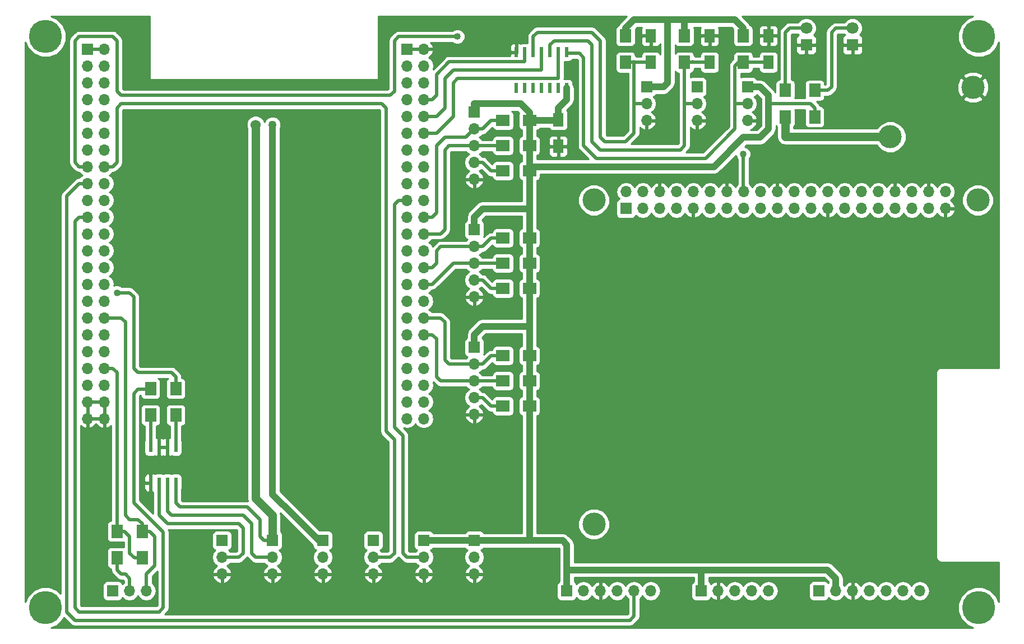
<source format=gbr>
G04 #@! TF.FileFunction,Copper,L1,Top,Signal*
%FSLAX46Y46*%
G04 Gerber Fmt 4.6, Leading zero omitted, Abs format (unit mm)*
G04 Created by KiCad (PCBNEW 4.0.3-stable) date 05/01/17 14:40:03*
%MOMM*%
%LPD*%
G01*
G04 APERTURE LIST*
%ADD10C,0.100000*%
%ADD11C,1.524000*%
%ADD12R,1.700000X1.700000*%
%ADD13O,1.700000X1.700000*%
%ADD14R,1.600000X2.000000*%
%ADD15R,1.800000X1.800000*%
%ADD16C,1.800000*%
%ADD17C,3.500000*%
%ADD18C,5.000000*%
%ADD19R,1.700000X2.000000*%
%ADD20R,0.600000X1.550000*%
%ADD21R,0.600000X1.500000*%
%ADD22R,2.000000X1.700000*%
%ADD23C,1.270000*%
%ADD24C,1.016000*%
%ADD25C,0.508000*%
%ADD26C,1.270000*%
%ADD27C,1.016000*%
%ADD28C,0.254000*%
G04 APERTURE END LIST*
D10*
D11*
X39370000Y-81915000D03*
X118110000Y-43180000D03*
D12*
X44450000Y-27305000D03*
D13*
X46990000Y-27305000D03*
X44450000Y-29845000D03*
X46990000Y-29845000D03*
X44450000Y-32385000D03*
X46990000Y-32385000D03*
X44450000Y-34925000D03*
X46990000Y-34925000D03*
X44450000Y-37465000D03*
X46990000Y-37465000D03*
X44450000Y-40005000D03*
X46990000Y-40005000D03*
X44450000Y-42545000D03*
X46990000Y-42545000D03*
X44450000Y-45085000D03*
X46990000Y-45085000D03*
X44450000Y-47625000D03*
X46990000Y-47625000D03*
X44450000Y-50165000D03*
X46990000Y-50165000D03*
X44450000Y-52705000D03*
X46990000Y-52705000D03*
X44450000Y-55245000D03*
X46990000Y-55245000D03*
X44450000Y-57785000D03*
X46990000Y-57785000D03*
X44450000Y-60325000D03*
X46990000Y-60325000D03*
X44450000Y-62865000D03*
X46990000Y-62865000D03*
X44450000Y-65405000D03*
X46990000Y-65405000D03*
X44450000Y-67945000D03*
X46990000Y-67945000D03*
X44450000Y-70485000D03*
X46990000Y-70485000D03*
X44450000Y-73025000D03*
X46990000Y-73025000D03*
X44450000Y-75565000D03*
X46990000Y-75565000D03*
X44450000Y-78105000D03*
X46990000Y-78105000D03*
X44450000Y-80645000D03*
X46990000Y-80645000D03*
X44450000Y-83185000D03*
X46990000Y-83185000D03*
D12*
X92710000Y-27305000D03*
D13*
X95250000Y-27305000D03*
X92710000Y-29845000D03*
X95250000Y-29845000D03*
X92710000Y-32385000D03*
X95250000Y-32385000D03*
X92710000Y-34925000D03*
X95250000Y-34925000D03*
X92710000Y-37465000D03*
X95250000Y-37465000D03*
X92710000Y-40005000D03*
X95250000Y-40005000D03*
X92710000Y-42545000D03*
X95250000Y-42545000D03*
X92710000Y-45085000D03*
X95250000Y-45085000D03*
X92710000Y-47625000D03*
X95250000Y-47625000D03*
X92710000Y-50165000D03*
X95250000Y-50165000D03*
X92710000Y-52705000D03*
X95250000Y-52705000D03*
X92710000Y-55245000D03*
X95250000Y-55245000D03*
X92710000Y-57785000D03*
X95250000Y-57785000D03*
X92710000Y-60325000D03*
X95250000Y-60325000D03*
X92710000Y-62865000D03*
X95250000Y-62865000D03*
X92710000Y-65405000D03*
X95250000Y-65405000D03*
X92710000Y-67945000D03*
X95250000Y-67945000D03*
X92710000Y-70485000D03*
X95250000Y-70485000D03*
X92710000Y-73025000D03*
X95250000Y-73025000D03*
X92710000Y-75565000D03*
X95250000Y-75565000D03*
X92710000Y-78105000D03*
X95250000Y-78105000D03*
X92710000Y-80645000D03*
X95250000Y-80645000D03*
X92710000Y-83185000D03*
X95250000Y-83185000D03*
D12*
X116840000Y-109220000D03*
D13*
X119380000Y-109220000D03*
X121920000Y-109220000D03*
X124460000Y-109220000D03*
X127000000Y-109220000D03*
X129540000Y-109220000D03*
D12*
X154940000Y-109220000D03*
D13*
X157480000Y-109220000D03*
X160020000Y-109220000D03*
X162560000Y-109220000D03*
X165100000Y-109220000D03*
X167640000Y-109220000D03*
X170180000Y-109220000D03*
D12*
X137160000Y-109220000D03*
D13*
X139700000Y-109220000D03*
X142240000Y-109220000D03*
X144780000Y-109220000D03*
X147320000Y-109220000D03*
D14*
X129540000Y-25305000D03*
X129540000Y-29305000D03*
X138430000Y-25305000D03*
X138430000Y-29305000D03*
X147320000Y-25305000D03*
X147320000Y-29305000D03*
X115570000Y-38005000D03*
X115570000Y-42005000D03*
D12*
X125806200Y-51422300D03*
D13*
X125806200Y-48882300D03*
X128346200Y-51422300D03*
X128346200Y-48882300D03*
X130886200Y-51422300D03*
X130886200Y-48882300D03*
X133426200Y-51422300D03*
X133426200Y-48882300D03*
X135966200Y-51422300D03*
X135966200Y-48882300D03*
X138506200Y-51422300D03*
X138506200Y-48882300D03*
X141046200Y-51422300D03*
X141046200Y-48882300D03*
X143586200Y-51422300D03*
X143586200Y-48882300D03*
X146126200Y-51422300D03*
X146126200Y-48882300D03*
X148666200Y-51422300D03*
X148666200Y-48882300D03*
X151206200Y-51422300D03*
X151206200Y-48882300D03*
X153746200Y-51422300D03*
X153746200Y-48882300D03*
X156286200Y-51422300D03*
X156286200Y-48882300D03*
X158826200Y-51422300D03*
X158826200Y-48882300D03*
X161366200Y-51422300D03*
X161366200Y-48882300D03*
X163906200Y-51422300D03*
X163906200Y-48882300D03*
X166446200Y-51422300D03*
X166446200Y-48882300D03*
X168986200Y-51422300D03*
X168986200Y-48882300D03*
X171526200Y-51422300D03*
X171526200Y-48882300D03*
X174066200Y-51422300D03*
X174066200Y-48882300D03*
D15*
X153035000Y-26670000D03*
D16*
X153035000Y-24130000D03*
D15*
X160020000Y-26670000D03*
D16*
X160020000Y-24130000D03*
D12*
X102870000Y-54610000D03*
D13*
X102870000Y-57150000D03*
X102870000Y-59690000D03*
X102870000Y-62230000D03*
X102870000Y-64770000D03*
D12*
X102870000Y-36830000D03*
D13*
X102870000Y-39370000D03*
X102870000Y-41910000D03*
X102870000Y-44450000D03*
X102870000Y-46990000D03*
D12*
X144145000Y-33020000D03*
D13*
X144145000Y-35560000D03*
X144145000Y-38100000D03*
D12*
X136525000Y-33020000D03*
D13*
X136525000Y-35560000D03*
X136525000Y-38100000D03*
D12*
X128905000Y-33020000D03*
D13*
X128905000Y-35560000D03*
X128905000Y-38100000D03*
D12*
X102870000Y-72390000D03*
D13*
X102870000Y-74930000D03*
X102870000Y-77470000D03*
X102870000Y-80010000D03*
X102870000Y-82550000D03*
D12*
X102870000Y-101600000D03*
D13*
X102870000Y-104140000D03*
X102870000Y-106680000D03*
D12*
X95250000Y-101600000D03*
D13*
X95250000Y-104140000D03*
X95250000Y-106680000D03*
D12*
X87630000Y-101600000D03*
D13*
X87630000Y-104140000D03*
X87630000Y-106680000D03*
D12*
X80010000Y-101600000D03*
D13*
X80010000Y-104140000D03*
X80010000Y-106680000D03*
D12*
X48260000Y-109220000D03*
D13*
X50800000Y-109220000D03*
X53340000Y-109220000D03*
D17*
X178230000Y-33080000D03*
X165730000Y-40580000D03*
D11*
X61595000Y-67945000D03*
X80645000Y-67945000D03*
X149860000Y-74930000D03*
X80645000Y-75565000D03*
X61595000Y-75565000D03*
X124460000Y-37465000D03*
D17*
X120950000Y-99150000D03*
X120950000Y-50150000D03*
X178950000Y-50150000D03*
D18*
X179070000Y-111760000D03*
X38100000Y-111760000D03*
X38100000Y-25400000D03*
X179070000Y-25400000D03*
D12*
X72390000Y-101600000D03*
D13*
X72390000Y-104140000D03*
X72390000Y-106680000D03*
D12*
X64770000Y-101600000D03*
D13*
X64770000Y-104140000D03*
X64770000Y-106680000D03*
D19*
X57785000Y-82645000D03*
X57785000Y-78645000D03*
X53975000Y-82645000D03*
X53975000Y-78645000D03*
D20*
X57785000Y-87470000D03*
X56515000Y-87470000D03*
X55245000Y-87470000D03*
X53975000Y-87470000D03*
X53975000Y-92870000D03*
X55245000Y-92870000D03*
X56515000Y-92870000D03*
X57785000Y-92870000D03*
D21*
X116840000Y-27780000D03*
X115570000Y-27780000D03*
X114300000Y-27780000D03*
X113030000Y-27780000D03*
X111760000Y-27780000D03*
X110490000Y-27780000D03*
X109220000Y-27780000D03*
X109220000Y-33180000D03*
X110490000Y-33180000D03*
X111760000Y-33180000D03*
X113030000Y-33180000D03*
X114300000Y-33180000D03*
X115570000Y-33180000D03*
X116840000Y-33180000D03*
D19*
X125730000Y-29305000D03*
X125730000Y-25305000D03*
X134620000Y-29305000D03*
X134620000Y-25305000D03*
X143510000Y-29305000D03*
X143510000Y-25305000D03*
D22*
X111220000Y-81280000D03*
X107220000Y-81280000D03*
X111220000Y-77470000D03*
X107220000Y-77470000D03*
X111220000Y-73660000D03*
X107220000Y-73660000D03*
X111220000Y-63500000D03*
X107220000Y-63500000D03*
X111220000Y-59690000D03*
X107220000Y-59690000D03*
X111220000Y-55880000D03*
X107220000Y-55880000D03*
X111220000Y-45720000D03*
X107220000Y-45720000D03*
X111220000Y-41910000D03*
X107220000Y-41910000D03*
X111220000Y-38100000D03*
X107220000Y-38100000D03*
D19*
X149860000Y-37560000D03*
X149860000Y-33560000D03*
X154305000Y-37560000D03*
X154305000Y-33560000D03*
X48895000Y-104235000D03*
X48895000Y-100235000D03*
X52705000Y-104235000D03*
X52705000Y-100235000D03*
D11*
X69850000Y-38735000D03*
D23*
X72390000Y-38735000D03*
D24*
X143510000Y-43180000D03*
X100330000Y-25400000D03*
X48895000Y-64135000D03*
D25*
X50165000Y-95250000D02*
X50165000Y-97790000D01*
X49530000Y-67945000D02*
X50165000Y-68580000D01*
X50165000Y-68580000D02*
X50165000Y-95250000D01*
X46990000Y-67945000D02*
X49530000Y-67945000D01*
X52705000Y-99060000D02*
X52705000Y-100235000D01*
X52070000Y-98425000D02*
X52705000Y-99060000D01*
X50800000Y-98425000D02*
X52070000Y-98425000D01*
X50165000Y-97790000D02*
X50800000Y-98425000D01*
X53340000Y-109220000D02*
X53340000Y-106680000D01*
X53340000Y-106680000D02*
X54610000Y-105410000D01*
X54610000Y-105410000D02*
X54610000Y-100965000D01*
X54610000Y-100965000D02*
X53880000Y-100235000D01*
X53880000Y-100235000D02*
X52705000Y-100235000D01*
D26*
X69850000Y-48895000D02*
X69850000Y-95250000D01*
X69850000Y-38735000D02*
X69850000Y-48895000D01*
X72390000Y-97790000D02*
X72390000Y-101600000D01*
X69850000Y-95250000D02*
X72390000Y-97790000D01*
D25*
X72390000Y-101600000D02*
X71120000Y-101600000D01*
X71120000Y-101600000D02*
X70485000Y-100965000D01*
X70485000Y-100965000D02*
X70485000Y-98425000D01*
X70485000Y-98425000D02*
X68580000Y-96520000D01*
X68580000Y-96520000D02*
X58420000Y-96520000D01*
X58420000Y-96520000D02*
X57785000Y-95885000D01*
X57785000Y-95885000D02*
X57785000Y-92870000D01*
D26*
X165730000Y-40580000D02*
X149920000Y-40580000D01*
X149860000Y-40520000D02*
X149860000Y-37560000D01*
X149920000Y-40580000D02*
X149860000Y-40520000D01*
D25*
X48895000Y-104235000D02*
X48895000Y-106045000D01*
X50800000Y-107315000D02*
X50800000Y-109220000D01*
X50165000Y-106680000D02*
X50800000Y-107315000D01*
X49530000Y-106680000D02*
X50165000Y-106680000D01*
X48895000Y-106045000D02*
X49530000Y-106680000D01*
X149860000Y-33560000D02*
X149860000Y-24765000D01*
X150495000Y-24130000D02*
X153035000Y-24130000D01*
X149860000Y-24765000D02*
X150495000Y-24130000D01*
X127000000Y-35560000D02*
X127000000Y-40005000D01*
X122555000Y-41275000D02*
X121920000Y-40640000D01*
X121920000Y-40640000D02*
X121920000Y-26670000D01*
X121920000Y-26670000D02*
X121920000Y-26035000D01*
X121920000Y-26035000D02*
X120650000Y-24765000D01*
X120650000Y-24765000D02*
X112395000Y-24765000D01*
X112395000Y-24765000D02*
X111760000Y-25400000D01*
X111760000Y-25400000D02*
X111760000Y-27780000D01*
X125730000Y-41275000D02*
X122555000Y-41275000D01*
X127000000Y-40005000D02*
X125730000Y-41275000D01*
X128905000Y-35560000D02*
X127000000Y-35560000D01*
X127000000Y-35560000D02*
X127000000Y-29305000D01*
X127000000Y-29305000D02*
X127000000Y-29210000D01*
X127000000Y-29210000D02*
X127000000Y-29305000D01*
X129540000Y-29305000D02*
X127000000Y-29305000D01*
X127000000Y-29305000D02*
X125730000Y-29305000D01*
X129540000Y-29305000D02*
X129540000Y-29210000D01*
X129540000Y-29210000D02*
X129540000Y-29305000D01*
X134620000Y-35560000D02*
X134620000Y-29305000D01*
X121920000Y-42545000D02*
X133985000Y-42545000D01*
X121920000Y-42545000D02*
X120650000Y-41275000D01*
X120650000Y-41275000D02*
X120650000Y-26670000D01*
X120650000Y-26670000D02*
X120015000Y-26035000D01*
X120015000Y-26035000D02*
X114935000Y-26035000D01*
X114935000Y-26035000D02*
X114300000Y-26670000D01*
X114300000Y-27780000D02*
X114300000Y-26670000D01*
X134620000Y-35560000D02*
X136525000Y-35560000D01*
X134620000Y-41910000D02*
X134620000Y-35560000D01*
X133985000Y-42545000D02*
X134620000Y-41910000D01*
X136525000Y-35560000D02*
X135890000Y-35560000D01*
X135890000Y-29305000D02*
X135890000Y-29210000D01*
X135890000Y-29210000D02*
X135890000Y-29305000D01*
X138430000Y-29305000D02*
X135890000Y-29305000D01*
X135890000Y-29305000D02*
X134620000Y-29305000D01*
X142240000Y-35560000D02*
X142240000Y-39370000D01*
X118745000Y-27940000D02*
X117000000Y-27940000D01*
X119380000Y-28575000D02*
X118745000Y-27940000D01*
X119380000Y-41910000D02*
X119380000Y-28575000D01*
X121285000Y-43815000D02*
X119380000Y-41910000D01*
X137795000Y-43815000D02*
X121285000Y-43815000D01*
X142240000Y-39370000D02*
X137795000Y-43815000D01*
X117000000Y-27940000D02*
X116840000Y-27780000D01*
X147320000Y-29305000D02*
X143510000Y-29305000D01*
X143510000Y-29305000D02*
X143415000Y-29210000D01*
X143415000Y-29210000D02*
X142875000Y-29210000D01*
X142875000Y-29210000D02*
X142240000Y-29845000D01*
X142240000Y-29845000D02*
X142240000Y-35560000D01*
X142240000Y-35560000D02*
X142875000Y-35560000D01*
X142875000Y-35560000D02*
X144145000Y-35560000D01*
D27*
X132080000Y-31115000D02*
X132080000Y-32385000D01*
X132080000Y-22860000D02*
X132080000Y-31115000D01*
X131445000Y-33020000D02*
X128905000Y-33020000D01*
X132080000Y-32385000D02*
X131445000Y-33020000D01*
X111220000Y-83725000D02*
X111220000Y-101600000D01*
X111220000Y-81280000D02*
X111220000Y-83725000D01*
X111220000Y-101600000D02*
X111125000Y-101600000D01*
X75565000Y-97790000D02*
X79375000Y-101600000D01*
X79375000Y-101600000D02*
X80010000Y-101600000D01*
X72390000Y-48260000D02*
X72390000Y-94615000D01*
X72390000Y-94615000D02*
X75565000Y-97790000D01*
X116840000Y-106045000D02*
X116840000Y-102235000D01*
X116840000Y-102235000D02*
X116205000Y-101600000D01*
X116205000Y-101600000D02*
X111125000Y-101600000D01*
X111125000Y-101600000D02*
X102870000Y-101600000D01*
X95250000Y-101600000D02*
X102870000Y-101600000D01*
X115570000Y-38005000D02*
X115570000Y-36195000D01*
X116840000Y-34925000D02*
X116840000Y-33180000D01*
X115570000Y-36195000D02*
X116840000Y-34925000D01*
X111220000Y-38100000D02*
X115475000Y-38100000D01*
X115475000Y-38100000D02*
X115570000Y-38005000D01*
X72390000Y-38735000D02*
X72390000Y-48260000D01*
X72390000Y-48260000D02*
X72390000Y-48895000D01*
D25*
X147320000Y-35560000D02*
X147955000Y-35560000D01*
X154305000Y-36195000D02*
X153670000Y-35560000D01*
X153670000Y-35560000D02*
X147955000Y-35560000D01*
X154305000Y-36195000D02*
X154305000Y-37560000D01*
D27*
X144145000Y-33020000D02*
X146050000Y-33020000D01*
X139065000Y-45085000D02*
X111855000Y-45085000D01*
X143510000Y-40640000D02*
X139065000Y-45085000D01*
X146050000Y-40640000D02*
X143510000Y-40640000D01*
X147320000Y-39370000D02*
X146050000Y-40640000D01*
X147320000Y-34290000D02*
X147320000Y-35560000D01*
X147320000Y-35560000D02*
X147320000Y-39370000D01*
X146050000Y-33020000D02*
X147320000Y-34290000D01*
X111855000Y-45085000D02*
X111220000Y-45720000D01*
X137160000Y-106045000D02*
X156210000Y-106045000D01*
X157480000Y-107315000D02*
X157480000Y-109220000D01*
X156210000Y-106045000D02*
X157480000Y-107315000D01*
X116840000Y-106045000D02*
X137160000Y-106045000D01*
X137160000Y-106045000D02*
X137160000Y-109220000D01*
X116840000Y-106045000D02*
X116840000Y-109220000D01*
X134620000Y-22860000D02*
X142240000Y-22860000D01*
X143510000Y-24130000D02*
X143510000Y-25305000D01*
X142240000Y-22860000D02*
X143510000Y-24130000D01*
X134620000Y-25305000D02*
X134620000Y-22860000D01*
X125730000Y-24130000D02*
X127000000Y-22860000D01*
X127000000Y-22860000D02*
X132080000Y-22860000D01*
X132080000Y-22860000D02*
X134620000Y-22860000D01*
X125730000Y-24130000D02*
X125730000Y-25305000D01*
X111220000Y-38100000D02*
X111220000Y-36925000D01*
X109855000Y-35560000D02*
X102870000Y-35560000D01*
X111220000Y-36925000D02*
X109855000Y-35560000D01*
X102870000Y-36830000D02*
X102870000Y-35560000D01*
X102870000Y-72390000D02*
X102870000Y-70485000D01*
X104140000Y-69215000D02*
X111220000Y-69215000D01*
X102870000Y-70485000D02*
X104140000Y-69215000D01*
X111220000Y-51435000D02*
X110490000Y-51435000D01*
X102870000Y-52705000D02*
X104140000Y-51435000D01*
X104140000Y-51435000D02*
X110490000Y-51435000D01*
X102870000Y-52705000D02*
X102870000Y-54610000D01*
X111220000Y-51435000D02*
X111125000Y-51435000D01*
X111125000Y-51435000D02*
X111220000Y-51435000D01*
X111220000Y-81280000D02*
X111220000Y-77470000D01*
X111220000Y-77470000D02*
X111220000Y-73660000D01*
X111220000Y-73660000D02*
X111220000Y-69850000D01*
X111220000Y-69850000D02*
X111220000Y-69215000D01*
X111220000Y-69215000D02*
X111220000Y-68580000D01*
X111220000Y-68580000D02*
X111220000Y-63500000D01*
X111220000Y-63500000D02*
X111220000Y-59690000D01*
X111220000Y-59690000D02*
X111220000Y-55880000D01*
X111220000Y-55880000D02*
X111220000Y-51435000D01*
X111220000Y-51435000D02*
X111220000Y-45720000D01*
X111220000Y-45720000D02*
X111220000Y-41910000D01*
X111220000Y-41910000D02*
X111220000Y-38100000D01*
D25*
X119380000Y-113665000D02*
X121920000Y-113665000D01*
X43180000Y-47625000D02*
X41275000Y-49530000D01*
X41275000Y-49530000D02*
X41275000Y-94615000D01*
X44450000Y-47625000D02*
X43180000Y-47625000D01*
X119380000Y-113665000D02*
X42545000Y-113665000D01*
X42545000Y-113665000D02*
X41275000Y-112395000D01*
X41275000Y-112395000D02*
X41275000Y-94615000D01*
X121920000Y-113665000D02*
X126365000Y-113665000D01*
X127000000Y-113030000D02*
X126365000Y-113665000D01*
X127000000Y-113030000D02*
X127000000Y-109220000D01*
X48895000Y-100235000D02*
X48895000Y-95250000D01*
X48260000Y-75565000D02*
X48895000Y-76200000D01*
X48895000Y-76200000D02*
X48895000Y-95250000D01*
X48260000Y-75565000D02*
X46990000Y-75565000D01*
X52705000Y-104235000D02*
X51530000Y-104235000D01*
X50070000Y-100235000D02*
X48895000Y-100235000D01*
X50800000Y-100965000D02*
X50070000Y-100235000D01*
X50800000Y-103505000D02*
X50800000Y-100965000D01*
X51530000Y-104235000D02*
X50800000Y-103505000D01*
X95250000Y-34925000D02*
X96520000Y-34925000D01*
X110490000Y-29210000D02*
X110490000Y-27780000D01*
X99060000Y-29210000D02*
X110490000Y-29210000D01*
X97155000Y-31115000D02*
X99060000Y-29210000D01*
X97155000Y-34290000D02*
X97155000Y-31115000D01*
X96520000Y-34925000D02*
X97155000Y-34290000D01*
X97155000Y-37465000D02*
X98425000Y-36195000D01*
X113030000Y-30480000D02*
X113030000Y-27780000D01*
X99695000Y-30480000D02*
X113030000Y-30480000D01*
X98425000Y-31750000D02*
X99695000Y-30480000D01*
X98425000Y-36195000D02*
X98425000Y-31750000D01*
X95250000Y-37465000D02*
X97155000Y-37465000D01*
X95250000Y-40005000D02*
X97155000Y-40005000D01*
X115570000Y-31750000D02*
X115570000Y-27780000D01*
X100330000Y-31750000D02*
X115570000Y-31750000D01*
X99695000Y-32385000D02*
X100330000Y-31750000D01*
X99695000Y-37465000D02*
X99695000Y-32385000D01*
X97155000Y-40005000D02*
X99695000Y-37465000D01*
X92075000Y-88900000D02*
X92075000Y-85725000D01*
X91440000Y-50165000D02*
X90805000Y-50800000D01*
X90805000Y-50800000D02*
X90805000Y-84455000D01*
X90805000Y-84455000D02*
X91440000Y-85090000D01*
X92710000Y-50165000D02*
X91440000Y-50165000D01*
X92710000Y-104140000D02*
X92075000Y-103505000D01*
X92075000Y-103505000D02*
X92075000Y-88900000D01*
X93980000Y-104140000D02*
X95250000Y-104140000D01*
X93980000Y-104140000D02*
X92710000Y-104140000D01*
X92075000Y-85725000D02*
X91440000Y-85090000D01*
X102870000Y-44450000D02*
X104140000Y-44450000D01*
X105410000Y-45720000D02*
X107220000Y-45720000D01*
X104140000Y-44450000D02*
X105410000Y-45720000D01*
X97155000Y-41910000D02*
X98425000Y-40640000D01*
X101600000Y-40640000D02*
X102870000Y-39370000D01*
X100965000Y-40640000D02*
X101600000Y-40640000D01*
X98425000Y-40640000D02*
X100965000Y-40640000D01*
X107220000Y-38100000D02*
X105410000Y-38100000D01*
X105410000Y-38100000D02*
X104140000Y-39370000D01*
X104140000Y-39370000D02*
X102870000Y-39370000D01*
X95250000Y-52705000D02*
X96520000Y-52705000D01*
X97155000Y-52070000D02*
X97155000Y-41910000D01*
X96520000Y-52705000D02*
X97155000Y-52070000D01*
X102870000Y-41910000D02*
X107220000Y-41910000D01*
X99060000Y-41910000D02*
X102870000Y-41910000D01*
X98425000Y-42545000D02*
X99060000Y-41910000D01*
X95250000Y-55245000D02*
X97790000Y-55245000D01*
X98425000Y-54610000D02*
X98425000Y-42545000D01*
X97790000Y-55245000D02*
X98425000Y-54610000D01*
X102870000Y-62230000D02*
X104140000Y-62230000D01*
X105410000Y-63500000D02*
X107220000Y-63500000D01*
X104140000Y-62230000D02*
X105410000Y-63500000D01*
X102870000Y-57150000D02*
X97790000Y-57150000D01*
X96520000Y-60325000D02*
X95250000Y-60325000D01*
X97155000Y-59690000D02*
X96520000Y-60325000D01*
X97155000Y-57785000D02*
X97155000Y-59690000D01*
X97790000Y-57150000D02*
X97155000Y-57785000D01*
X102870000Y-57150000D02*
X104140000Y-57150000D01*
X105410000Y-55880000D02*
X107220000Y-55880000D01*
X104140000Y-57150000D02*
X105410000Y-55880000D01*
X102870000Y-59690000D02*
X99695000Y-59690000D01*
X96520000Y-62865000D02*
X95250000Y-62865000D01*
X99695000Y-59690000D02*
X96520000Y-62865000D01*
X102870000Y-59690000D02*
X107220000Y-59690000D01*
X105410000Y-81280000D02*
X107220000Y-81280000D01*
X104140000Y-80010000D02*
X105410000Y-81280000D01*
X102870000Y-80010000D02*
X104140000Y-80010000D01*
X102870000Y-74930000D02*
X99060000Y-74930000D01*
X99060000Y-74930000D02*
X98425000Y-74295000D01*
X102870000Y-74930000D02*
X104140000Y-74930000D01*
X104140000Y-74930000D02*
X105410000Y-73660000D01*
X98425000Y-74295000D02*
X98425000Y-68580000D01*
X98425000Y-68580000D02*
X97790000Y-67945000D01*
X97790000Y-67945000D02*
X95250000Y-67945000D01*
X105410000Y-73660000D02*
X107220000Y-73660000D01*
X102870000Y-77470000D02*
X97790000Y-77470000D01*
X96520000Y-70485000D02*
X95250000Y-70485000D01*
X97155000Y-71120000D02*
X96520000Y-70485000D01*
X97155000Y-76835000D02*
X97155000Y-71120000D01*
X97790000Y-77470000D02*
X97155000Y-76835000D01*
X102870000Y-77470000D02*
X107220000Y-77470000D01*
X90805000Y-88900000D02*
X90805000Y-86360000D01*
X90170000Y-104140000D02*
X90805000Y-103505000D01*
X90805000Y-103505000D02*
X90805000Y-88900000D01*
X87630000Y-104140000D02*
X90170000Y-104140000D01*
X48260000Y-45085000D02*
X46990000Y-45085000D01*
X48895000Y-44450000D02*
X48260000Y-45085000D01*
X48895000Y-36195000D02*
X48895000Y-44450000D01*
X49530000Y-35560000D02*
X48895000Y-36195000D01*
X88900000Y-35560000D02*
X49530000Y-35560000D01*
X89535000Y-36195000D02*
X88900000Y-35560000D01*
X89535000Y-85090000D02*
X89535000Y-36195000D01*
X90805000Y-86360000D02*
X89535000Y-85090000D01*
X154305000Y-33560000D02*
X156305000Y-33560000D01*
X157480000Y-24130000D02*
X160020000Y-24130000D01*
X156845000Y-24765000D02*
X157480000Y-24130000D01*
X156845000Y-33020000D02*
X156845000Y-24765000D01*
X156305000Y-33560000D02*
X156845000Y-33020000D01*
X90170000Y-34290000D02*
X87630000Y-34290000D01*
X43180000Y-45085000D02*
X44450000Y-45085000D01*
X96520000Y-25400000D02*
X100330000Y-25400000D01*
X91440000Y-25400000D02*
X96520000Y-25400000D01*
X90805000Y-26035000D02*
X91440000Y-25400000D01*
X90805000Y-33655000D02*
X90805000Y-26035000D01*
X90170000Y-34290000D02*
X90805000Y-33655000D01*
X49530000Y-34290000D02*
X87630000Y-34290000D01*
X48895000Y-33655000D02*
X49530000Y-34290000D01*
X48895000Y-26035000D02*
X48895000Y-33655000D01*
X48260000Y-25400000D02*
X48895000Y-26035000D01*
X43180000Y-25400000D02*
X48260000Y-25400000D01*
X42545000Y-26035000D02*
X43180000Y-25400000D01*
X42545000Y-44450000D02*
X42545000Y-26035000D01*
X43180000Y-45085000D02*
X42545000Y-44450000D01*
X143510000Y-43180000D02*
X143510000Y-48806100D01*
X143510000Y-48806100D02*
X143586200Y-48882300D01*
X143510000Y-43180000D02*
X143586200Y-43256200D01*
X44450000Y-52705000D02*
X43180000Y-52705000D01*
X52070000Y-78740000D02*
X53880000Y-78740000D01*
X51435000Y-79375000D02*
X52070000Y-78740000D01*
X51435000Y-95885000D02*
X51435000Y-79375000D01*
X55880000Y-100330000D02*
X51435000Y-95885000D01*
X55880000Y-111760000D02*
X55880000Y-100330000D01*
X55245000Y-112395000D02*
X55880000Y-111760000D01*
X43180000Y-112395000D02*
X55245000Y-112395000D01*
X42545000Y-111760000D02*
X43180000Y-112395000D01*
X42545000Y-53340000D02*
X42545000Y-111760000D01*
X43180000Y-52705000D02*
X42545000Y-53340000D01*
X53880000Y-78740000D02*
X53975000Y-78645000D01*
X48895000Y-64135000D02*
X50800000Y-64135000D01*
X50800000Y-64135000D02*
X51435000Y-64770000D01*
X51435000Y-64770000D02*
X51435000Y-75565000D01*
X51435000Y-75565000D02*
X52070000Y-76200000D01*
X52070000Y-76200000D02*
X57150000Y-76200000D01*
X57150000Y-76200000D02*
X57785000Y-76835000D01*
X57785000Y-78645000D02*
X57785000Y-76835000D01*
X69215000Y-103505000D02*
X69215000Y-99695000D01*
X69850000Y-104140000D02*
X69215000Y-103505000D01*
X72390000Y-104140000D02*
X69850000Y-104140000D01*
X56515000Y-97155000D02*
X56515000Y-92870000D01*
X57150000Y-97790000D02*
X56515000Y-97155000D01*
X67945000Y-97790000D02*
X57150000Y-97790000D01*
X69215000Y-99060000D02*
X67945000Y-97790000D01*
X69215000Y-99695000D02*
X69215000Y-99060000D01*
X64770000Y-104140000D02*
X67310000Y-104140000D01*
X55245000Y-97790000D02*
X55245000Y-92870000D01*
X56515000Y-99060000D02*
X55245000Y-97790000D01*
X67310000Y-99060000D02*
X56515000Y-99060000D01*
X67945000Y-99695000D02*
X67310000Y-99060000D01*
X67945000Y-103505000D02*
X67945000Y-99695000D01*
X67310000Y-104140000D02*
X67945000Y-103505000D01*
X57785000Y-82645000D02*
X57785000Y-87470000D01*
X53975000Y-82645000D02*
X53975000Y-87470000D01*
D28*
G36*
X177296485Y-22740727D02*
X176413826Y-23621847D01*
X175935546Y-24773674D01*
X175934457Y-26020854D01*
X176410727Y-27173515D01*
X177291847Y-28056174D01*
X178443674Y-28534454D01*
X179690854Y-28535543D01*
X180843515Y-28059273D01*
X181726174Y-27178153D01*
X182118000Y-26234531D01*
X182118000Y-75490000D01*
X173355000Y-75490000D01*
X173083295Y-75544046D01*
X172852954Y-75697954D01*
X172699046Y-75928295D01*
X172645000Y-76200000D01*
X172645000Y-104140000D01*
X172699046Y-104411705D01*
X172852954Y-104642046D01*
X173083295Y-104795954D01*
X173355000Y-104850000D01*
X182118000Y-104850000D01*
X182118000Y-110927275D01*
X181729273Y-109986485D01*
X180848153Y-109103826D01*
X179696326Y-108625546D01*
X178449146Y-108624457D01*
X177296485Y-109100727D01*
X176413826Y-109981847D01*
X175935546Y-111133674D01*
X175934457Y-112380854D01*
X176410727Y-113533515D01*
X177291847Y-114416174D01*
X178235469Y-114808000D01*
X38932725Y-114808000D01*
X39873515Y-114419273D01*
X40756174Y-113538153D01*
X40874927Y-113252163D01*
X41916382Y-114293618D01*
X42204794Y-114486329D01*
X42545000Y-114554000D01*
X126365000Y-114554000D01*
X126705206Y-114486329D01*
X126993618Y-114293618D01*
X127628618Y-113658618D01*
X127821330Y-113370205D01*
X127889000Y-113030000D01*
X127889000Y-110406760D01*
X128050054Y-110299147D01*
X128270000Y-109969974D01*
X128489946Y-110299147D01*
X128971715Y-110621054D01*
X129540000Y-110734093D01*
X130108285Y-110621054D01*
X130590054Y-110299147D01*
X130911961Y-109817378D01*
X131025000Y-109249093D01*
X131025000Y-109190907D01*
X130911961Y-108622622D01*
X130590054Y-108140853D01*
X130108285Y-107818946D01*
X129540000Y-107705907D01*
X128971715Y-107818946D01*
X128489946Y-108140853D01*
X128270000Y-108470026D01*
X128050054Y-108140853D01*
X127568285Y-107818946D01*
X127000000Y-107705907D01*
X126431715Y-107818946D01*
X125949946Y-108140853D01*
X125730000Y-108470026D01*
X125510054Y-108140853D01*
X125028285Y-107818946D01*
X124460000Y-107705907D01*
X123891715Y-107818946D01*
X123409946Y-108140853D01*
X123182298Y-108481553D01*
X123115183Y-108338642D01*
X122686924Y-107948355D01*
X122276890Y-107778524D01*
X122047000Y-107899845D01*
X122047000Y-109093000D01*
X122067000Y-109093000D01*
X122067000Y-109347000D01*
X122047000Y-109347000D01*
X122047000Y-110540155D01*
X122276890Y-110661476D01*
X122686924Y-110491645D01*
X123115183Y-110101358D01*
X123182298Y-109958447D01*
X123409946Y-110299147D01*
X123891715Y-110621054D01*
X124460000Y-110734093D01*
X125028285Y-110621054D01*
X125510054Y-110299147D01*
X125730000Y-109969974D01*
X125949946Y-110299147D01*
X126111000Y-110406760D01*
X126111000Y-112661764D01*
X125996764Y-112776000D01*
X56121236Y-112776000D01*
X56508618Y-112388618D01*
X56701330Y-112100205D01*
X56769000Y-111760000D01*
X56769000Y-107036890D01*
X63328524Y-107036890D01*
X63498355Y-107446924D01*
X63888642Y-107875183D01*
X64413108Y-108121486D01*
X64643000Y-108000819D01*
X64643000Y-106807000D01*
X64897000Y-106807000D01*
X64897000Y-108000819D01*
X65126892Y-108121486D01*
X65651358Y-107875183D01*
X66041645Y-107446924D01*
X66211476Y-107036890D01*
X70948524Y-107036890D01*
X71118355Y-107446924D01*
X71508642Y-107875183D01*
X72033108Y-108121486D01*
X72263000Y-108000819D01*
X72263000Y-106807000D01*
X72517000Y-106807000D01*
X72517000Y-108000819D01*
X72746892Y-108121486D01*
X73271358Y-107875183D01*
X73661645Y-107446924D01*
X73831476Y-107036890D01*
X78568524Y-107036890D01*
X78738355Y-107446924D01*
X79128642Y-107875183D01*
X79653108Y-108121486D01*
X79883000Y-108000819D01*
X79883000Y-106807000D01*
X80137000Y-106807000D01*
X80137000Y-108000819D01*
X80366892Y-108121486D01*
X80891358Y-107875183D01*
X81281645Y-107446924D01*
X81451476Y-107036890D01*
X86188524Y-107036890D01*
X86358355Y-107446924D01*
X86748642Y-107875183D01*
X87273108Y-108121486D01*
X87503000Y-108000819D01*
X87503000Y-106807000D01*
X87757000Y-106807000D01*
X87757000Y-108000819D01*
X87986892Y-108121486D01*
X88511358Y-107875183D01*
X88901645Y-107446924D01*
X89071476Y-107036890D01*
X93808524Y-107036890D01*
X93978355Y-107446924D01*
X94368642Y-107875183D01*
X94893108Y-108121486D01*
X95123000Y-108000819D01*
X95123000Y-106807000D01*
X95377000Y-106807000D01*
X95377000Y-108000819D01*
X95606892Y-108121486D01*
X96131358Y-107875183D01*
X96521645Y-107446924D01*
X96691476Y-107036890D01*
X101428524Y-107036890D01*
X101598355Y-107446924D01*
X101988642Y-107875183D01*
X102513108Y-108121486D01*
X102743000Y-108000819D01*
X102743000Y-106807000D01*
X102997000Y-106807000D01*
X102997000Y-108000819D01*
X103226892Y-108121486D01*
X103751358Y-107875183D01*
X104141645Y-107446924D01*
X104311476Y-107036890D01*
X104190155Y-106807000D01*
X102997000Y-106807000D01*
X102743000Y-106807000D01*
X101549845Y-106807000D01*
X101428524Y-107036890D01*
X96691476Y-107036890D01*
X96570155Y-106807000D01*
X95377000Y-106807000D01*
X95123000Y-106807000D01*
X93929845Y-106807000D01*
X93808524Y-107036890D01*
X89071476Y-107036890D01*
X88950155Y-106807000D01*
X87757000Y-106807000D01*
X87503000Y-106807000D01*
X86309845Y-106807000D01*
X86188524Y-107036890D01*
X81451476Y-107036890D01*
X81330155Y-106807000D01*
X80137000Y-106807000D01*
X79883000Y-106807000D01*
X78689845Y-106807000D01*
X78568524Y-107036890D01*
X73831476Y-107036890D01*
X73710155Y-106807000D01*
X72517000Y-106807000D01*
X72263000Y-106807000D01*
X71069845Y-106807000D01*
X70948524Y-107036890D01*
X66211476Y-107036890D01*
X66090155Y-106807000D01*
X64897000Y-106807000D01*
X64643000Y-106807000D01*
X63449845Y-106807000D01*
X63328524Y-107036890D01*
X56769000Y-107036890D01*
X56769000Y-100330000D01*
X56701329Y-99989794D01*
X56674071Y-99949000D01*
X66941764Y-99949000D01*
X67056000Y-100063236D01*
X67056000Y-103136764D01*
X66941764Y-103251000D01*
X65956760Y-103251000D01*
X65849147Y-103089946D01*
X65807548Y-103062150D01*
X65855317Y-103053162D01*
X66071441Y-102914090D01*
X66216431Y-102701890D01*
X66267440Y-102450000D01*
X66267440Y-100750000D01*
X66223162Y-100514683D01*
X66084090Y-100298559D01*
X65871890Y-100153569D01*
X65620000Y-100102560D01*
X63920000Y-100102560D01*
X63684683Y-100146838D01*
X63468559Y-100285910D01*
X63323569Y-100498110D01*
X63272560Y-100750000D01*
X63272560Y-102450000D01*
X63316838Y-102685317D01*
X63455910Y-102901441D01*
X63668110Y-103046431D01*
X63735541Y-103060086D01*
X63690853Y-103089946D01*
X63368946Y-103571715D01*
X63255907Y-104140000D01*
X63368946Y-104708285D01*
X63690853Y-105190054D01*
X64031553Y-105417702D01*
X63888642Y-105484817D01*
X63498355Y-105913076D01*
X63328524Y-106323110D01*
X63449845Y-106553000D01*
X64643000Y-106553000D01*
X64643000Y-106533000D01*
X64897000Y-106533000D01*
X64897000Y-106553000D01*
X66090155Y-106553000D01*
X66211476Y-106323110D01*
X66041645Y-105913076D01*
X65651358Y-105484817D01*
X65508447Y-105417702D01*
X65849147Y-105190054D01*
X65956760Y-105029000D01*
X67310000Y-105029000D01*
X67650206Y-104961329D01*
X67938618Y-104768618D01*
X68573618Y-104133618D01*
X68580000Y-104124067D01*
X68586382Y-104133618D01*
X69221382Y-104768618D01*
X69509795Y-104961330D01*
X69850000Y-105029000D01*
X71203240Y-105029000D01*
X71310853Y-105190054D01*
X71651553Y-105417702D01*
X71508642Y-105484817D01*
X71118355Y-105913076D01*
X70948524Y-106323110D01*
X71069845Y-106553000D01*
X72263000Y-106553000D01*
X72263000Y-106533000D01*
X72517000Y-106533000D01*
X72517000Y-106553000D01*
X73710155Y-106553000D01*
X73831476Y-106323110D01*
X73661645Y-105913076D01*
X73271358Y-105484817D01*
X73128447Y-105417702D01*
X73469147Y-105190054D01*
X73791054Y-104708285D01*
X73904093Y-104140000D01*
X73791054Y-103571715D01*
X73469147Y-103089946D01*
X73427548Y-103062150D01*
X73475317Y-103053162D01*
X73691441Y-102914090D01*
X73836431Y-102701890D01*
X73887440Y-102450000D01*
X73887440Y-100750000D01*
X73843162Y-100514683D01*
X73704090Y-100298559D01*
X73660000Y-100268434D01*
X73660000Y-97790000D01*
X73588351Y-97429797D01*
X78512560Y-102354006D01*
X78512560Y-102450000D01*
X78556838Y-102685317D01*
X78695910Y-102901441D01*
X78908110Y-103046431D01*
X78975541Y-103060086D01*
X78930853Y-103089946D01*
X78608946Y-103571715D01*
X78495907Y-104140000D01*
X78608946Y-104708285D01*
X78930853Y-105190054D01*
X79271553Y-105417702D01*
X79128642Y-105484817D01*
X78738355Y-105913076D01*
X78568524Y-106323110D01*
X78689845Y-106553000D01*
X79883000Y-106553000D01*
X79883000Y-106533000D01*
X80137000Y-106533000D01*
X80137000Y-106553000D01*
X81330155Y-106553000D01*
X81451476Y-106323110D01*
X81281645Y-105913076D01*
X80891358Y-105484817D01*
X80748447Y-105417702D01*
X81089147Y-105190054D01*
X81411054Y-104708285D01*
X81524093Y-104140000D01*
X81411054Y-103571715D01*
X81089147Y-103089946D01*
X81047548Y-103062150D01*
X81095317Y-103053162D01*
X81311441Y-102914090D01*
X81456431Y-102701890D01*
X81507440Y-102450000D01*
X81507440Y-100750000D01*
X81463162Y-100514683D01*
X81324090Y-100298559D01*
X81111890Y-100153569D01*
X80860000Y-100102560D01*
X79494006Y-100102560D01*
X73533000Y-94141554D01*
X73533000Y-39294045D01*
X73659779Y-38988727D01*
X73660220Y-38483490D01*
X73467282Y-38016542D01*
X73110337Y-37658974D01*
X72643727Y-37465221D01*
X72138490Y-37464780D01*
X71671542Y-37657718D01*
X71313974Y-38014663D01*
X71188638Y-38316506D01*
X71035010Y-37944697D01*
X70642370Y-37551371D01*
X70129100Y-37338243D01*
X69573339Y-37337758D01*
X69059697Y-37549990D01*
X68666371Y-37942630D01*
X68453243Y-38455900D01*
X68452758Y-39011661D01*
X68580000Y-39319611D01*
X68580000Y-95249995D01*
X68579999Y-95250000D01*
X68658907Y-95646696D01*
X68580000Y-95631000D01*
X58788236Y-95631000D01*
X58674000Y-95516764D01*
X58674000Y-93907766D01*
X58681431Y-93896890D01*
X58732440Y-93645000D01*
X58732440Y-92095000D01*
X58688162Y-91859683D01*
X58549090Y-91643559D01*
X58336890Y-91498569D01*
X58085000Y-91447560D01*
X57485000Y-91447560D01*
X57249683Y-91491838D01*
X57150472Y-91555678D01*
X57066890Y-91498569D01*
X56815000Y-91447560D01*
X56215000Y-91447560D01*
X55979683Y-91491838D01*
X55880472Y-91555678D01*
X55796890Y-91498569D01*
X55545000Y-91447560D01*
X54945000Y-91447560D01*
X54709683Y-91491838D01*
X54619020Y-91550178D01*
X54401310Y-91460000D01*
X54260750Y-91460000D01*
X54102000Y-91618750D01*
X54102000Y-92743000D01*
X54122000Y-92743000D01*
X54122000Y-92997000D01*
X54102000Y-92997000D01*
X54102000Y-94121250D01*
X54260750Y-94280000D01*
X54356000Y-94280000D01*
X54356000Y-97548764D01*
X52324000Y-95516764D01*
X52324000Y-93155750D01*
X53040000Y-93155750D01*
X53040000Y-93771309D01*
X53136673Y-94004698D01*
X53315301Y-94183327D01*
X53548690Y-94280000D01*
X53689250Y-94280000D01*
X53848000Y-94121250D01*
X53848000Y-92997000D01*
X53198750Y-92997000D01*
X53040000Y-93155750D01*
X52324000Y-93155750D01*
X52324000Y-91968691D01*
X53040000Y-91968691D01*
X53040000Y-92584250D01*
X53198750Y-92743000D01*
X53848000Y-92743000D01*
X53848000Y-91618750D01*
X53689250Y-91460000D01*
X53548690Y-91460000D01*
X53315301Y-91556673D01*
X53136673Y-91735302D01*
X53040000Y-91968691D01*
X52324000Y-91968691D01*
X52324000Y-81645000D01*
X52477560Y-81645000D01*
X52477560Y-83645000D01*
X52521838Y-83880317D01*
X52660910Y-84096441D01*
X52873110Y-84241431D01*
X53086000Y-84284542D01*
X53086000Y-86432234D01*
X53078569Y-86443110D01*
X53027560Y-86695000D01*
X53027560Y-88245000D01*
X53071838Y-88480317D01*
X53210910Y-88696441D01*
X53423110Y-88841431D01*
X53675000Y-88892440D01*
X54275000Y-88892440D01*
X54510317Y-88848162D01*
X54600980Y-88789822D01*
X54818690Y-88880000D01*
X54959250Y-88880000D01*
X55118000Y-88721250D01*
X55118000Y-87597000D01*
X55372000Y-87597000D01*
X55372000Y-88721250D01*
X55530750Y-88880000D01*
X55671310Y-88880000D01*
X55880000Y-88793558D01*
X56088690Y-88880000D01*
X56229250Y-88880000D01*
X56388000Y-88721250D01*
X56388000Y-87597000D01*
X55372000Y-87597000D01*
X55118000Y-87597000D01*
X55098000Y-87597000D01*
X55098000Y-87343000D01*
X55118000Y-87343000D01*
X55118000Y-86218750D01*
X55372000Y-86218750D01*
X55372000Y-87343000D01*
X56388000Y-87343000D01*
X56388000Y-86218750D01*
X56229250Y-86060000D01*
X56088690Y-86060000D01*
X55880000Y-86146442D01*
X55671310Y-86060000D01*
X55530750Y-86060000D01*
X55372000Y-86218750D01*
X55118000Y-86218750D01*
X54959250Y-86060000D01*
X54864000Y-86060000D01*
X54864000Y-84285102D01*
X55060317Y-84248162D01*
X55276441Y-84109090D01*
X55421431Y-83896890D01*
X55472440Y-83645000D01*
X55472440Y-81645000D01*
X56287560Y-81645000D01*
X56287560Y-83645000D01*
X56331838Y-83880317D01*
X56470910Y-84096441D01*
X56683110Y-84241431D01*
X56896000Y-84284542D01*
X56896000Y-86060000D01*
X56800750Y-86060000D01*
X56642000Y-86218750D01*
X56642000Y-87343000D01*
X56662000Y-87343000D01*
X56662000Y-87597000D01*
X56642000Y-87597000D01*
X56642000Y-88721250D01*
X56800750Y-88880000D01*
X56941310Y-88880000D01*
X57158122Y-88790194D01*
X57233110Y-88841431D01*
X57485000Y-88892440D01*
X58085000Y-88892440D01*
X58320317Y-88848162D01*
X58536441Y-88709090D01*
X58681431Y-88496890D01*
X58732440Y-88245000D01*
X58732440Y-86695000D01*
X58688162Y-86459683D01*
X58674000Y-86437675D01*
X58674000Y-84285102D01*
X58870317Y-84248162D01*
X59086441Y-84109090D01*
X59231431Y-83896890D01*
X59282440Y-83645000D01*
X59282440Y-81645000D01*
X59238162Y-81409683D01*
X59099090Y-81193559D01*
X58886890Y-81048569D01*
X58635000Y-80997560D01*
X56935000Y-80997560D01*
X56699683Y-81041838D01*
X56483559Y-81180910D01*
X56338569Y-81393110D01*
X56287560Y-81645000D01*
X55472440Y-81645000D01*
X55428162Y-81409683D01*
X55289090Y-81193559D01*
X55076890Y-81048569D01*
X54825000Y-80997560D01*
X53125000Y-80997560D01*
X52889683Y-81041838D01*
X52673559Y-81180910D01*
X52528569Y-81393110D01*
X52477560Y-81645000D01*
X52324000Y-81645000D01*
X52324000Y-79743236D01*
X52438236Y-79629000D01*
X52477560Y-79629000D01*
X52477560Y-79645000D01*
X52521838Y-79880317D01*
X52660910Y-80096441D01*
X52873110Y-80241431D01*
X53125000Y-80292440D01*
X54825000Y-80292440D01*
X55060317Y-80248162D01*
X55276441Y-80109090D01*
X55421431Y-79896890D01*
X55472440Y-79645000D01*
X55472440Y-77645000D01*
X55428162Y-77409683D01*
X55289090Y-77193559D01*
X55136063Y-77089000D01*
X56626391Y-77089000D01*
X56483559Y-77180910D01*
X56338569Y-77393110D01*
X56287560Y-77645000D01*
X56287560Y-79645000D01*
X56331838Y-79880317D01*
X56470910Y-80096441D01*
X56683110Y-80241431D01*
X56935000Y-80292440D01*
X58635000Y-80292440D01*
X58870317Y-80248162D01*
X59086441Y-80109090D01*
X59231431Y-79896890D01*
X59282440Y-79645000D01*
X59282440Y-77645000D01*
X59238162Y-77409683D01*
X59099090Y-77193559D01*
X58886890Y-77048569D01*
X58674000Y-77005458D01*
X58674000Y-76835000D01*
X58631234Y-76620000D01*
X58606330Y-76494795D01*
X58413618Y-76206382D01*
X57778618Y-75571382D01*
X57737707Y-75544046D01*
X57490206Y-75378671D01*
X57150000Y-75311000D01*
X52438236Y-75311000D01*
X52324000Y-75196764D01*
X52324000Y-64770000D01*
X52290561Y-64601890D01*
X52256330Y-64429795D01*
X52063618Y-64141382D01*
X51428618Y-63506382D01*
X51399157Y-63486697D01*
X51140206Y-63313671D01*
X50800000Y-63246000D01*
X49622588Y-63246000D01*
X49543303Y-63166577D01*
X49123354Y-62992199D01*
X48668641Y-62991802D01*
X48461877Y-63077235D01*
X48504093Y-62865000D01*
X48391054Y-62296715D01*
X48069147Y-61814946D01*
X47739974Y-61595000D01*
X48069147Y-61375054D01*
X48391054Y-60893285D01*
X48504093Y-60325000D01*
X48391054Y-59756715D01*
X48069147Y-59274946D01*
X47739974Y-59055000D01*
X48069147Y-58835054D01*
X48391054Y-58353285D01*
X48504093Y-57785000D01*
X48391054Y-57216715D01*
X48069147Y-56734946D01*
X47739974Y-56515000D01*
X48069147Y-56295054D01*
X48391054Y-55813285D01*
X48504093Y-55245000D01*
X48391054Y-54676715D01*
X48069147Y-54194946D01*
X47739974Y-53975000D01*
X48069147Y-53755054D01*
X48391054Y-53273285D01*
X48504093Y-52705000D01*
X48391054Y-52136715D01*
X48069147Y-51654946D01*
X47739974Y-51435000D01*
X48069147Y-51215054D01*
X48391054Y-50733285D01*
X48504093Y-50165000D01*
X48391054Y-49596715D01*
X48069147Y-49114946D01*
X47739974Y-48895000D01*
X48069147Y-48675054D01*
X48391054Y-48193285D01*
X48504093Y-47625000D01*
X48391054Y-47056715D01*
X48069147Y-46574946D01*
X47739974Y-46355000D01*
X48069147Y-46135054D01*
X48176760Y-45974000D01*
X48260000Y-45974000D01*
X48600206Y-45906329D01*
X48888618Y-45713618D01*
X49523618Y-45078618D01*
X49716330Y-44790205D01*
X49784000Y-44450000D01*
X49784000Y-36563236D01*
X49898236Y-36449000D01*
X88531764Y-36449000D01*
X88646000Y-36563236D01*
X88646000Y-85090000D01*
X88713671Y-85430206D01*
X88906382Y-85718618D01*
X89916000Y-86728236D01*
X89916000Y-103136764D01*
X89801764Y-103251000D01*
X88816760Y-103251000D01*
X88709147Y-103089946D01*
X88667548Y-103062150D01*
X88715317Y-103053162D01*
X88931441Y-102914090D01*
X89076431Y-102701890D01*
X89127440Y-102450000D01*
X89127440Y-100750000D01*
X89083162Y-100514683D01*
X88944090Y-100298559D01*
X88731890Y-100153569D01*
X88480000Y-100102560D01*
X86780000Y-100102560D01*
X86544683Y-100146838D01*
X86328559Y-100285910D01*
X86183569Y-100498110D01*
X86132560Y-100750000D01*
X86132560Y-102450000D01*
X86176838Y-102685317D01*
X86315910Y-102901441D01*
X86528110Y-103046431D01*
X86595541Y-103060086D01*
X86550853Y-103089946D01*
X86228946Y-103571715D01*
X86115907Y-104140000D01*
X86228946Y-104708285D01*
X86550853Y-105190054D01*
X86891553Y-105417702D01*
X86748642Y-105484817D01*
X86358355Y-105913076D01*
X86188524Y-106323110D01*
X86309845Y-106553000D01*
X87503000Y-106553000D01*
X87503000Y-106533000D01*
X87757000Y-106533000D01*
X87757000Y-106553000D01*
X88950155Y-106553000D01*
X89071476Y-106323110D01*
X88901645Y-105913076D01*
X88511358Y-105484817D01*
X88368447Y-105417702D01*
X88709147Y-105190054D01*
X88816760Y-105029000D01*
X90170000Y-105029000D01*
X90510206Y-104961329D01*
X90798618Y-104768618D01*
X91433618Y-104133618D01*
X91440000Y-104124067D01*
X91446382Y-104133618D01*
X92081382Y-104768618D01*
X92369795Y-104961330D01*
X92710000Y-105029000D01*
X94063240Y-105029000D01*
X94170853Y-105190054D01*
X94511553Y-105417702D01*
X94368642Y-105484817D01*
X93978355Y-105913076D01*
X93808524Y-106323110D01*
X93929845Y-106553000D01*
X95123000Y-106553000D01*
X95123000Y-106533000D01*
X95377000Y-106533000D01*
X95377000Y-106553000D01*
X96570155Y-106553000D01*
X96691476Y-106323110D01*
X96521645Y-105913076D01*
X96131358Y-105484817D01*
X95988447Y-105417702D01*
X96329147Y-105190054D01*
X96651054Y-104708285D01*
X96764093Y-104140000D01*
X96651054Y-103571715D01*
X96329147Y-103089946D01*
X96287548Y-103062150D01*
X96335317Y-103053162D01*
X96551441Y-102914090D01*
X96668342Y-102743000D01*
X101453956Y-102743000D01*
X101555910Y-102901441D01*
X101768110Y-103046431D01*
X101835541Y-103060086D01*
X101790853Y-103089946D01*
X101468946Y-103571715D01*
X101355907Y-104140000D01*
X101468946Y-104708285D01*
X101790853Y-105190054D01*
X102131553Y-105417702D01*
X101988642Y-105484817D01*
X101598355Y-105913076D01*
X101428524Y-106323110D01*
X101549845Y-106553000D01*
X102743000Y-106553000D01*
X102743000Y-106533000D01*
X102997000Y-106533000D01*
X102997000Y-106553000D01*
X104190155Y-106553000D01*
X104311476Y-106323110D01*
X104141645Y-105913076D01*
X103751358Y-105484817D01*
X103608447Y-105417702D01*
X103949147Y-105190054D01*
X104271054Y-104708285D01*
X104384093Y-104140000D01*
X104271054Y-103571715D01*
X103949147Y-103089946D01*
X103907548Y-103062150D01*
X103955317Y-103053162D01*
X104171441Y-102914090D01*
X104288342Y-102743000D01*
X115697000Y-102743000D01*
X115697000Y-107803956D01*
X115538559Y-107905910D01*
X115393569Y-108118110D01*
X115342560Y-108370000D01*
X115342560Y-110070000D01*
X115386838Y-110305317D01*
X115525910Y-110521441D01*
X115738110Y-110666431D01*
X115990000Y-110717440D01*
X117690000Y-110717440D01*
X117925317Y-110673162D01*
X118141441Y-110534090D01*
X118286431Y-110321890D01*
X118300086Y-110254459D01*
X118329946Y-110299147D01*
X118811715Y-110621054D01*
X119380000Y-110734093D01*
X119948285Y-110621054D01*
X120430054Y-110299147D01*
X120657702Y-109958447D01*
X120724817Y-110101358D01*
X121153076Y-110491645D01*
X121563110Y-110661476D01*
X121793000Y-110540155D01*
X121793000Y-109347000D01*
X121773000Y-109347000D01*
X121773000Y-109093000D01*
X121793000Y-109093000D01*
X121793000Y-107899845D01*
X121563110Y-107778524D01*
X121153076Y-107948355D01*
X120724817Y-108338642D01*
X120657702Y-108481553D01*
X120430054Y-108140853D01*
X119948285Y-107818946D01*
X119380000Y-107705907D01*
X118811715Y-107818946D01*
X118329946Y-108140853D01*
X118302150Y-108182452D01*
X118293162Y-108134683D01*
X118154090Y-107918559D01*
X117983000Y-107801658D01*
X117983000Y-107188000D01*
X136017000Y-107188000D01*
X136017000Y-107803956D01*
X135858559Y-107905910D01*
X135713569Y-108118110D01*
X135662560Y-108370000D01*
X135662560Y-110070000D01*
X135706838Y-110305317D01*
X135845910Y-110521441D01*
X136058110Y-110666431D01*
X136310000Y-110717440D01*
X138010000Y-110717440D01*
X138245317Y-110673162D01*
X138461441Y-110534090D01*
X138606431Y-110321890D01*
X138628301Y-110213893D01*
X138933076Y-110491645D01*
X139343110Y-110661476D01*
X139573000Y-110540155D01*
X139573000Y-109347000D01*
X139553000Y-109347000D01*
X139553000Y-109093000D01*
X139573000Y-109093000D01*
X139573000Y-107899845D01*
X139827000Y-107899845D01*
X139827000Y-109093000D01*
X139847000Y-109093000D01*
X139847000Y-109347000D01*
X139827000Y-109347000D01*
X139827000Y-110540155D01*
X140056890Y-110661476D01*
X140466924Y-110491645D01*
X140895183Y-110101358D01*
X140962298Y-109958447D01*
X141189946Y-110299147D01*
X141671715Y-110621054D01*
X142240000Y-110734093D01*
X142808285Y-110621054D01*
X143290054Y-110299147D01*
X143510000Y-109969974D01*
X143729946Y-110299147D01*
X144211715Y-110621054D01*
X144780000Y-110734093D01*
X145348285Y-110621054D01*
X145830054Y-110299147D01*
X146050000Y-109969974D01*
X146269946Y-110299147D01*
X146751715Y-110621054D01*
X147320000Y-110734093D01*
X147888285Y-110621054D01*
X148370054Y-110299147D01*
X148691961Y-109817378D01*
X148805000Y-109249093D01*
X148805000Y-109190907D01*
X148691961Y-108622622D01*
X148370054Y-108140853D01*
X147888285Y-107818946D01*
X147320000Y-107705907D01*
X146751715Y-107818946D01*
X146269946Y-108140853D01*
X146050000Y-108470026D01*
X145830054Y-108140853D01*
X145348285Y-107818946D01*
X144780000Y-107705907D01*
X144211715Y-107818946D01*
X143729946Y-108140853D01*
X143510000Y-108470026D01*
X143290054Y-108140853D01*
X142808285Y-107818946D01*
X142240000Y-107705907D01*
X141671715Y-107818946D01*
X141189946Y-108140853D01*
X140962298Y-108481553D01*
X140895183Y-108338642D01*
X140466924Y-107948355D01*
X140056890Y-107778524D01*
X139827000Y-107899845D01*
X139573000Y-107899845D01*
X139343110Y-107778524D01*
X138933076Y-107948355D01*
X138630063Y-108224501D01*
X138613162Y-108134683D01*
X138474090Y-107918559D01*
X138303000Y-107801658D01*
X138303000Y-107188000D01*
X155736554Y-107188000D01*
X156337000Y-107788446D01*
X156337000Y-108047405D01*
X156254090Y-107918559D01*
X156041890Y-107773569D01*
X155790000Y-107722560D01*
X154090000Y-107722560D01*
X153854683Y-107766838D01*
X153638559Y-107905910D01*
X153493569Y-108118110D01*
X153442560Y-108370000D01*
X153442560Y-110070000D01*
X153486838Y-110305317D01*
X153625910Y-110521441D01*
X153838110Y-110666431D01*
X154090000Y-110717440D01*
X155790000Y-110717440D01*
X156025317Y-110673162D01*
X156241441Y-110534090D01*
X156386431Y-110321890D01*
X156400086Y-110254459D01*
X156429946Y-110299147D01*
X156911715Y-110621054D01*
X157480000Y-110734093D01*
X158048285Y-110621054D01*
X158530054Y-110299147D01*
X158757702Y-109958447D01*
X158824817Y-110101358D01*
X159253076Y-110491645D01*
X159663110Y-110661476D01*
X159893000Y-110540155D01*
X159893000Y-109347000D01*
X159873000Y-109347000D01*
X159873000Y-109093000D01*
X159893000Y-109093000D01*
X159893000Y-107899845D01*
X160147000Y-107899845D01*
X160147000Y-109093000D01*
X160167000Y-109093000D01*
X160167000Y-109347000D01*
X160147000Y-109347000D01*
X160147000Y-110540155D01*
X160376890Y-110661476D01*
X160786924Y-110491645D01*
X161215183Y-110101358D01*
X161282298Y-109958447D01*
X161509946Y-110299147D01*
X161991715Y-110621054D01*
X162560000Y-110734093D01*
X163128285Y-110621054D01*
X163610054Y-110299147D01*
X163830000Y-109969974D01*
X164049946Y-110299147D01*
X164531715Y-110621054D01*
X165100000Y-110734093D01*
X165668285Y-110621054D01*
X166150054Y-110299147D01*
X166370000Y-109969974D01*
X166589946Y-110299147D01*
X167071715Y-110621054D01*
X167640000Y-110734093D01*
X168208285Y-110621054D01*
X168690054Y-110299147D01*
X168910000Y-109969974D01*
X169129946Y-110299147D01*
X169611715Y-110621054D01*
X170180000Y-110734093D01*
X170748285Y-110621054D01*
X171230054Y-110299147D01*
X171551961Y-109817378D01*
X171665000Y-109249093D01*
X171665000Y-109190907D01*
X171551961Y-108622622D01*
X171230054Y-108140853D01*
X170748285Y-107818946D01*
X170180000Y-107705907D01*
X169611715Y-107818946D01*
X169129946Y-108140853D01*
X168910000Y-108470026D01*
X168690054Y-108140853D01*
X168208285Y-107818946D01*
X167640000Y-107705907D01*
X167071715Y-107818946D01*
X166589946Y-108140853D01*
X166370000Y-108470026D01*
X166150054Y-108140853D01*
X165668285Y-107818946D01*
X165100000Y-107705907D01*
X164531715Y-107818946D01*
X164049946Y-108140853D01*
X163830000Y-108470026D01*
X163610054Y-108140853D01*
X163128285Y-107818946D01*
X162560000Y-107705907D01*
X161991715Y-107818946D01*
X161509946Y-108140853D01*
X161282298Y-108481553D01*
X161215183Y-108338642D01*
X160786924Y-107948355D01*
X160376890Y-107778524D01*
X160147000Y-107899845D01*
X159893000Y-107899845D01*
X159663110Y-107778524D01*
X159253076Y-107948355D01*
X158824817Y-108338642D01*
X158757702Y-108481553D01*
X158623000Y-108279957D01*
X158623000Y-107315000D01*
X158535994Y-106877593D01*
X158288223Y-106506777D01*
X157018223Y-105236777D01*
X156647407Y-104989006D01*
X156210000Y-104902000D01*
X117983000Y-104902000D01*
X117983000Y-102235000D01*
X117895994Y-101797593D01*
X117648223Y-101426777D01*
X117013223Y-100791777D01*
X116642407Y-100544006D01*
X116205000Y-100457000D01*
X112363000Y-100457000D01*
X112363000Y-99622325D01*
X118564587Y-99622325D01*
X118926916Y-100499229D01*
X119597242Y-101170726D01*
X120473513Y-101534585D01*
X121422325Y-101535413D01*
X122299229Y-101173084D01*
X122970726Y-100502758D01*
X123334585Y-99626487D01*
X123335413Y-98677675D01*
X122973084Y-97800771D01*
X122302758Y-97129274D01*
X121426487Y-96765415D01*
X120477675Y-96764587D01*
X119600771Y-97126916D01*
X118929274Y-97797242D01*
X118565415Y-98673513D01*
X118564587Y-99622325D01*
X112363000Y-99622325D01*
X112363000Y-82750533D01*
X112455317Y-82733162D01*
X112671441Y-82594090D01*
X112816431Y-82381890D01*
X112867440Y-82130000D01*
X112867440Y-80430000D01*
X112823162Y-80194683D01*
X112684090Y-79978559D01*
X112471890Y-79833569D01*
X112363000Y-79811518D01*
X112363000Y-78940533D01*
X112455317Y-78923162D01*
X112671441Y-78784090D01*
X112816431Y-78571890D01*
X112867440Y-78320000D01*
X112867440Y-76620000D01*
X112823162Y-76384683D01*
X112684090Y-76168559D01*
X112471890Y-76023569D01*
X112363000Y-76001518D01*
X112363000Y-75130533D01*
X112455317Y-75113162D01*
X112671441Y-74974090D01*
X112816431Y-74761890D01*
X112867440Y-74510000D01*
X112867440Y-72810000D01*
X112823162Y-72574683D01*
X112684090Y-72358559D01*
X112471890Y-72213569D01*
X112363000Y-72191518D01*
X112363000Y-64970533D01*
X112455317Y-64953162D01*
X112671441Y-64814090D01*
X112816431Y-64601890D01*
X112867440Y-64350000D01*
X112867440Y-62650000D01*
X112823162Y-62414683D01*
X112684090Y-62198559D01*
X112471890Y-62053569D01*
X112363000Y-62031518D01*
X112363000Y-61160533D01*
X112455317Y-61143162D01*
X112671441Y-61004090D01*
X112816431Y-60791890D01*
X112867440Y-60540000D01*
X112867440Y-58840000D01*
X112823162Y-58604683D01*
X112684090Y-58388559D01*
X112471890Y-58243569D01*
X112363000Y-58221518D01*
X112363000Y-57350533D01*
X112455317Y-57333162D01*
X112671441Y-57194090D01*
X112816431Y-56981890D01*
X112867440Y-56730000D01*
X112867440Y-55030000D01*
X112823162Y-54794683D01*
X112684090Y-54578559D01*
X112471890Y-54433569D01*
X112363000Y-54411518D01*
X112363000Y-50622325D01*
X118564587Y-50622325D01*
X118926916Y-51499229D01*
X119597242Y-52170726D01*
X120473513Y-52534585D01*
X121422325Y-52535413D01*
X122299229Y-52173084D01*
X122970726Y-51502758D01*
X123334585Y-50626487D01*
X123335413Y-49677675D01*
X122973084Y-48800771D01*
X122302758Y-48129274D01*
X121426487Y-47765415D01*
X120477675Y-47764587D01*
X119600771Y-48126916D01*
X118929274Y-48797242D01*
X118565415Y-49673513D01*
X118564587Y-50622325D01*
X112363000Y-50622325D01*
X112363000Y-47190533D01*
X112455317Y-47173162D01*
X112671441Y-47034090D01*
X112816431Y-46821890D01*
X112867440Y-46570000D01*
X112867440Y-46228000D01*
X139065000Y-46228000D01*
X139502407Y-46140994D01*
X139873223Y-45893223D01*
X142366808Y-43399638D01*
X142366802Y-43406359D01*
X142540446Y-43826612D01*
X142621000Y-43907306D01*
X142621000Y-47746456D01*
X142536146Y-47803153D01*
X142308498Y-48143853D01*
X142241383Y-48000942D01*
X141813124Y-47610655D01*
X141403090Y-47440824D01*
X141173200Y-47562145D01*
X141173200Y-48755300D01*
X141193200Y-48755300D01*
X141193200Y-49009300D01*
X141173200Y-49009300D01*
X141173200Y-49029300D01*
X140919200Y-49029300D01*
X140919200Y-49009300D01*
X140899200Y-49009300D01*
X140899200Y-48755300D01*
X140919200Y-48755300D01*
X140919200Y-47562145D01*
X140689310Y-47440824D01*
X140279276Y-47610655D01*
X139851017Y-48000942D01*
X139783902Y-48143853D01*
X139556254Y-47803153D01*
X139074485Y-47481246D01*
X138506200Y-47368207D01*
X137937915Y-47481246D01*
X137456146Y-47803153D01*
X137236200Y-48132326D01*
X137016254Y-47803153D01*
X136534485Y-47481246D01*
X135966200Y-47368207D01*
X135397915Y-47481246D01*
X134916146Y-47803153D01*
X134696200Y-48132326D01*
X134476254Y-47803153D01*
X133994485Y-47481246D01*
X133426200Y-47368207D01*
X132857915Y-47481246D01*
X132376146Y-47803153D01*
X132148498Y-48143853D01*
X132081383Y-48000942D01*
X131653124Y-47610655D01*
X131243090Y-47440824D01*
X131013200Y-47562145D01*
X131013200Y-48755300D01*
X131033200Y-48755300D01*
X131033200Y-49009300D01*
X131013200Y-49009300D01*
X131013200Y-49029300D01*
X130759200Y-49029300D01*
X130759200Y-49009300D01*
X130739200Y-49009300D01*
X130739200Y-48755300D01*
X130759200Y-48755300D01*
X130759200Y-47562145D01*
X130529310Y-47440824D01*
X130119276Y-47610655D01*
X129691017Y-48000942D01*
X129623902Y-48143853D01*
X129396254Y-47803153D01*
X128914485Y-47481246D01*
X128346200Y-47368207D01*
X127777915Y-47481246D01*
X127296146Y-47803153D01*
X127076200Y-48132326D01*
X126856254Y-47803153D01*
X126374485Y-47481246D01*
X125806200Y-47368207D01*
X125237915Y-47481246D01*
X124756146Y-47803153D01*
X124434239Y-48284922D01*
X124321200Y-48853207D01*
X124321200Y-48911393D01*
X124434239Y-49479678D01*
X124756146Y-49961447D01*
X124757379Y-49962271D01*
X124720883Y-49969138D01*
X124504759Y-50108210D01*
X124359769Y-50320410D01*
X124308760Y-50572300D01*
X124308760Y-52272300D01*
X124353038Y-52507617D01*
X124492110Y-52723741D01*
X124704310Y-52868731D01*
X124956200Y-52919740D01*
X126656200Y-52919740D01*
X126891517Y-52875462D01*
X127107641Y-52736390D01*
X127252631Y-52524190D01*
X127266286Y-52456759D01*
X127296146Y-52501447D01*
X127777915Y-52823354D01*
X128346200Y-52936393D01*
X128914485Y-52823354D01*
X129396254Y-52501447D01*
X129616200Y-52172274D01*
X129836146Y-52501447D01*
X130317915Y-52823354D01*
X130886200Y-52936393D01*
X131454485Y-52823354D01*
X131936254Y-52501447D01*
X132156200Y-52172274D01*
X132376146Y-52501447D01*
X132857915Y-52823354D01*
X133426200Y-52936393D01*
X133994485Y-52823354D01*
X134476254Y-52501447D01*
X134703902Y-52160747D01*
X134771017Y-52303658D01*
X135199276Y-52693945D01*
X135609310Y-52863776D01*
X135839200Y-52742455D01*
X135839200Y-51549300D01*
X135819200Y-51549300D01*
X135819200Y-51295300D01*
X135839200Y-51295300D01*
X135839200Y-51275300D01*
X136093200Y-51275300D01*
X136093200Y-51295300D01*
X136113200Y-51295300D01*
X136113200Y-51549300D01*
X136093200Y-51549300D01*
X136093200Y-52742455D01*
X136323090Y-52863776D01*
X136733124Y-52693945D01*
X137161383Y-52303658D01*
X137228498Y-52160747D01*
X137456146Y-52501447D01*
X137937915Y-52823354D01*
X138506200Y-52936393D01*
X139074485Y-52823354D01*
X139556254Y-52501447D01*
X139776200Y-52172274D01*
X139996146Y-52501447D01*
X140477915Y-52823354D01*
X141046200Y-52936393D01*
X141614485Y-52823354D01*
X142096254Y-52501447D01*
X142316200Y-52172274D01*
X142536146Y-52501447D01*
X143017915Y-52823354D01*
X143586200Y-52936393D01*
X144154485Y-52823354D01*
X144636254Y-52501447D01*
X144856200Y-52172274D01*
X145076146Y-52501447D01*
X145557915Y-52823354D01*
X146126200Y-52936393D01*
X146694485Y-52823354D01*
X147176254Y-52501447D01*
X147396200Y-52172274D01*
X147616146Y-52501447D01*
X148097915Y-52823354D01*
X148666200Y-52936393D01*
X149234485Y-52823354D01*
X149716254Y-52501447D01*
X149936200Y-52172274D01*
X150156146Y-52501447D01*
X150637915Y-52823354D01*
X151206200Y-52936393D01*
X151774485Y-52823354D01*
X152256254Y-52501447D01*
X152476200Y-52172274D01*
X152696146Y-52501447D01*
X153177915Y-52823354D01*
X153746200Y-52936393D01*
X154314485Y-52823354D01*
X154796254Y-52501447D01*
X155023902Y-52160747D01*
X155091017Y-52303658D01*
X155519276Y-52693945D01*
X155929310Y-52863776D01*
X156159200Y-52742455D01*
X156159200Y-51549300D01*
X156139200Y-51549300D01*
X156139200Y-51295300D01*
X156159200Y-51295300D01*
X156159200Y-51275300D01*
X156413200Y-51275300D01*
X156413200Y-51295300D01*
X156433200Y-51295300D01*
X156433200Y-51549300D01*
X156413200Y-51549300D01*
X156413200Y-52742455D01*
X156643090Y-52863776D01*
X157053124Y-52693945D01*
X157481383Y-52303658D01*
X157548498Y-52160747D01*
X157776146Y-52501447D01*
X158257915Y-52823354D01*
X158826200Y-52936393D01*
X159394485Y-52823354D01*
X159876254Y-52501447D01*
X160096200Y-52172274D01*
X160316146Y-52501447D01*
X160797915Y-52823354D01*
X161366200Y-52936393D01*
X161934485Y-52823354D01*
X162416254Y-52501447D01*
X162636200Y-52172274D01*
X162856146Y-52501447D01*
X163337915Y-52823354D01*
X163906200Y-52936393D01*
X164474485Y-52823354D01*
X164956254Y-52501447D01*
X165176200Y-52172274D01*
X165396146Y-52501447D01*
X165877915Y-52823354D01*
X166446200Y-52936393D01*
X167014485Y-52823354D01*
X167496254Y-52501447D01*
X167716200Y-52172274D01*
X167936146Y-52501447D01*
X168417915Y-52823354D01*
X168986200Y-52936393D01*
X169554485Y-52823354D01*
X170036254Y-52501447D01*
X170256200Y-52172274D01*
X170476146Y-52501447D01*
X170957915Y-52823354D01*
X171526200Y-52936393D01*
X172094485Y-52823354D01*
X172576254Y-52501447D01*
X172803902Y-52160747D01*
X172871017Y-52303658D01*
X173299276Y-52693945D01*
X173709310Y-52863776D01*
X173939200Y-52742455D01*
X173939200Y-51549300D01*
X174193200Y-51549300D01*
X174193200Y-52742455D01*
X174423090Y-52863776D01*
X174833124Y-52693945D01*
X175261383Y-52303658D01*
X175507686Y-51779192D01*
X175387019Y-51549300D01*
X174193200Y-51549300D01*
X173939200Y-51549300D01*
X173919200Y-51549300D01*
X173919200Y-51295300D01*
X173939200Y-51295300D01*
X173939200Y-51275300D01*
X174193200Y-51275300D01*
X174193200Y-51295300D01*
X175387019Y-51295300D01*
X175507686Y-51065408D01*
X175299603Y-50622325D01*
X176564587Y-50622325D01*
X176926916Y-51499229D01*
X177597242Y-52170726D01*
X178473513Y-52534585D01*
X179422325Y-52535413D01*
X180299229Y-52173084D01*
X180970726Y-51502758D01*
X181334585Y-50626487D01*
X181335413Y-49677675D01*
X180973084Y-48800771D01*
X180302758Y-48129274D01*
X179426487Y-47765415D01*
X178477675Y-47764587D01*
X177600771Y-48126916D01*
X176929274Y-48797242D01*
X176565415Y-49673513D01*
X176564587Y-50622325D01*
X175299603Y-50622325D01*
X175261383Y-50540942D01*
X174833124Y-50150655D01*
X174833099Y-50150645D01*
X175116254Y-49961447D01*
X175438161Y-49479678D01*
X175551200Y-48911393D01*
X175551200Y-48853207D01*
X175438161Y-48284922D01*
X175116254Y-47803153D01*
X174634485Y-47481246D01*
X174066200Y-47368207D01*
X173497915Y-47481246D01*
X173016146Y-47803153D01*
X172788498Y-48143853D01*
X172721383Y-48000942D01*
X172293124Y-47610655D01*
X171883090Y-47440824D01*
X171653200Y-47562145D01*
X171653200Y-48755300D01*
X171673200Y-48755300D01*
X171673200Y-49009300D01*
X171653200Y-49009300D01*
X171653200Y-49029300D01*
X171399200Y-49029300D01*
X171399200Y-49009300D01*
X171379200Y-49009300D01*
X171379200Y-48755300D01*
X171399200Y-48755300D01*
X171399200Y-47562145D01*
X171169310Y-47440824D01*
X170759276Y-47610655D01*
X170331017Y-48000942D01*
X170263902Y-48143853D01*
X170036254Y-47803153D01*
X169554485Y-47481246D01*
X168986200Y-47368207D01*
X168417915Y-47481246D01*
X167936146Y-47803153D01*
X167708498Y-48143853D01*
X167641383Y-48000942D01*
X167213124Y-47610655D01*
X166803090Y-47440824D01*
X166573200Y-47562145D01*
X166573200Y-48755300D01*
X166593200Y-48755300D01*
X166593200Y-49009300D01*
X166573200Y-49009300D01*
X166573200Y-49029300D01*
X166319200Y-49029300D01*
X166319200Y-49009300D01*
X166299200Y-49009300D01*
X166299200Y-48755300D01*
X166319200Y-48755300D01*
X166319200Y-47562145D01*
X166089310Y-47440824D01*
X165679276Y-47610655D01*
X165251017Y-48000942D01*
X165183902Y-48143853D01*
X164956254Y-47803153D01*
X164474485Y-47481246D01*
X163906200Y-47368207D01*
X163337915Y-47481246D01*
X162856146Y-47803153D01*
X162636200Y-48132326D01*
X162416254Y-47803153D01*
X161934485Y-47481246D01*
X161366200Y-47368207D01*
X160797915Y-47481246D01*
X160316146Y-47803153D01*
X160096200Y-48132326D01*
X159876254Y-47803153D01*
X159394485Y-47481246D01*
X158826200Y-47368207D01*
X158257915Y-47481246D01*
X157776146Y-47803153D01*
X157556200Y-48132326D01*
X157336254Y-47803153D01*
X156854485Y-47481246D01*
X156286200Y-47368207D01*
X155717915Y-47481246D01*
X155236146Y-47803153D01*
X155016200Y-48132326D01*
X154796254Y-47803153D01*
X154314485Y-47481246D01*
X153746200Y-47368207D01*
X153177915Y-47481246D01*
X152696146Y-47803153D01*
X152476200Y-48132326D01*
X152256254Y-47803153D01*
X151774485Y-47481246D01*
X151206200Y-47368207D01*
X150637915Y-47481246D01*
X150156146Y-47803153D01*
X149928498Y-48143853D01*
X149861383Y-48000942D01*
X149433124Y-47610655D01*
X149023090Y-47440824D01*
X148793200Y-47562145D01*
X148793200Y-48755300D01*
X148813200Y-48755300D01*
X148813200Y-49009300D01*
X148793200Y-49009300D01*
X148793200Y-49029300D01*
X148539200Y-49029300D01*
X148539200Y-49009300D01*
X148519200Y-49009300D01*
X148519200Y-48755300D01*
X148539200Y-48755300D01*
X148539200Y-47562145D01*
X148309310Y-47440824D01*
X147899276Y-47610655D01*
X147471017Y-48000942D01*
X147403902Y-48143853D01*
X147176254Y-47803153D01*
X146694485Y-47481246D01*
X146126200Y-47368207D01*
X145557915Y-47481246D01*
X145076146Y-47803153D01*
X144856200Y-48132326D01*
X144636254Y-47803153D01*
X144399000Y-47644625D01*
X144399000Y-43907588D01*
X144478423Y-43828303D01*
X144652801Y-43408354D01*
X144653198Y-42953641D01*
X144479554Y-42533388D01*
X144158303Y-42211577D01*
X143738354Y-42037199D01*
X143729255Y-42037191D01*
X143983446Y-41783000D01*
X146050000Y-41783000D01*
X146487407Y-41695994D01*
X146858223Y-41448223D01*
X148128223Y-40178223D01*
X148375994Y-39807407D01*
X148463000Y-39370000D01*
X148463000Y-38882595D01*
X148545910Y-39011441D01*
X148590000Y-39041566D01*
X148590000Y-40519995D01*
X148589999Y-40520000D01*
X148686673Y-41006008D01*
X148961974Y-41418026D01*
X149021972Y-41478023D01*
X149021974Y-41478026D01*
X149348187Y-41695994D01*
X149433992Y-41753327D01*
X149920000Y-41850001D01*
X149920005Y-41850000D01*
X163674179Y-41850000D01*
X163706916Y-41929229D01*
X164377242Y-42600726D01*
X165253513Y-42964585D01*
X166202325Y-42965413D01*
X167079229Y-42603084D01*
X167750726Y-41932758D01*
X168114585Y-41056487D01*
X168115413Y-40107675D01*
X167753084Y-39230771D01*
X167082758Y-38559274D01*
X166206487Y-38195415D01*
X165257675Y-38194587D01*
X164380771Y-38556916D01*
X163709274Y-39227242D01*
X163674910Y-39310000D01*
X151130000Y-39310000D01*
X151130000Y-39044322D01*
X151161441Y-39024090D01*
X151306431Y-38811890D01*
X151357440Y-38560000D01*
X151357440Y-36560000D01*
X151336554Y-36449000D01*
X152830038Y-36449000D01*
X152807560Y-36560000D01*
X152807560Y-38560000D01*
X152851838Y-38795317D01*
X152990910Y-39011441D01*
X153203110Y-39156431D01*
X153455000Y-39207440D01*
X155155000Y-39207440D01*
X155390317Y-39163162D01*
X155606441Y-39024090D01*
X155751431Y-38811890D01*
X155802440Y-38560000D01*
X155802440Y-36560000D01*
X155758162Y-36324683D01*
X155619090Y-36108559D01*
X155406890Y-35963569D01*
X155155000Y-35912560D01*
X155137820Y-35912560D01*
X155126330Y-35854795D01*
X154933618Y-35566382D01*
X154574676Y-35207440D01*
X155155000Y-35207440D01*
X155390317Y-35163162D01*
X155606441Y-35024090D01*
X155751431Y-34811890D01*
X155758996Y-34774528D01*
X176715077Y-34774528D01*
X176905364Y-35119271D01*
X177786591Y-35470956D01*
X178735323Y-35458641D01*
X179554636Y-35119271D01*
X179744923Y-34774528D01*
X178230000Y-33259605D01*
X176715077Y-34774528D01*
X155758996Y-34774528D01*
X155802440Y-34560000D01*
X155802440Y-34449000D01*
X156305000Y-34449000D01*
X156645206Y-34381329D01*
X156933618Y-34188618D01*
X157473618Y-33648618D01*
X157666329Y-33360206D01*
X157734000Y-33020000D01*
X157734000Y-32636591D01*
X175839044Y-32636591D01*
X175851359Y-33585323D01*
X176190729Y-34404636D01*
X176535472Y-34594923D01*
X178050395Y-33080000D01*
X178409605Y-33080000D01*
X179924528Y-34594923D01*
X180269271Y-34404636D01*
X180620956Y-33523409D01*
X180608641Y-32574677D01*
X180269271Y-31755364D01*
X179924528Y-31565077D01*
X178409605Y-33080000D01*
X178050395Y-33080000D01*
X176535472Y-31565077D01*
X176190729Y-31755364D01*
X175839044Y-32636591D01*
X157734000Y-32636591D01*
X157734000Y-31385472D01*
X176715077Y-31385472D01*
X178230000Y-32900395D01*
X179744923Y-31385472D01*
X179554636Y-31040729D01*
X178673409Y-30689044D01*
X177724677Y-30701359D01*
X176905364Y-31040729D01*
X176715077Y-31385472D01*
X157734000Y-31385472D01*
X157734000Y-26955750D01*
X158485000Y-26955750D01*
X158485000Y-27696309D01*
X158581673Y-27929698D01*
X158760301Y-28108327D01*
X158993690Y-28205000D01*
X159734250Y-28205000D01*
X159893000Y-28046250D01*
X159893000Y-26797000D01*
X160147000Y-26797000D01*
X160147000Y-28046250D01*
X160305750Y-28205000D01*
X161046310Y-28205000D01*
X161279699Y-28108327D01*
X161458327Y-27929698D01*
X161555000Y-27696309D01*
X161555000Y-26955750D01*
X161396250Y-26797000D01*
X160147000Y-26797000D01*
X159893000Y-26797000D01*
X158643750Y-26797000D01*
X158485000Y-26955750D01*
X157734000Y-26955750D01*
X157734000Y-25133236D01*
X157848236Y-25019000D01*
X158738525Y-25019000D01*
X158895092Y-25175841D01*
X158760301Y-25231673D01*
X158581673Y-25410302D01*
X158485000Y-25643691D01*
X158485000Y-26384250D01*
X158643750Y-26543000D01*
X159893000Y-26543000D01*
X159893000Y-26523000D01*
X160147000Y-26523000D01*
X160147000Y-26543000D01*
X161396250Y-26543000D01*
X161555000Y-26384250D01*
X161555000Y-25643691D01*
X161458327Y-25410302D01*
X161279699Y-25231673D01*
X161145006Y-25175881D01*
X161320551Y-25000643D01*
X161554733Y-24436670D01*
X161555265Y-23826009D01*
X161322068Y-23261629D01*
X160890643Y-22829449D01*
X160326670Y-22595267D01*
X159716009Y-22594735D01*
X159151629Y-22827932D01*
X158737838Y-23241000D01*
X157480000Y-23241000D01*
X157139795Y-23308670D01*
X156851382Y-23501382D01*
X156216382Y-24136382D01*
X156023671Y-24424794D01*
X155956000Y-24765000D01*
X155956000Y-32651764D01*
X155936764Y-32671000D01*
X155802440Y-32671000D01*
X155802440Y-32560000D01*
X155758162Y-32324683D01*
X155619090Y-32108559D01*
X155406890Y-31963569D01*
X155155000Y-31912560D01*
X153455000Y-31912560D01*
X153219683Y-31956838D01*
X153003559Y-32095910D01*
X152858569Y-32308110D01*
X152807560Y-32560000D01*
X152807560Y-34560000D01*
X152828446Y-34671000D01*
X151334962Y-34671000D01*
X151357440Y-34560000D01*
X151357440Y-32560000D01*
X151313162Y-32324683D01*
X151174090Y-32108559D01*
X150961890Y-31963569D01*
X150749000Y-31920458D01*
X150749000Y-26955750D01*
X151500000Y-26955750D01*
X151500000Y-27696309D01*
X151596673Y-27929698D01*
X151775301Y-28108327D01*
X152008690Y-28205000D01*
X152749250Y-28205000D01*
X152908000Y-28046250D01*
X152908000Y-26797000D01*
X153162000Y-26797000D01*
X153162000Y-28046250D01*
X153320750Y-28205000D01*
X154061310Y-28205000D01*
X154294699Y-28108327D01*
X154473327Y-27929698D01*
X154570000Y-27696309D01*
X154570000Y-26955750D01*
X154411250Y-26797000D01*
X153162000Y-26797000D01*
X152908000Y-26797000D01*
X151658750Y-26797000D01*
X151500000Y-26955750D01*
X150749000Y-26955750D01*
X150749000Y-25133236D01*
X150863236Y-25019000D01*
X151753525Y-25019000D01*
X151910092Y-25175841D01*
X151775301Y-25231673D01*
X151596673Y-25410302D01*
X151500000Y-25643691D01*
X151500000Y-26384250D01*
X151658750Y-26543000D01*
X152908000Y-26543000D01*
X152908000Y-26523000D01*
X153162000Y-26523000D01*
X153162000Y-26543000D01*
X154411250Y-26543000D01*
X154570000Y-26384250D01*
X154570000Y-25643691D01*
X154473327Y-25410302D01*
X154294699Y-25231673D01*
X154160006Y-25175881D01*
X154335551Y-25000643D01*
X154569733Y-24436670D01*
X154570265Y-23826009D01*
X154337068Y-23261629D01*
X153905643Y-22829449D01*
X153341670Y-22595267D01*
X152731009Y-22594735D01*
X152166629Y-22827932D01*
X151752838Y-23241000D01*
X150495000Y-23241000D01*
X150154795Y-23308670D01*
X149866382Y-23501382D01*
X149231382Y-24136382D01*
X149038671Y-24424794D01*
X148971000Y-24765000D01*
X148971000Y-31919898D01*
X148774683Y-31956838D01*
X148558559Y-32095910D01*
X148413569Y-32308110D01*
X148362560Y-32560000D01*
X148362560Y-33832488D01*
X148128223Y-33481777D01*
X146858223Y-32211777D01*
X146487407Y-31964006D01*
X146050000Y-31877000D01*
X145561044Y-31877000D01*
X145459090Y-31718559D01*
X145246890Y-31573569D01*
X144995000Y-31522560D01*
X143295000Y-31522560D01*
X143129000Y-31553795D01*
X143129000Y-30952440D01*
X144360000Y-30952440D01*
X144595317Y-30908162D01*
X144811441Y-30769090D01*
X144956431Y-30556890D01*
X145007440Y-30305000D01*
X145007440Y-30194000D01*
X145872560Y-30194000D01*
X145872560Y-30305000D01*
X145916838Y-30540317D01*
X146055910Y-30756441D01*
X146268110Y-30901431D01*
X146520000Y-30952440D01*
X148120000Y-30952440D01*
X148355317Y-30908162D01*
X148571441Y-30769090D01*
X148716431Y-30556890D01*
X148767440Y-30305000D01*
X148767440Y-28305000D01*
X148723162Y-28069683D01*
X148584090Y-27853559D01*
X148371890Y-27708569D01*
X148120000Y-27657560D01*
X146520000Y-27657560D01*
X146284683Y-27701838D01*
X146068559Y-27840910D01*
X145923569Y-28053110D01*
X145872560Y-28305000D01*
X145872560Y-28416000D01*
X145007440Y-28416000D01*
X145007440Y-28305000D01*
X144963162Y-28069683D01*
X144824090Y-27853559D01*
X144611890Y-27708569D01*
X144360000Y-27657560D01*
X142660000Y-27657560D01*
X142424683Y-27701838D01*
X142208559Y-27840910D01*
X142063569Y-28053110D01*
X142012560Y-28305000D01*
X142012560Y-28815204D01*
X141611382Y-29216382D01*
X141418671Y-29504794D01*
X141351000Y-29845000D01*
X141351000Y-39001764D01*
X137426764Y-42926000D01*
X134861236Y-42926000D01*
X135248618Y-42538618D01*
X135441330Y-42250205D01*
X135509000Y-41910000D01*
X135509000Y-39147441D01*
X135643642Y-39295183D01*
X136168108Y-39541486D01*
X136398000Y-39420819D01*
X136398000Y-38227000D01*
X136652000Y-38227000D01*
X136652000Y-39420819D01*
X136881892Y-39541486D01*
X137406358Y-39295183D01*
X137796645Y-38866924D01*
X137966476Y-38456890D01*
X137845155Y-38227000D01*
X136652000Y-38227000D01*
X136398000Y-38227000D01*
X136378000Y-38227000D01*
X136378000Y-37973000D01*
X136398000Y-37973000D01*
X136398000Y-37953000D01*
X136652000Y-37953000D01*
X136652000Y-37973000D01*
X137845155Y-37973000D01*
X137966476Y-37743110D01*
X137796645Y-37333076D01*
X137406358Y-36904817D01*
X137263447Y-36837702D01*
X137604147Y-36610054D01*
X137926054Y-36128285D01*
X138039093Y-35560000D01*
X137926054Y-34991715D01*
X137604147Y-34509946D01*
X137562548Y-34482150D01*
X137610317Y-34473162D01*
X137826441Y-34334090D01*
X137971431Y-34121890D01*
X138022440Y-33870000D01*
X138022440Y-32170000D01*
X137978162Y-31934683D01*
X137839090Y-31718559D01*
X137626890Y-31573569D01*
X137375000Y-31522560D01*
X135675000Y-31522560D01*
X135509000Y-31553795D01*
X135509000Y-30945102D01*
X135705317Y-30908162D01*
X135921441Y-30769090D01*
X136066431Y-30556890D01*
X136117440Y-30305000D01*
X136117440Y-30194000D01*
X136982560Y-30194000D01*
X136982560Y-30305000D01*
X137026838Y-30540317D01*
X137165910Y-30756441D01*
X137378110Y-30901431D01*
X137630000Y-30952440D01*
X139230000Y-30952440D01*
X139465317Y-30908162D01*
X139681441Y-30769090D01*
X139826431Y-30556890D01*
X139877440Y-30305000D01*
X139877440Y-28305000D01*
X139833162Y-28069683D01*
X139694090Y-27853559D01*
X139481890Y-27708569D01*
X139230000Y-27657560D01*
X137630000Y-27657560D01*
X137394683Y-27701838D01*
X137178559Y-27840910D01*
X137033569Y-28053110D01*
X136982560Y-28305000D01*
X136982560Y-28416000D01*
X136271107Y-28416000D01*
X136230206Y-28388671D01*
X136117440Y-28366241D01*
X136117440Y-28305000D01*
X136073162Y-28069683D01*
X135934090Y-27853559D01*
X135721890Y-27708569D01*
X135470000Y-27657560D01*
X133770000Y-27657560D01*
X133534683Y-27701838D01*
X133318559Y-27840910D01*
X133223000Y-27980765D01*
X133223000Y-26627595D01*
X133305910Y-26756441D01*
X133518110Y-26901431D01*
X133770000Y-26952440D01*
X135470000Y-26952440D01*
X135705317Y-26908162D01*
X135921441Y-26769090D01*
X136066431Y-26556890D01*
X136117440Y-26305000D01*
X136117440Y-25590750D01*
X136995000Y-25590750D01*
X136995000Y-26431309D01*
X137091673Y-26664698D01*
X137270301Y-26843327D01*
X137503690Y-26940000D01*
X138144250Y-26940000D01*
X138303000Y-26781250D01*
X138303000Y-25432000D01*
X138557000Y-25432000D01*
X138557000Y-26781250D01*
X138715750Y-26940000D01*
X139356310Y-26940000D01*
X139589699Y-26843327D01*
X139768327Y-26664698D01*
X139865000Y-26431309D01*
X139865000Y-25590750D01*
X139706250Y-25432000D01*
X138557000Y-25432000D01*
X138303000Y-25432000D01*
X137153750Y-25432000D01*
X136995000Y-25590750D01*
X136117440Y-25590750D01*
X136117440Y-24305000D01*
X136073162Y-24069683D01*
X136030253Y-24003000D01*
X137067774Y-24003000D01*
X136995000Y-24178691D01*
X136995000Y-25019250D01*
X137153750Y-25178000D01*
X138303000Y-25178000D01*
X138303000Y-25158000D01*
X138557000Y-25158000D01*
X138557000Y-25178000D01*
X139706250Y-25178000D01*
X139865000Y-25019250D01*
X139865000Y-24178691D01*
X139792226Y-24003000D01*
X141766554Y-24003000D01*
X142021990Y-24258436D01*
X142012560Y-24305000D01*
X142012560Y-26305000D01*
X142056838Y-26540317D01*
X142195910Y-26756441D01*
X142408110Y-26901431D01*
X142660000Y-26952440D01*
X144360000Y-26952440D01*
X144595317Y-26908162D01*
X144811441Y-26769090D01*
X144956431Y-26556890D01*
X145007440Y-26305000D01*
X145007440Y-25590750D01*
X145885000Y-25590750D01*
X145885000Y-26431309D01*
X145981673Y-26664698D01*
X146160301Y-26843327D01*
X146393690Y-26940000D01*
X147034250Y-26940000D01*
X147193000Y-26781250D01*
X147193000Y-25432000D01*
X147447000Y-25432000D01*
X147447000Y-26781250D01*
X147605750Y-26940000D01*
X148246310Y-26940000D01*
X148479699Y-26843327D01*
X148658327Y-26664698D01*
X148755000Y-26431309D01*
X148755000Y-25590750D01*
X148596250Y-25432000D01*
X147447000Y-25432000D01*
X147193000Y-25432000D01*
X146043750Y-25432000D01*
X145885000Y-25590750D01*
X145007440Y-25590750D01*
X145007440Y-24305000D01*
X144983674Y-24178691D01*
X145885000Y-24178691D01*
X145885000Y-25019250D01*
X146043750Y-25178000D01*
X147193000Y-25178000D01*
X147193000Y-23828750D01*
X147447000Y-23828750D01*
X147447000Y-25178000D01*
X148596250Y-25178000D01*
X148755000Y-25019250D01*
X148755000Y-24178691D01*
X148658327Y-23945302D01*
X148479699Y-23766673D01*
X148246310Y-23670000D01*
X147605750Y-23670000D01*
X147447000Y-23828750D01*
X147193000Y-23828750D01*
X147034250Y-23670000D01*
X146393690Y-23670000D01*
X146160301Y-23766673D01*
X145981673Y-23945302D01*
X145885000Y-24178691D01*
X144983674Y-24178691D01*
X144963162Y-24069683D01*
X144824090Y-23853559D01*
X144611890Y-23708569D01*
X144567379Y-23699555D01*
X144565994Y-23692593D01*
X144318223Y-23321777D01*
X143348446Y-22352000D01*
X178237275Y-22352000D01*
X177296485Y-22740727D01*
X177296485Y-22740727D01*
G37*
X177296485Y-22740727D02*
X176413826Y-23621847D01*
X175935546Y-24773674D01*
X175934457Y-26020854D01*
X176410727Y-27173515D01*
X177291847Y-28056174D01*
X178443674Y-28534454D01*
X179690854Y-28535543D01*
X180843515Y-28059273D01*
X181726174Y-27178153D01*
X182118000Y-26234531D01*
X182118000Y-75490000D01*
X173355000Y-75490000D01*
X173083295Y-75544046D01*
X172852954Y-75697954D01*
X172699046Y-75928295D01*
X172645000Y-76200000D01*
X172645000Y-104140000D01*
X172699046Y-104411705D01*
X172852954Y-104642046D01*
X173083295Y-104795954D01*
X173355000Y-104850000D01*
X182118000Y-104850000D01*
X182118000Y-110927275D01*
X181729273Y-109986485D01*
X180848153Y-109103826D01*
X179696326Y-108625546D01*
X178449146Y-108624457D01*
X177296485Y-109100727D01*
X176413826Y-109981847D01*
X175935546Y-111133674D01*
X175934457Y-112380854D01*
X176410727Y-113533515D01*
X177291847Y-114416174D01*
X178235469Y-114808000D01*
X38932725Y-114808000D01*
X39873515Y-114419273D01*
X40756174Y-113538153D01*
X40874927Y-113252163D01*
X41916382Y-114293618D01*
X42204794Y-114486329D01*
X42545000Y-114554000D01*
X126365000Y-114554000D01*
X126705206Y-114486329D01*
X126993618Y-114293618D01*
X127628618Y-113658618D01*
X127821330Y-113370205D01*
X127889000Y-113030000D01*
X127889000Y-110406760D01*
X128050054Y-110299147D01*
X128270000Y-109969974D01*
X128489946Y-110299147D01*
X128971715Y-110621054D01*
X129540000Y-110734093D01*
X130108285Y-110621054D01*
X130590054Y-110299147D01*
X130911961Y-109817378D01*
X131025000Y-109249093D01*
X131025000Y-109190907D01*
X130911961Y-108622622D01*
X130590054Y-108140853D01*
X130108285Y-107818946D01*
X129540000Y-107705907D01*
X128971715Y-107818946D01*
X128489946Y-108140853D01*
X128270000Y-108470026D01*
X128050054Y-108140853D01*
X127568285Y-107818946D01*
X127000000Y-107705907D01*
X126431715Y-107818946D01*
X125949946Y-108140853D01*
X125730000Y-108470026D01*
X125510054Y-108140853D01*
X125028285Y-107818946D01*
X124460000Y-107705907D01*
X123891715Y-107818946D01*
X123409946Y-108140853D01*
X123182298Y-108481553D01*
X123115183Y-108338642D01*
X122686924Y-107948355D01*
X122276890Y-107778524D01*
X122047000Y-107899845D01*
X122047000Y-109093000D01*
X122067000Y-109093000D01*
X122067000Y-109347000D01*
X122047000Y-109347000D01*
X122047000Y-110540155D01*
X122276890Y-110661476D01*
X122686924Y-110491645D01*
X123115183Y-110101358D01*
X123182298Y-109958447D01*
X123409946Y-110299147D01*
X123891715Y-110621054D01*
X124460000Y-110734093D01*
X125028285Y-110621054D01*
X125510054Y-110299147D01*
X125730000Y-109969974D01*
X125949946Y-110299147D01*
X126111000Y-110406760D01*
X126111000Y-112661764D01*
X125996764Y-112776000D01*
X56121236Y-112776000D01*
X56508618Y-112388618D01*
X56701330Y-112100205D01*
X56769000Y-111760000D01*
X56769000Y-107036890D01*
X63328524Y-107036890D01*
X63498355Y-107446924D01*
X63888642Y-107875183D01*
X64413108Y-108121486D01*
X64643000Y-108000819D01*
X64643000Y-106807000D01*
X64897000Y-106807000D01*
X64897000Y-108000819D01*
X65126892Y-108121486D01*
X65651358Y-107875183D01*
X66041645Y-107446924D01*
X66211476Y-107036890D01*
X70948524Y-107036890D01*
X71118355Y-107446924D01*
X71508642Y-107875183D01*
X72033108Y-108121486D01*
X72263000Y-108000819D01*
X72263000Y-106807000D01*
X72517000Y-106807000D01*
X72517000Y-108000819D01*
X72746892Y-108121486D01*
X73271358Y-107875183D01*
X73661645Y-107446924D01*
X73831476Y-107036890D01*
X78568524Y-107036890D01*
X78738355Y-107446924D01*
X79128642Y-107875183D01*
X79653108Y-108121486D01*
X79883000Y-108000819D01*
X79883000Y-106807000D01*
X80137000Y-106807000D01*
X80137000Y-108000819D01*
X80366892Y-108121486D01*
X80891358Y-107875183D01*
X81281645Y-107446924D01*
X81451476Y-107036890D01*
X86188524Y-107036890D01*
X86358355Y-107446924D01*
X86748642Y-107875183D01*
X87273108Y-108121486D01*
X87503000Y-108000819D01*
X87503000Y-106807000D01*
X87757000Y-106807000D01*
X87757000Y-108000819D01*
X87986892Y-108121486D01*
X88511358Y-107875183D01*
X88901645Y-107446924D01*
X89071476Y-107036890D01*
X93808524Y-107036890D01*
X93978355Y-107446924D01*
X94368642Y-107875183D01*
X94893108Y-108121486D01*
X95123000Y-108000819D01*
X95123000Y-106807000D01*
X95377000Y-106807000D01*
X95377000Y-108000819D01*
X95606892Y-108121486D01*
X96131358Y-107875183D01*
X96521645Y-107446924D01*
X96691476Y-107036890D01*
X101428524Y-107036890D01*
X101598355Y-107446924D01*
X101988642Y-107875183D01*
X102513108Y-108121486D01*
X102743000Y-108000819D01*
X102743000Y-106807000D01*
X102997000Y-106807000D01*
X102997000Y-108000819D01*
X103226892Y-108121486D01*
X103751358Y-107875183D01*
X104141645Y-107446924D01*
X104311476Y-107036890D01*
X104190155Y-106807000D01*
X102997000Y-106807000D01*
X102743000Y-106807000D01*
X101549845Y-106807000D01*
X101428524Y-107036890D01*
X96691476Y-107036890D01*
X96570155Y-106807000D01*
X95377000Y-106807000D01*
X95123000Y-106807000D01*
X93929845Y-106807000D01*
X93808524Y-107036890D01*
X89071476Y-107036890D01*
X88950155Y-106807000D01*
X87757000Y-106807000D01*
X87503000Y-106807000D01*
X86309845Y-106807000D01*
X86188524Y-107036890D01*
X81451476Y-107036890D01*
X81330155Y-106807000D01*
X80137000Y-106807000D01*
X79883000Y-106807000D01*
X78689845Y-106807000D01*
X78568524Y-107036890D01*
X73831476Y-107036890D01*
X73710155Y-106807000D01*
X72517000Y-106807000D01*
X72263000Y-106807000D01*
X71069845Y-106807000D01*
X70948524Y-107036890D01*
X66211476Y-107036890D01*
X66090155Y-106807000D01*
X64897000Y-106807000D01*
X64643000Y-106807000D01*
X63449845Y-106807000D01*
X63328524Y-107036890D01*
X56769000Y-107036890D01*
X56769000Y-100330000D01*
X56701329Y-99989794D01*
X56674071Y-99949000D01*
X66941764Y-99949000D01*
X67056000Y-100063236D01*
X67056000Y-103136764D01*
X66941764Y-103251000D01*
X65956760Y-103251000D01*
X65849147Y-103089946D01*
X65807548Y-103062150D01*
X65855317Y-103053162D01*
X66071441Y-102914090D01*
X66216431Y-102701890D01*
X66267440Y-102450000D01*
X66267440Y-100750000D01*
X66223162Y-100514683D01*
X66084090Y-100298559D01*
X65871890Y-100153569D01*
X65620000Y-100102560D01*
X63920000Y-100102560D01*
X63684683Y-100146838D01*
X63468559Y-100285910D01*
X63323569Y-100498110D01*
X63272560Y-100750000D01*
X63272560Y-102450000D01*
X63316838Y-102685317D01*
X63455910Y-102901441D01*
X63668110Y-103046431D01*
X63735541Y-103060086D01*
X63690853Y-103089946D01*
X63368946Y-103571715D01*
X63255907Y-104140000D01*
X63368946Y-104708285D01*
X63690853Y-105190054D01*
X64031553Y-105417702D01*
X63888642Y-105484817D01*
X63498355Y-105913076D01*
X63328524Y-106323110D01*
X63449845Y-106553000D01*
X64643000Y-106553000D01*
X64643000Y-106533000D01*
X64897000Y-106533000D01*
X64897000Y-106553000D01*
X66090155Y-106553000D01*
X66211476Y-106323110D01*
X66041645Y-105913076D01*
X65651358Y-105484817D01*
X65508447Y-105417702D01*
X65849147Y-105190054D01*
X65956760Y-105029000D01*
X67310000Y-105029000D01*
X67650206Y-104961329D01*
X67938618Y-104768618D01*
X68573618Y-104133618D01*
X68580000Y-104124067D01*
X68586382Y-104133618D01*
X69221382Y-104768618D01*
X69509795Y-104961330D01*
X69850000Y-105029000D01*
X71203240Y-105029000D01*
X71310853Y-105190054D01*
X71651553Y-105417702D01*
X71508642Y-105484817D01*
X71118355Y-105913076D01*
X70948524Y-106323110D01*
X71069845Y-106553000D01*
X72263000Y-106553000D01*
X72263000Y-106533000D01*
X72517000Y-106533000D01*
X72517000Y-106553000D01*
X73710155Y-106553000D01*
X73831476Y-106323110D01*
X73661645Y-105913076D01*
X73271358Y-105484817D01*
X73128447Y-105417702D01*
X73469147Y-105190054D01*
X73791054Y-104708285D01*
X73904093Y-104140000D01*
X73791054Y-103571715D01*
X73469147Y-103089946D01*
X73427548Y-103062150D01*
X73475317Y-103053162D01*
X73691441Y-102914090D01*
X73836431Y-102701890D01*
X73887440Y-102450000D01*
X73887440Y-100750000D01*
X73843162Y-100514683D01*
X73704090Y-100298559D01*
X73660000Y-100268434D01*
X73660000Y-97790000D01*
X73588351Y-97429797D01*
X78512560Y-102354006D01*
X78512560Y-102450000D01*
X78556838Y-102685317D01*
X78695910Y-102901441D01*
X78908110Y-103046431D01*
X78975541Y-103060086D01*
X78930853Y-103089946D01*
X78608946Y-103571715D01*
X78495907Y-104140000D01*
X78608946Y-104708285D01*
X78930853Y-105190054D01*
X79271553Y-105417702D01*
X79128642Y-105484817D01*
X78738355Y-105913076D01*
X78568524Y-106323110D01*
X78689845Y-106553000D01*
X79883000Y-106553000D01*
X79883000Y-106533000D01*
X80137000Y-106533000D01*
X80137000Y-106553000D01*
X81330155Y-106553000D01*
X81451476Y-106323110D01*
X81281645Y-105913076D01*
X80891358Y-105484817D01*
X80748447Y-105417702D01*
X81089147Y-105190054D01*
X81411054Y-104708285D01*
X81524093Y-104140000D01*
X81411054Y-103571715D01*
X81089147Y-103089946D01*
X81047548Y-103062150D01*
X81095317Y-103053162D01*
X81311441Y-102914090D01*
X81456431Y-102701890D01*
X81507440Y-102450000D01*
X81507440Y-100750000D01*
X81463162Y-100514683D01*
X81324090Y-100298559D01*
X81111890Y-100153569D01*
X80860000Y-100102560D01*
X79494006Y-100102560D01*
X73533000Y-94141554D01*
X73533000Y-39294045D01*
X73659779Y-38988727D01*
X73660220Y-38483490D01*
X73467282Y-38016542D01*
X73110337Y-37658974D01*
X72643727Y-37465221D01*
X72138490Y-37464780D01*
X71671542Y-37657718D01*
X71313974Y-38014663D01*
X71188638Y-38316506D01*
X71035010Y-37944697D01*
X70642370Y-37551371D01*
X70129100Y-37338243D01*
X69573339Y-37337758D01*
X69059697Y-37549990D01*
X68666371Y-37942630D01*
X68453243Y-38455900D01*
X68452758Y-39011661D01*
X68580000Y-39319611D01*
X68580000Y-95249995D01*
X68579999Y-95250000D01*
X68658907Y-95646696D01*
X68580000Y-95631000D01*
X58788236Y-95631000D01*
X58674000Y-95516764D01*
X58674000Y-93907766D01*
X58681431Y-93896890D01*
X58732440Y-93645000D01*
X58732440Y-92095000D01*
X58688162Y-91859683D01*
X58549090Y-91643559D01*
X58336890Y-91498569D01*
X58085000Y-91447560D01*
X57485000Y-91447560D01*
X57249683Y-91491838D01*
X57150472Y-91555678D01*
X57066890Y-91498569D01*
X56815000Y-91447560D01*
X56215000Y-91447560D01*
X55979683Y-91491838D01*
X55880472Y-91555678D01*
X55796890Y-91498569D01*
X55545000Y-91447560D01*
X54945000Y-91447560D01*
X54709683Y-91491838D01*
X54619020Y-91550178D01*
X54401310Y-91460000D01*
X54260750Y-91460000D01*
X54102000Y-91618750D01*
X54102000Y-92743000D01*
X54122000Y-92743000D01*
X54122000Y-92997000D01*
X54102000Y-92997000D01*
X54102000Y-94121250D01*
X54260750Y-94280000D01*
X54356000Y-94280000D01*
X54356000Y-97548764D01*
X52324000Y-95516764D01*
X52324000Y-93155750D01*
X53040000Y-93155750D01*
X53040000Y-93771309D01*
X53136673Y-94004698D01*
X53315301Y-94183327D01*
X53548690Y-94280000D01*
X53689250Y-94280000D01*
X53848000Y-94121250D01*
X53848000Y-92997000D01*
X53198750Y-92997000D01*
X53040000Y-93155750D01*
X52324000Y-93155750D01*
X52324000Y-91968691D01*
X53040000Y-91968691D01*
X53040000Y-92584250D01*
X53198750Y-92743000D01*
X53848000Y-92743000D01*
X53848000Y-91618750D01*
X53689250Y-91460000D01*
X53548690Y-91460000D01*
X53315301Y-91556673D01*
X53136673Y-91735302D01*
X53040000Y-91968691D01*
X52324000Y-91968691D01*
X52324000Y-81645000D01*
X52477560Y-81645000D01*
X52477560Y-83645000D01*
X52521838Y-83880317D01*
X52660910Y-84096441D01*
X52873110Y-84241431D01*
X53086000Y-84284542D01*
X53086000Y-86432234D01*
X53078569Y-86443110D01*
X53027560Y-86695000D01*
X53027560Y-88245000D01*
X53071838Y-88480317D01*
X53210910Y-88696441D01*
X53423110Y-88841431D01*
X53675000Y-88892440D01*
X54275000Y-88892440D01*
X54510317Y-88848162D01*
X54600980Y-88789822D01*
X54818690Y-88880000D01*
X54959250Y-88880000D01*
X55118000Y-88721250D01*
X55118000Y-87597000D01*
X55372000Y-87597000D01*
X55372000Y-88721250D01*
X55530750Y-88880000D01*
X55671310Y-88880000D01*
X55880000Y-88793558D01*
X56088690Y-88880000D01*
X56229250Y-88880000D01*
X56388000Y-88721250D01*
X56388000Y-87597000D01*
X55372000Y-87597000D01*
X55118000Y-87597000D01*
X55098000Y-87597000D01*
X55098000Y-87343000D01*
X55118000Y-87343000D01*
X55118000Y-86218750D01*
X55372000Y-86218750D01*
X55372000Y-87343000D01*
X56388000Y-87343000D01*
X56388000Y-86218750D01*
X56229250Y-86060000D01*
X56088690Y-86060000D01*
X55880000Y-86146442D01*
X55671310Y-86060000D01*
X55530750Y-86060000D01*
X55372000Y-86218750D01*
X55118000Y-86218750D01*
X54959250Y-86060000D01*
X54864000Y-86060000D01*
X54864000Y-84285102D01*
X55060317Y-84248162D01*
X55276441Y-84109090D01*
X55421431Y-83896890D01*
X55472440Y-83645000D01*
X55472440Y-81645000D01*
X56287560Y-81645000D01*
X56287560Y-83645000D01*
X56331838Y-83880317D01*
X56470910Y-84096441D01*
X56683110Y-84241431D01*
X56896000Y-84284542D01*
X56896000Y-86060000D01*
X56800750Y-86060000D01*
X56642000Y-86218750D01*
X56642000Y-87343000D01*
X56662000Y-87343000D01*
X56662000Y-87597000D01*
X56642000Y-87597000D01*
X56642000Y-88721250D01*
X56800750Y-88880000D01*
X56941310Y-88880000D01*
X57158122Y-88790194D01*
X57233110Y-88841431D01*
X57485000Y-88892440D01*
X58085000Y-88892440D01*
X58320317Y-88848162D01*
X58536441Y-88709090D01*
X58681431Y-88496890D01*
X58732440Y-88245000D01*
X58732440Y-86695000D01*
X58688162Y-86459683D01*
X58674000Y-86437675D01*
X58674000Y-84285102D01*
X58870317Y-84248162D01*
X59086441Y-84109090D01*
X59231431Y-83896890D01*
X59282440Y-83645000D01*
X59282440Y-81645000D01*
X59238162Y-81409683D01*
X59099090Y-81193559D01*
X58886890Y-81048569D01*
X58635000Y-80997560D01*
X56935000Y-80997560D01*
X56699683Y-81041838D01*
X56483559Y-81180910D01*
X56338569Y-81393110D01*
X56287560Y-81645000D01*
X55472440Y-81645000D01*
X55428162Y-81409683D01*
X55289090Y-81193559D01*
X55076890Y-81048569D01*
X54825000Y-80997560D01*
X53125000Y-80997560D01*
X52889683Y-81041838D01*
X52673559Y-81180910D01*
X52528569Y-81393110D01*
X52477560Y-81645000D01*
X52324000Y-81645000D01*
X52324000Y-79743236D01*
X52438236Y-79629000D01*
X52477560Y-79629000D01*
X52477560Y-79645000D01*
X52521838Y-79880317D01*
X52660910Y-80096441D01*
X52873110Y-80241431D01*
X53125000Y-80292440D01*
X54825000Y-80292440D01*
X55060317Y-80248162D01*
X55276441Y-80109090D01*
X55421431Y-79896890D01*
X55472440Y-79645000D01*
X55472440Y-77645000D01*
X55428162Y-77409683D01*
X55289090Y-77193559D01*
X55136063Y-77089000D01*
X56626391Y-77089000D01*
X56483559Y-77180910D01*
X56338569Y-77393110D01*
X56287560Y-77645000D01*
X56287560Y-79645000D01*
X56331838Y-79880317D01*
X56470910Y-80096441D01*
X56683110Y-80241431D01*
X56935000Y-80292440D01*
X58635000Y-80292440D01*
X58870317Y-80248162D01*
X59086441Y-80109090D01*
X59231431Y-79896890D01*
X59282440Y-79645000D01*
X59282440Y-77645000D01*
X59238162Y-77409683D01*
X59099090Y-77193559D01*
X58886890Y-77048569D01*
X58674000Y-77005458D01*
X58674000Y-76835000D01*
X58631234Y-76620000D01*
X58606330Y-76494795D01*
X58413618Y-76206382D01*
X57778618Y-75571382D01*
X57737707Y-75544046D01*
X57490206Y-75378671D01*
X57150000Y-75311000D01*
X52438236Y-75311000D01*
X52324000Y-75196764D01*
X52324000Y-64770000D01*
X52290561Y-64601890D01*
X52256330Y-64429795D01*
X52063618Y-64141382D01*
X51428618Y-63506382D01*
X51399157Y-63486697D01*
X51140206Y-63313671D01*
X50800000Y-63246000D01*
X49622588Y-63246000D01*
X49543303Y-63166577D01*
X49123354Y-62992199D01*
X48668641Y-62991802D01*
X48461877Y-63077235D01*
X48504093Y-62865000D01*
X48391054Y-62296715D01*
X48069147Y-61814946D01*
X47739974Y-61595000D01*
X48069147Y-61375054D01*
X48391054Y-60893285D01*
X48504093Y-60325000D01*
X48391054Y-59756715D01*
X48069147Y-59274946D01*
X47739974Y-59055000D01*
X48069147Y-58835054D01*
X48391054Y-58353285D01*
X48504093Y-57785000D01*
X48391054Y-57216715D01*
X48069147Y-56734946D01*
X47739974Y-56515000D01*
X48069147Y-56295054D01*
X48391054Y-55813285D01*
X48504093Y-55245000D01*
X48391054Y-54676715D01*
X48069147Y-54194946D01*
X47739974Y-53975000D01*
X48069147Y-53755054D01*
X48391054Y-53273285D01*
X48504093Y-52705000D01*
X48391054Y-52136715D01*
X48069147Y-51654946D01*
X47739974Y-51435000D01*
X48069147Y-51215054D01*
X48391054Y-50733285D01*
X48504093Y-50165000D01*
X48391054Y-49596715D01*
X48069147Y-49114946D01*
X47739974Y-48895000D01*
X48069147Y-48675054D01*
X48391054Y-48193285D01*
X48504093Y-47625000D01*
X48391054Y-47056715D01*
X48069147Y-46574946D01*
X47739974Y-46355000D01*
X48069147Y-46135054D01*
X48176760Y-45974000D01*
X48260000Y-45974000D01*
X48600206Y-45906329D01*
X48888618Y-45713618D01*
X49523618Y-45078618D01*
X49716330Y-44790205D01*
X49784000Y-44450000D01*
X49784000Y-36563236D01*
X49898236Y-36449000D01*
X88531764Y-36449000D01*
X88646000Y-36563236D01*
X88646000Y-85090000D01*
X88713671Y-85430206D01*
X88906382Y-85718618D01*
X89916000Y-86728236D01*
X89916000Y-103136764D01*
X89801764Y-103251000D01*
X88816760Y-103251000D01*
X88709147Y-103089946D01*
X88667548Y-103062150D01*
X88715317Y-103053162D01*
X88931441Y-102914090D01*
X89076431Y-102701890D01*
X89127440Y-102450000D01*
X89127440Y-100750000D01*
X89083162Y-100514683D01*
X88944090Y-100298559D01*
X88731890Y-100153569D01*
X88480000Y-100102560D01*
X86780000Y-100102560D01*
X86544683Y-100146838D01*
X86328559Y-100285910D01*
X86183569Y-100498110D01*
X86132560Y-100750000D01*
X86132560Y-102450000D01*
X86176838Y-102685317D01*
X86315910Y-102901441D01*
X86528110Y-103046431D01*
X86595541Y-103060086D01*
X86550853Y-103089946D01*
X86228946Y-103571715D01*
X86115907Y-104140000D01*
X86228946Y-104708285D01*
X86550853Y-105190054D01*
X86891553Y-105417702D01*
X86748642Y-105484817D01*
X86358355Y-105913076D01*
X86188524Y-106323110D01*
X86309845Y-106553000D01*
X87503000Y-106553000D01*
X87503000Y-106533000D01*
X87757000Y-106533000D01*
X87757000Y-106553000D01*
X88950155Y-106553000D01*
X89071476Y-106323110D01*
X88901645Y-105913076D01*
X88511358Y-105484817D01*
X88368447Y-105417702D01*
X88709147Y-105190054D01*
X88816760Y-105029000D01*
X90170000Y-105029000D01*
X90510206Y-104961329D01*
X90798618Y-104768618D01*
X91433618Y-104133618D01*
X91440000Y-104124067D01*
X91446382Y-104133618D01*
X92081382Y-104768618D01*
X92369795Y-104961330D01*
X92710000Y-105029000D01*
X94063240Y-105029000D01*
X94170853Y-105190054D01*
X94511553Y-105417702D01*
X94368642Y-105484817D01*
X93978355Y-105913076D01*
X93808524Y-106323110D01*
X93929845Y-106553000D01*
X95123000Y-106553000D01*
X95123000Y-106533000D01*
X95377000Y-106533000D01*
X95377000Y-106553000D01*
X96570155Y-106553000D01*
X96691476Y-106323110D01*
X96521645Y-105913076D01*
X96131358Y-105484817D01*
X95988447Y-105417702D01*
X96329147Y-105190054D01*
X96651054Y-104708285D01*
X96764093Y-104140000D01*
X96651054Y-103571715D01*
X96329147Y-103089946D01*
X96287548Y-103062150D01*
X96335317Y-103053162D01*
X96551441Y-102914090D01*
X96668342Y-102743000D01*
X101453956Y-102743000D01*
X101555910Y-102901441D01*
X101768110Y-103046431D01*
X101835541Y-103060086D01*
X101790853Y-103089946D01*
X101468946Y-103571715D01*
X101355907Y-104140000D01*
X101468946Y-104708285D01*
X101790853Y-105190054D01*
X102131553Y-105417702D01*
X101988642Y-105484817D01*
X101598355Y-105913076D01*
X101428524Y-106323110D01*
X101549845Y-106553000D01*
X102743000Y-106553000D01*
X102743000Y-106533000D01*
X102997000Y-106533000D01*
X102997000Y-106553000D01*
X104190155Y-106553000D01*
X104311476Y-106323110D01*
X104141645Y-105913076D01*
X103751358Y-105484817D01*
X103608447Y-105417702D01*
X103949147Y-105190054D01*
X104271054Y-104708285D01*
X104384093Y-104140000D01*
X104271054Y-103571715D01*
X103949147Y-103089946D01*
X103907548Y-103062150D01*
X103955317Y-103053162D01*
X104171441Y-102914090D01*
X104288342Y-102743000D01*
X115697000Y-102743000D01*
X115697000Y-107803956D01*
X115538559Y-107905910D01*
X115393569Y-108118110D01*
X115342560Y-108370000D01*
X115342560Y-110070000D01*
X115386838Y-110305317D01*
X115525910Y-110521441D01*
X115738110Y-110666431D01*
X115990000Y-110717440D01*
X117690000Y-110717440D01*
X117925317Y-110673162D01*
X118141441Y-110534090D01*
X118286431Y-110321890D01*
X118300086Y-110254459D01*
X118329946Y-110299147D01*
X118811715Y-110621054D01*
X119380000Y-110734093D01*
X119948285Y-110621054D01*
X120430054Y-110299147D01*
X120657702Y-109958447D01*
X120724817Y-110101358D01*
X121153076Y-110491645D01*
X121563110Y-110661476D01*
X121793000Y-110540155D01*
X121793000Y-109347000D01*
X121773000Y-109347000D01*
X121773000Y-109093000D01*
X121793000Y-109093000D01*
X121793000Y-107899845D01*
X121563110Y-107778524D01*
X121153076Y-107948355D01*
X120724817Y-108338642D01*
X120657702Y-108481553D01*
X120430054Y-108140853D01*
X119948285Y-107818946D01*
X119380000Y-107705907D01*
X118811715Y-107818946D01*
X118329946Y-108140853D01*
X118302150Y-108182452D01*
X118293162Y-108134683D01*
X118154090Y-107918559D01*
X117983000Y-107801658D01*
X117983000Y-107188000D01*
X136017000Y-107188000D01*
X136017000Y-107803956D01*
X135858559Y-107905910D01*
X135713569Y-108118110D01*
X135662560Y-108370000D01*
X135662560Y-110070000D01*
X135706838Y-110305317D01*
X135845910Y-110521441D01*
X136058110Y-110666431D01*
X136310000Y-110717440D01*
X138010000Y-110717440D01*
X138245317Y-110673162D01*
X138461441Y-110534090D01*
X138606431Y-110321890D01*
X138628301Y-110213893D01*
X138933076Y-110491645D01*
X139343110Y-110661476D01*
X139573000Y-110540155D01*
X139573000Y-109347000D01*
X139553000Y-109347000D01*
X139553000Y-109093000D01*
X139573000Y-109093000D01*
X139573000Y-107899845D01*
X139827000Y-107899845D01*
X139827000Y-109093000D01*
X139847000Y-109093000D01*
X139847000Y-109347000D01*
X139827000Y-109347000D01*
X139827000Y-110540155D01*
X140056890Y-110661476D01*
X140466924Y-110491645D01*
X140895183Y-110101358D01*
X140962298Y-109958447D01*
X141189946Y-110299147D01*
X141671715Y-110621054D01*
X142240000Y-110734093D01*
X142808285Y-110621054D01*
X143290054Y-110299147D01*
X143510000Y-109969974D01*
X143729946Y-110299147D01*
X144211715Y-110621054D01*
X144780000Y-110734093D01*
X145348285Y-110621054D01*
X145830054Y-110299147D01*
X146050000Y-109969974D01*
X146269946Y-110299147D01*
X146751715Y-110621054D01*
X147320000Y-110734093D01*
X147888285Y-110621054D01*
X148370054Y-110299147D01*
X148691961Y-109817378D01*
X148805000Y-109249093D01*
X148805000Y-109190907D01*
X148691961Y-108622622D01*
X148370054Y-108140853D01*
X147888285Y-107818946D01*
X147320000Y-107705907D01*
X146751715Y-107818946D01*
X146269946Y-108140853D01*
X146050000Y-108470026D01*
X145830054Y-108140853D01*
X145348285Y-107818946D01*
X144780000Y-107705907D01*
X144211715Y-107818946D01*
X143729946Y-108140853D01*
X143510000Y-108470026D01*
X143290054Y-108140853D01*
X142808285Y-107818946D01*
X142240000Y-107705907D01*
X141671715Y-107818946D01*
X141189946Y-108140853D01*
X140962298Y-108481553D01*
X140895183Y-108338642D01*
X140466924Y-107948355D01*
X140056890Y-107778524D01*
X139827000Y-107899845D01*
X139573000Y-107899845D01*
X139343110Y-107778524D01*
X138933076Y-107948355D01*
X138630063Y-108224501D01*
X138613162Y-108134683D01*
X138474090Y-107918559D01*
X138303000Y-107801658D01*
X138303000Y-107188000D01*
X155736554Y-107188000D01*
X156337000Y-107788446D01*
X156337000Y-108047405D01*
X156254090Y-107918559D01*
X156041890Y-107773569D01*
X155790000Y-107722560D01*
X154090000Y-107722560D01*
X153854683Y-107766838D01*
X153638559Y-107905910D01*
X153493569Y-108118110D01*
X153442560Y-108370000D01*
X153442560Y-110070000D01*
X153486838Y-110305317D01*
X153625910Y-110521441D01*
X153838110Y-110666431D01*
X154090000Y-110717440D01*
X155790000Y-110717440D01*
X156025317Y-110673162D01*
X156241441Y-110534090D01*
X156386431Y-110321890D01*
X156400086Y-110254459D01*
X156429946Y-110299147D01*
X156911715Y-110621054D01*
X157480000Y-110734093D01*
X158048285Y-110621054D01*
X158530054Y-110299147D01*
X158757702Y-109958447D01*
X158824817Y-110101358D01*
X159253076Y-110491645D01*
X159663110Y-110661476D01*
X159893000Y-110540155D01*
X159893000Y-109347000D01*
X159873000Y-109347000D01*
X159873000Y-109093000D01*
X159893000Y-109093000D01*
X159893000Y-107899845D01*
X160147000Y-107899845D01*
X160147000Y-109093000D01*
X160167000Y-109093000D01*
X160167000Y-109347000D01*
X160147000Y-109347000D01*
X160147000Y-110540155D01*
X160376890Y-110661476D01*
X160786924Y-110491645D01*
X161215183Y-110101358D01*
X161282298Y-109958447D01*
X161509946Y-110299147D01*
X161991715Y-110621054D01*
X162560000Y-110734093D01*
X163128285Y-110621054D01*
X163610054Y-110299147D01*
X163830000Y-109969974D01*
X164049946Y-110299147D01*
X164531715Y-110621054D01*
X165100000Y-110734093D01*
X165668285Y-110621054D01*
X166150054Y-110299147D01*
X166370000Y-109969974D01*
X166589946Y-110299147D01*
X167071715Y-110621054D01*
X167640000Y-110734093D01*
X168208285Y-110621054D01*
X168690054Y-110299147D01*
X168910000Y-109969974D01*
X169129946Y-110299147D01*
X169611715Y-110621054D01*
X170180000Y-110734093D01*
X170748285Y-110621054D01*
X171230054Y-110299147D01*
X171551961Y-109817378D01*
X171665000Y-109249093D01*
X171665000Y-109190907D01*
X171551961Y-108622622D01*
X171230054Y-108140853D01*
X170748285Y-107818946D01*
X170180000Y-107705907D01*
X169611715Y-107818946D01*
X169129946Y-108140853D01*
X168910000Y-108470026D01*
X168690054Y-108140853D01*
X168208285Y-107818946D01*
X167640000Y-107705907D01*
X167071715Y-107818946D01*
X166589946Y-108140853D01*
X166370000Y-108470026D01*
X166150054Y-108140853D01*
X165668285Y-107818946D01*
X165100000Y-107705907D01*
X164531715Y-107818946D01*
X164049946Y-108140853D01*
X163830000Y-108470026D01*
X163610054Y-108140853D01*
X163128285Y-107818946D01*
X162560000Y-107705907D01*
X161991715Y-107818946D01*
X161509946Y-108140853D01*
X161282298Y-108481553D01*
X161215183Y-108338642D01*
X160786924Y-107948355D01*
X160376890Y-107778524D01*
X160147000Y-107899845D01*
X159893000Y-107899845D01*
X159663110Y-107778524D01*
X159253076Y-107948355D01*
X158824817Y-108338642D01*
X158757702Y-108481553D01*
X158623000Y-108279957D01*
X158623000Y-107315000D01*
X158535994Y-106877593D01*
X158288223Y-106506777D01*
X157018223Y-105236777D01*
X156647407Y-104989006D01*
X156210000Y-104902000D01*
X117983000Y-104902000D01*
X117983000Y-102235000D01*
X117895994Y-101797593D01*
X117648223Y-101426777D01*
X117013223Y-100791777D01*
X116642407Y-100544006D01*
X116205000Y-100457000D01*
X112363000Y-100457000D01*
X112363000Y-99622325D01*
X118564587Y-99622325D01*
X118926916Y-100499229D01*
X119597242Y-101170726D01*
X120473513Y-101534585D01*
X121422325Y-101535413D01*
X122299229Y-101173084D01*
X122970726Y-100502758D01*
X123334585Y-99626487D01*
X123335413Y-98677675D01*
X122973084Y-97800771D01*
X122302758Y-97129274D01*
X121426487Y-96765415D01*
X120477675Y-96764587D01*
X119600771Y-97126916D01*
X118929274Y-97797242D01*
X118565415Y-98673513D01*
X118564587Y-99622325D01*
X112363000Y-99622325D01*
X112363000Y-82750533D01*
X112455317Y-82733162D01*
X112671441Y-82594090D01*
X112816431Y-82381890D01*
X112867440Y-82130000D01*
X112867440Y-80430000D01*
X112823162Y-80194683D01*
X112684090Y-79978559D01*
X112471890Y-79833569D01*
X112363000Y-79811518D01*
X112363000Y-78940533D01*
X112455317Y-78923162D01*
X112671441Y-78784090D01*
X112816431Y-78571890D01*
X112867440Y-78320000D01*
X112867440Y-76620000D01*
X112823162Y-76384683D01*
X112684090Y-76168559D01*
X112471890Y-76023569D01*
X112363000Y-76001518D01*
X112363000Y-75130533D01*
X112455317Y-75113162D01*
X112671441Y-74974090D01*
X112816431Y-74761890D01*
X112867440Y-74510000D01*
X112867440Y-72810000D01*
X112823162Y-72574683D01*
X112684090Y-72358559D01*
X112471890Y-72213569D01*
X112363000Y-72191518D01*
X112363000Y-64970533D01*
X112455317Y-64953162D01*
X112671441Y-64814090D01*
X112816431Y-64601890D01*
X112867440Y-64350000D01*
X112867440Y-62650000D01*
X112823162Y-62414683D01*
X112684090Y-62198559D01*
X112471890Y-62053569D01*
X112363000Y-62031518D01*
X112363000Y-61160533D01*
X112455317Y-61143162D01*
X112671441Y-61004090D01*
X112816431Y-60791890D01*
X112867440Y-60540000D01*
X112867440Y-58840000D01*
X112823162Y-58604683D01*
X112684090Y-58388559D01*
X112471890Y-58243569D01*
X112363000Y-58221518D01*
X112363000Y-57350533D01*
X112455317Y-57333162D01*
X112671441Y-57194090D01*
X112816431Y-56981890D01*
X112867440Y-56730000D01*
X112867440Y-55030000D01*
X112823162Y-54794683D01*
X112684090Y-54578559D01*
X112471890Y-54433569D01*
X112363000Y-54411518D01*
X112363000Y-50622325D01*
X118564587Y-50622325D01*
X118926916Y-51499229D01*
X119597242Y-52170726D01*
X120473513Y-52534585D01*
X121422325Y-52535413D01*
X122299229Y-52173084D01*
X122970726Y-51502758D01*
X123334585Y-50626487D01*
X123335413Y-49677675D01*
X122973084Y-48800771D01*
X122302758Y-48129274D01*
X121426487Y-47765415D01*
X120477675Y-47764587D01*
X119600771Y-48126916D01*
X118929274Y-48797242D01*
X118565415Y-49673513D01*
X118564587Y-50622325D01*
X112363000Y-50622325D01*
X112363000Y-47190533D01*
X112455317Y-47173162D01*
X112671441Y-47034090D01*
X112816431Y-46821890D01*
X112867440Y-46570000D01*
X112867440Y-46228000D01*
X139065000Y-46228000D01*
X139502407Y-46140994D01*
X139873223Y-45893223D01*
X142366808Y-43399638D01*
X142366802Y-43406359D01*
X142540446Y-43826612D01*
X142621000Y-43907306D01*
X142621000Y-47746456D01*
X142536146Y-47803153D01*
X142308498Y-48143853D01*
X142241383Y-48000942D01*
X141813124Y-47610655D01*
X141403090Y-47440824D01*
X141173200Y-47562145D01*
X141173200Y-48755300D01*
X141193200Y-48755300D01*
X141193200Y-49009300D01*
X141173200Y-49009300D01*
X141173200Y-49029300D01*
X140919200Y-49029300D01*
X140919200Y-49009300D01*
X140899200Y-49009300D01*
X140899200Y-48755300D01*
X140919200Y-48755300D01*
X140919200Y-47562145D01*
X140689310Y-47440824D01*
X140279276Y-47610655D01*
X139851017Y-48000942D01*
X139783902Y-48143853D01*
X139556254Y-47803153D01*
X139074485Y-47481246D01*
X138506200Y-47368207D01*
X137937915Y-47481246D01*
X137456146Y-47803153D01*
X137236200Y-48132326D01*
X137016254Y-47803153D01*
X136534485Y-47481246D01*
X135966200Y-47368207D01*
X135397915Y-47481246D01*
X134916146Y-47803153D01*
X134696200Y-48132326D01*
X134476254Y-47803153D01*
X133994485Y-47481246D01*
X133426200Y-47368207D01*
X132857915Y-47481246D01*
X132376146Y-47803153D01*
X132148498Y-48143853D01*
X132081383Y-48000942D01*
X131653124Y-47610655D01*
X131243090Y-47440824D01*
X131013200Y-47562145D01*
X131013200Y-48755300D01*
X131033200Y-48755300D01*
X131033200Y-49009300D01*
X131013200Y-49009300D01*
X131013200Y-49029300D01*
X130759200Y-49029300D01*
X130759200Y-49009300D01*
X130739200Y-49009300D01*
X130739200Y-48755300D01*
X130759200Y-48755300D01*
X130759200Y-47562145D01*
X130529310Y-47440824D01*
X130119276Y-47610655D01*
X129691017Y-48000942D01*
X129623902Y-48143853D01*
X129396254Y-47803153D01*
X128914485Y-47481246D01*
X128346200Y-47368207D01*
X127777915Y-47481246D01*
X127296146Y-47803153D01*
X127076200Y-48132326D01*
X126856254Y-47803153D01*
X126374485Y-47481246D01*
X125806200Y-47368207D01*
X125237915Y-47481246D01*
X124756146Y-47803153D01*
X124434239Y-48284922D01*
X124321200Y-48853207D01*
X124321200Y-48911393D01*
X124434239Y-49479678D01*
X124756146Y-49961447D01*
X124757379Y-49962271D01*
X124720883Y-49969138D01*
X124504759Y-50108210D01*
X124359769Y-50320410D01*
X124308760Y-50572300D01*
X124308760Y-52272300D01*
X124353038Y-52507617D01*
X124492110Y-52723741D01*
X124704310Y-52868731D01*
X124956200Y-52919740D01*
X126656200Y-52919740D01*
X126891517Y-52875462D01*
X127107641Y-52736390D01*
X127252631Y-52524190D01*
X127266286Y-52456759D01*
X127296146Y-52501447D01*
X127777915Y-52823354D01*
X128346200Y-52936393D01*
X128914485Y-52823354D01*
X129396254Y-52501447D01*
X129616200Y-52172274D01*
X129836146Y-52501447D01*
X130317915Y-52823354D01*
X130886200Y-52936393D01*
X131454485Y-52823354D01*
X131936254Y-52501447D01*
X132156200Y-52172274D01*
X132376146Y-52501447D01*
X132857915Y-52823354D01*
X133426200Y-52936393D01*
X133994485Y-52823354D01*
X134476254Y-52501447D01*
X134703902Y-52160747D01*
X134771017Y-52303658D01*
X135199276Y-52693945D01*
X135609310Y-52863776D01*
X135839200Y-52742455D01*
X135839200Y-51549300D01*
X135819200Y-51549300D01*
X135819200Y-51295300D01*
X135839200Y-51295300D01*
X135839200Y-51275300D01*
X136093200Y-51275300D01*
X136093200Y-51295300D01*
X136113200Y-51295300D01*
X136113200Y-51549300D01*
X136093200Y-51549300D01*
X136093200Y-52742455D01*
X136323090Y-52863776D01*
X136733124Y-52693945D01*
X137161383Y-52303658D01*
X137228498Y-52160747D01*
X137456146Y-52501447D01*
X137937915Y-52823354D01*
X138506200Y-52936393D01*
X139074485Y-52823354D01*
X139556254Y-52501447D01*
X139776200Y-52172274D01*
X139996146Y-52501447D01*
X140477915Y-52823354D01*
X141046200Y-52936393D01*
X141614485Y-52823354D01*
X142096254Y-52501447D01*
X142316200Y-52172274D01*
X142536146Y-52501447D01*
X143017915Y-52823354D01*
X143586200Y-52936393D01*
X144154485Y-52823354D01*
X144636254Y-52501447D01*
X144856200Y-52172274D01*
X145076146Y-52501447D01*
X145557915Y-52823354D01*
X146126200Y-52936393D01*
X146694485Y-52823354D01*
X147176254Y-52501447D01*
X147396200Y-52172274D01*
X147616146Y-52501447D01*
X148097915Y-52823354D01*
X148666200Y-52936393D01*
X149234485Y-52823354D01*
X149716254Y-52501447D01*
X149936200Y-52172274D01*
X150156146Y-52501447D01*
X150637915Y-52823354D01*
X151206200Y-52936393D01*
X151774485Y-52823354D01*
X152256254Y-52501447D01*
X152476200Y-52172274D01*
X152696146Y-52501447D01*
X153177915Y-52823354D01*
X153746200Y-52936393D01*
X154314485Y-52823354D01*
X154796254Y-52501447D01*
X155023902Y-52160747D01*
X155091017Y-52303658D01*
X155519276Y-52693945D01*
X155929310Y-52863776D01*
X156159200Y-52742455D01*
X156159200Y-51549300D01*
X156139200Y-51549300D01*
X156139200Y-51295300D01*
X156159200Y-51295300D01*
X156159200Y-51275300D01*
X156413200Y-51275300D01*
X156413200Y-51295300D01*
X156433200Y-51295300D01*
X156433200Y-51549300D01*
X156413200Y-51549300D01*
X156413200Y-52742455D01*
X156643090Y-52863776D01*
X157053124Y-52693945D01*
X157481383Y-52303658D01*
X157548498Y-52160747D01*
X157776146Y-52501447D01*
X158257915Y-52823354D01*
X158826200Y-52936393D01*
X159394485Y-52823354D01*
X159876254Y-52501447D01*
X160096200Y-52172274D01*
X160316146Y-52501447D01*
X160797915Y-52823354D01*
X161366200Y-52936393D01*
X161934485Y-52823354D01*
X162416254Y-52501447D01*
X162636200Y-52172274D01*
X162856146Y-52501447D01*
X163337915Y-52823354D01*
X163906200Y-52936393D01*
X164474485Y-52823354D01*
X164956254Y-52501447D01*
X165176200Y-52172274D01*
X165396146Y-52501447D01*
X165877915Y-52823354D01*
X166446200Y-52936393D01*
X167014485Y-52823354D01*
X167496254Y-52501447D01*
X167716200Y-52172274D01*
X167936146Y-52501447D01*
X168417915Y-52823354D01*
X168986200Y-52936393D01*
X169554485Y-52823354D01*
X170036254Y-52501447D01*
X170256200Y-52172274D01*
X170476146Y-52501447D01*
X170957915Y-52823354D01*
X171526200Y-52936393D01*
X172094485Y-52823354D01*
X172576254Y-52501447D01*
X172803902Y-52160747D01*
X172871017Y-52303658D01*
X173299276Y-52693945D01*
X173709310Y-52863776D01*
X173939200Y-52742455D01*
X173939200Y-51549300D01*
X174193200Y-51549300D01*
X174193200Y-52742455D01*
X174423090Y-52863776D01*
X174833124Y-52693945D01*
X175261383Y-52303658D01*
X175507686Y-51779192D01*
X175387019Y-51549300D01*
X174193200Y-51549300D01*
X173939200Y-51549300D01*
X173919200Y-51549300D01*
X173919200Y-51295300D01*
X173939200Y-51295300D01*
X173939200Y-51275300D01*
X174193200Y-51275300D01*
X174193200Y-51295300D01*
X175387019Y-51295300D01*
X175507686Y-51065408D01*
X175299603Y-50622325D01*
X176564587Y-50622325D01*
X176926916Y-51499229D01*
X177597242Y-52170726D01*
X178473513Y-52534585D01*
X179422325Y-52535413D01*
X180299229Y-52173084D01*
X180970726Y-51502758D01*
X181334585Y-50626487D01*
X181335413Y-49677675D01*
X180973084Y-48800771D01*
X180302758Y-48129274D01*
X179426487Y-47765415D01*
X178477675Y-47764587D01*
X177600771Y-48126916D01*
X176929274Y-48797242D01*
X176565415Y-49673513D01*
X176564587Y-50622325D01*
X175299603Y-50622325D01*
X175261383Y-50540942D01*
X174833124Y-50150655D01*
X174833099Y-50150645D01*
X175116254Y-49961447D01*
X175438161Y-49479678D01*
X175551200Y-48911393D01*
X175551200Y-48853207D01*
X175438161Y-48284922D01*
X175116254Y-47803153D01*
X174634485Y-47481246D01*
X174066200Y-47368207D01*
X173497915Y-47481246D01*
X173016146Y-47803153D01*
X172788498Y-48143853D01*
X172721383Y-48000942D01*
X172293124Y-47610655D01*
X171883090Y-47440824D01*
X171653200Y-47562145D01*
X171653200Y-48755300D01*
X171673200Y-48755300D01*
X171673200Y-49009300D01*
X171653200Y-49009300D01*
X171653200Y-49029300D01*
X171399200Y-49029300D01*
X171399200Y-49009300D01*
X171379200Y-49009300D01*
X171379200Y-48755300D01*
X171399200Y-48755300D01*
X171399200Y-47562145D01*
X171169310Y-47440824D01*
X170759276Y-47610655D01*
X170331017Y-48000942D01*
X170263902Y-48143853D01*
X170036254Y-47803153D01*
X169554485Y-47481246D01*
X168986200Y-47368207D01*
X168417915Y-47481246D01*
X167936146Y-47803153D01*
X167708498Y-48143853D01*
X167641383Y-48000942D01*
X167213124Y-47610655D01*
X166803090Y-47440824D01*
X166573200Y-47562145D01*
X166573200Y-48755300D01*
X166593200Y-48755300D01*
X166593200Y-49009300D01*
X166573200Y-49009300D01*
X166573200Y-49029300D01*
X166319200Y-49029300D01*
X166319200Y-49009300D01*
X166299200Y-49009300D01*
X166299200Y-48755300D01*
X166319200Y-48755300D01*
X166319200Y-47562145D01*
X166089310Y-47440824D01*
X165679276Y-47610655D01*
X165251017Y-48000942D01*
X165183902Y-48143853D01*
X164956254Y-47803153D01*
X164474485Y-47481246D01*
X163906200Y-47368207D01*
X163337915Y-47481246D01*
X162856146Y-47803153D01*
X162636200Y-48132326D01*
X162416254Y-47803153D01*
X161934485Y-47481246D01*
X161366200Y-47368207D01*
X160797915Y-47481246D01*
X160316146Y-47803153D01*
X160096200Y-48132326D01*
X159876254Y-47803153D01*
X159394485Y-47481246D01*
X158826200Y-47368207D01*
X158257915Y-47481246D01*
X157776146Y-47803153D01*
X157556200Y-48132326D01*
X157336254Y-47803153D01*
X156854485Y-47481246D01*
X156286200Y-47368207D01*
X155717915Y-47481246D01*
X155236146Y-47803153D01*
X155016200Y-48132326D01*
X154796254Y-47803153D01*
X154314485Y-47481246D01*
X153746200Y-47368207D01*
X153177915Y-47481246D01*
X152696146Y-47803153D01*
X152476200Y-48132326D01*
X152256254Y-47803153D01*
X151774485Y-47481246D01*
X151206200Y-47368207D01*
X150637915Y-47481246D01*
X150156146Y-47803153D01*
X149928498Y-48143853D01*
X149861383Y-48000942D01*
X149433124Y-47610655D01*
X149023090Y-47440824D01*
X148793200Y-47562145D01*
X148793200Y-48755300D01*
X148813200Y-48755300D01*
X148813200Y-49009300D01*
X148793200Y-49009300D01*
X148793200Y-49029300D01*
X148539200Y-49029300D01*
X148539200Y-49009300D01*
X148519200Y-49009300D01*
X148519200Y-48755300D01*
X148539200Y-48755300D01*
X148539200Y-47562145D01*
X148309310Y-47440824D01*
X147899276Y-47610655D01*
X147471017Y-48000942D01*
X147403902Y-48143853D01*
X147176254Y-47803153D01*
X146694485Y-47481246D01*
X146126200Y-47368207D01*
X145557915Y-47481246D01*
X145076146Y-47803153D01*
X144856200Y-48132326D01*
X144636254Y-47803153D01*
X144399000Y-47644625D01*
X144399000Y-43907588D01*
X144478423Y-43828303D01*
X144652801Y-43408354D01*
X144653198Y-42953641D01*
X144479554Y-42533388D01*
X144158303Y-42211577D01*
X143738354Y-42037199D01*
X143729255Y-42037191D01*
X143983446Y-41783000D01*
X146050000Y-41783000D01*
X146487407Y-41695994D01*
X146858223Y-41448223D01*
X148128223Y-40178223D01*
X148375994Y-39807407D01*
X148463000Y-39370000D01*
X148463000Y-38882595D01*
X148545910Y-39011441D01*
X148590000Y-39041566D01*
X148590000Y-40519995D01*
X148589999Y-40520000D01*
X148686673Y-41006008D01*
X148961974Y-41418026D01*
X149021972Y-41478023D01*
X149021974Y-41478026D01*
X149348187Y-41695994D01*
X149433992Y-41753327D01*
X149920000Y-41850001D01*
X149920005Y-41850000D01*
X163674179Y-41850000D01*
X163706916Y-41929229D01*
X164377242Y-42600726D01*
X165253513Y-42964585D01*
X166202325Y-42965413D01*
X167079229Y-42603084D01*
X167750726Y-41932758D01*
X168114585Y-41056487D01*
X168115413Y-40107675D01*
X167753084Y-39230771D01*
X167082758Y-38559274D01*
X166206487Y-38195415D01*
X165257675Y-38194587D01*
X164380771Y-38556916D01*
X163709274Y-39227242D01*
X163674910Y-39310000D01*
X151130000Y-39310000D01*
X151130000Y-39044322D01*
X151161441Y-39024090D01*
X151306431Y-38811890D01*
X151357440Y-38560000D01*
X151357440Y-36560000D01*
X151336554Y-36449000D01*
X152830038Y-36449000D01*
X152807560Y-36560000D01*
X152807560Y-38560000D01*
X152851838Y-38795317D01*
X152990910Y-39011441D01*
X153203110Y-39156431D01*
X153455000Y-39207440D01*
X155155000Y-39207440D01*
X155390317Y-39163162D01*
X155606441Y-39024090D01*
X155751431Y-38811890D01*
X155802440Y-38560000D01*
X155802440Y-36560000D01*
X155758162Y-36324683D01*
X155619090Y-36108559D01*
X155406890Y-35963569D01*
X155155000Y-35912560D01*
X155137820Y-35912560D01*
X155126330Y-35854795D01*
X154933618Y-35566382D01*
X154574676Y-35207440D01*
X155155000Y-35207440D01*
X155390317Y-35163162D01*
X155606441Y-35024090D01*
X155751431Y-34811890D01*
X155758996Y-34774528D01*
X176715077Y-34774528D01*
X176905364Y-35119271D01*
X177786591Y-35470956D01*
X178735323Y-35458641D01*
X179554636Y-35119271D01*
X179744923Y-34774528D01*
X178230000Y-33259605D01*
X176715077Y-34774528D01*
X155758996Y-34774528D01*
X155802440Y-34560000D01*
X155802440Y-34449000D01*
X156305000Y-34449000D01*
X156645206Y-34381329D01*
X156933618Y-34188618D01*
X157473618Y-33648618D01*
X157666329Y-33360206D01*
X157734000Y-33020000D01*
X157734000Y-32636591D01*
X175839044Y-32636591D01*
X175851359Y-33585323D01*
X176190729Y-34404636D01*
X176535472Y-34594923D01*
X178050395Y-33080000D01*
X178409605Y-33080000D01*
X179924528Y-34594923D01*
X180269271Y-34404636D01*
X180620956Y-33523409D01*
X180608641Y-32574677D01*
X180269271Y-31755364D01*
X179924528Y-31565077D01*
X178409605Y-33080000D01*
X178050395Y-33080000D01*
X176535472Y-31565077D01*
X176190729Y-31755364D01*
X175839044Y-32636591D01*
X157734000Y-32636591D01*
X157734000Y-31385472D01*
X176715077Y-31385472D01*
X178230000Y-32900395D01*
X179744923Y-31385472D01*
X179554636Y-31040729D01*
X178673409Y-30689044D01*
X177724677Y-30701359D01*
X176905364Y-31040729D01*
X176715077Y-31385472D01*
X157734000Y-31385472D01*
X157734000Y-26955750D01*
X158485000Y-26955750D01*
X158485000Y-27696309D01*
X158581673Y-27929698D01*
X158760301Y-28108327D01*
X158993690Y-28205000D01*
X159734250Y-28205000D01*
X159893000Y-28046250D01*
X159893000Y-26797000D01*
X160147000Y-26797000D01*
X160147000Y-28046250D01*
X160305750Y-28205000D01*
X161046310Y-28205000D01*
X161279699Y-28108327D01*
X161458327Y-27929698D01*
X161555000Y-27696309D01*
X161555000Y-26955750D01*
X161396250Y-26797000D01*
X160147000Y-26797000D01*
X159893000Y-26797000D01*
X158643750Y-26797000D01*
X158485000Y-26955750D01*
X157734000Y-26955750D01*
X157734000Y-25133236D01*
X157848236Y-25019000D01*
X158738525Y-25019000D01*
X158895092Y-25175841D01*
X158760301Y-25231673D01*
X158581673Y-25410302D01*
X158485000Y-25643691D01*
X158485000Y-26384250D01*
X158643750Y-26543000D01*
X159893000Y-26543000D01*
X159893000Y-26523000D01*
X160147000Y-26523000D01*
X160147000Y-26543000D01*
X161396250Y-26543000D01*
X161555000Y-26384250D01*
X161555000Y-25643691D01*
X161458327Y-25410302D01*
X161279699Y-25231673D01*
X161145006Y-25175881D01*
X161320551Y-25000643D01*
X161554733Y-24436670D01*
X161555265Y-23826009D01*
X161322068Y-23261629D01*
X160890643Y-22829449D01*
X160326670Y-22595267D01*
X159716009Y-22594735D01*
X159151629Y-22827932D01*
X158737838Y-23241000D01*
X157480000Y-23241000D01*
X157139795Y-23308670D01*
X156851382Y-23501382D01*
X156216382Y-24136382D01*
X156023671Y-24424794D01*
X155956000Y-24765000D01*
X155956000Y-32651764D01*
X155936764Y-32671000D01*
X155802440Y-32671000D01*
X155802440Y-32560000D01*
X155758162Y-32324683D01*
X155619090Y-32108559D01*
X155406890Y-31963569D01*
X155155000Y-31912560D01*
X153455000Y-31912560D01*
X153219683Y-31956838D01*
X153003559Y-32095910D01*
X152858569Y-32308110D01*
X152807560Y-32560000D01*
X152807560Y-34560000D01*
X152828446Y-34671000D01*
X151334962Y-34671000D01*
X151357440Y-34560000D01*
X151357440Y-32560000D01*
X151313162Y-32324683D01*
X151174090Y-32108559D01*
X150961890Y-31963569D01*
X150749000Y-31920458D01*
X150749000Y-26955750D01*
X151500000Y-26955750D01*
X151500000Y-27696309D01*
X151596673Y-27929698D01*
X151775301Y-28108327D01*
X152008690Y-28205000D01*
X152749250Y-28205000D01*
X152908000Y-28046250D01*
X152908000Y-26797000D01*
X153162000Y-26797000D01*
X153162000Y-28046250D01*
X153320750Y-28205000D01*
X154061310Y-28205000D01*
X154294699Y-28108327D01*
X154473327Y-27929698D01*
X154570000Y-27696309D01*
X154570000Y-26955750D01*
X154411250Y-26797000D01*
X153162000Y-26797000D01*
X152908000Y-26797000D01*
X151658750Y-26797000D01*
X151500000Y-26955750D01*
X150749000Y-26955750D01*
X150749000Y-25133236D01*
X150863236Y-25019000D01*
X151753525Y-25019000D01*
X151910092Y-25175841D01*
X151775301Y-25231673D01*
X151596673Y-25410302D01*
X151500000Y-25643691D01*
X151500000Y-26384250D01*
X151658750Y-26543000D01*
X152908000Y-26543000D01*
X152908000Y-26523000D01*
X153162000Y-26523000D01*
X153162000Y-26543000D01*
X154411250Y-26543000D01*
X154570000Y-26384250D01*
X154570000Y-25643691D01*
X154473327Y-25410302D01*
X154294699Y-25231673D01*
X154160006Y-25175881D01*
X154335551Y-25000643D01*
X154569733Y-24436670D01*
X154570265Y-23826009D01*
X154337068Y-23261629D01*
X153905643Y-22829449D01*
X153341670Y-22595267D01*
X152731009Y-22594735D01*
X152166629Y-22827932D01*
X151752838Y-23241000D01*
X150495000Y-23241000D01*
X150154795Y-23308670D01*
X149866382Y-23501382D01*
X149231382Y-24136382D01*
X149038671Y-24424794D01*
X148971000Y-24765000D01*
X148971000Y-31919898D01*
X148774683Y-31956838D01*
X148558559Y-32095910D01*
X148413569Y-32308110D01*
X148362560Y-32560000D01*
X148362560Y-33832488D01*
X148128223Y-33481777D01*
X146858223Y-32211777D01*
X146487407Y-31964006D01*
X146050000Y-31877000D01*
X145561044Y-31877000D01*
X145459090Y-31718559D01*
X145246890Y-31573569D01*
X144995000Y-31522560D01*
X143295000Y-31522560D01*
X143129000Y-31553795D01*
X143129000Y-30952440D01*
X144360000Y-30952440D01*
X144595317Y-30908162D01*
X144811441Y-30769090D01*
X144956431Y-30556890D01*
X145007440Y-30305000D01*
X145007440Y-30194000D01*
X145872560Y-30194000D01*
X145872560Y-30305000D01*
X145916838Y-30540317D01*
X146055910Y-30756441D01*
X146268110Y-30901431D01*
X146520000Y-30952440D01*
X148120000Y-30952440D01*
X148355317Y-30908162D01*
X148571441Y-30769090D01*
X148716431Y-30556890D01*
X148767440Y-30305000D01*
X148767440Y-28305000D01*
X148723162Y-28069683D01*
X148584090Y-27853559D01*
X148371890Y-27708569D01*
X148120000Y-27657560D01*
X146520000Y-27657560D01*
X146284683Y-27701838D01*
X146068559Y-27840910D01*
X145923569Y-28053110D01*
X145872560Y-28305000D01*
X145872560Y-28416000D01*
X145007440Y-28416000D01*
X145007440Y-28305000D01*
X144963162Y-28069683D01*
X144824090Y-27853559D01*
X144611890Y-27708569D01*
X144360000Y-27657560D01*
X142660000Y-27657560D01*
X142424683Y-27701838D01*
X142208559Y-27840910D01*
X142063569Y-28053110D01*
X142012560Y-28305000D01*
X142012560Y-28815204D01*
X141611382Y-29216382D01*
X141418671Y-29504794D01*
X141351000Y-29845000D01*
X141351000Y-39001764D01*
X137426764Y-42926000D01*
X134861236Y-42926000D01*
X135248618Y-42538618D01*
X135441330Y-42250205D01*
X135509000Y-41910000D01*
X135509000Y-39147441D01*
X135643642Y-39295183D01*
X136168108Y-39541486D01*
X136398000Y-39420819D01*
X136398000Y-38227000D01*
X136652000Y-38227000D01*
X136652000Y-39420819D01*
X136881892Y-39541486D01*
X137406358Y-39295183D01*
X137796645Y-38866924D01*
X137966476Y-38456890D01*
X137845155Y-38227000D01*
X136652000Y-38227000D01*
X136398000Y-38227000D01*
X136378000Y-38227000D01*
X136378000Y-37973000D01*
X136398000Y-37973000D01*
X136398000Y-37953000D01*
X136652000Y-37953000D01*
X136652000Y-37973000D01*
X137845155Y-37973000D01*
X137966476Y-37743110D01*
X137796645Y-37333076D01*
X137406358Y-36904817D01*
X137263447Y-36837702D01*
X137604147Y-36610054D01*
X137926054Y-36128285D01*
X138039093Y-35560000D01*
X137926054Y-34991715D01*
X137604147Y-34509946D01*
X137562548Y-34482150D01*
X137610317Y-34473162D01*
X137826441Y-34334090D01*
X137971431Y-34121890D01*
X138022440Y-33870000D01*
X138022440Y-32170000D01*
X137978162Y-31934683D01*
X137839090Y-31718559D01*
X137626890Y-31573569D01*
X137375000Y-31522560D01*
X135675000Y-31522560D01*
X135509000Y-31553795D01*
X135509000Y-30945102D01*
X135705317Y-30908162D01*
X135921441Y-30769090D01*
X136066431Y-30556890D01*
X136117440Y-30305000D01*
X136117440Y-30194000D01*
X136982560Y-30194000D01*
X136982560Y-30305000D01*
X137026838Y-30540317D01*
X137165910Y-30756441D01*
X137378110Y-30901431D01*
X137630000Y-30952440D01*
X139230000Y-30952440D01*
X139465317Y-30908162D01*
X139681441Y-30769090D01*
X139826431Y-30556890D01*
X139877440Y-30305000D01*
X139877440Y-28305000D01*
X139833162Y-28069683D01*
X139694090Y-27853559D01*
X139481890Y-27708569D01*
X139230000Y-27657560D01*
X137630000Y-27657560D01*
X137394683Y-27701838D01*
X137178559Y-27840910D01*
X137033569Y-28053110D01*
X136982560Y-28305000D01*
X136982560Y-28416000D01*
X136271107Y-28416000D01*
X136230206Y-28388671D01*
X136117440Y-28366241D01*
X136117440Y-28305000D01*
X136073162Y-28069683D01*
X135934090Y-27853559D01*
X135721890Y-27708569D01*
X135470000Y-27657560D01*
X133770000Y-27657560D01*
X133534683Y-27701838D01*
X133318559Y-27840910D01*
X133223000Y-27980765D01*
X133223000Y-26627595D01*
X133305910Y-26756441D01*
X133518110Y-26901431D01*
X133770000Y-26952440D01*
X135470000Y-26952440D01*
X135705317Y-26908162D01*
X135921441Y-26769090D01*
X136066431Y-26556890D01*
X136117440Y-26305000D01*
X136117440Y-25590750D01*
X136995000Y-25590750D01*
X136995000Y-26431309D01*
X137091673Y-26664698D01*
X137270301Y-26843327D01*
X137503690Y-26940000D01*
X138144250Y-26940000D01*
X138303000Y-26781250D01*
X138303000Y-25432000D01*
X138557000Y-25432000D01*
X138557000Y-26781250D01*
X138715750Y-26940000D01*
X139356310Y-26940000D01*
X139589699Y-26843327D01*
X139768327Y-26664698D01*
X139865000Y-26431309D01*
X139865000Y-25590750D01*
X139706250Y-25432000D01*
X138557000Y-25432000D01*
X138303000Y-25432000D01*
X137153750Y-25432000D01*
X136995000Y-25590750D01*
X136117440Y-25590750D01*
X136117440Y-24305000D01*
X136073162Y-24069683D01*
X136030253Y-24003000D01*
X137067774Y-24003000D01*
X136995000Y-24178691D01*
X136995000Y-25019250D01*
X137153750Y-25178000D01*
X138303000Y-25178000D01*
X138303000Y-25158000D01*
X138557000Y-25158000D01*
X138557000Y-25178000D01*
X139706250Y-25178000D01*
X139865000Y-25019250D01*
X139865000Y-24178691D01*
X139792226Y-24003000D01*
X141766554Y-24003000D01*
X142021990Y-24258436D01*
X142012560Y-24305000D01*
X142012560Y-26305000D01*
X142056838Y-26540317D01*
X142195910Y-26756441D01*
X142408110Y-26901431D01*
X142660000Y-26952440D01*
X144360000Y-26952440D01*
X144595317Y-26908162D01*
X144811441Y-26769090D01*
X144956431Y-26556890D01*
X145007440Y-26305000D01*
X145007440Y-25590750D01*
X145885000Y-25590750D01*
X145885000Y-26431309D01*
X145981673Y-26664698D01*
X146160301Y-26843327D01*
X146393690Y-26940000D01*
X147034250Y-26940000D01*
X147193000Y-26781250D01*
X147193000Y-25432000D01*
X147447000Y-25432000D01*
X147447000Y-26781250D01*
X147605750Y-26940000D01*
X148246310Y-26940000D01*
X148479699Y-26843327D01*
X148658327Y-26664698D01*
X148755000Y-26431309D01*
X148755000Y-25590750D01*
X148596250Y-25432000D01*
X147447000Y-25432000D01*
X147193000Y-25432000D01*
X146043750Y-25432000D01*
X145885000Y-25590750D01*
X145007440Y-25590750D01*
X145007440Y-24305000D01*
X144983674Y-24178691D01*
X145885000Y-24178691D01*
X145885000Y-25019250D01*
X146043750Y-25178000D01*
X147193000Y-25178000D01*
X147193000Y-23828750D01*
X147447000Y-23828750D01*
X147447000Y-25178000D01*
X148596250Y-25178000D01*
X148755000Y-25019250D01*
X148755000Y-24178691D01*
X148658327Y-23945302D01*
X148479699Y-23766673D01*
X148246310Y-23670000D01*
X147605750Y-23670000D01*
X147447000Y-23828750D01*
X147193000Y-23828750D01*
X147034250Y-23670000D01*
X146393690Y-23670000D01*
X146160301Y-23766673D01*
X145981673Y-23945302D01*
X145885000Y-24178691D01*
X144983674Y-24178691D01*
X144963162Y-24069683D01*
X144824090Y-23853559D01*
X144611890Y-23708569D01*
X144567379Y-23699555D01*
X144565994Y-23692593D01*
X144318223Y-23321777D01*
X143348446Y-22352000D01*
X178237275Y-22352000D01*
X177296485Y-22740727D01*
G36*
X44577000Y-80518000D02*
X46863000Y-80518000D01*
X46863000Y-80498000D01*
X47117000Y-80498000D01*
X47117000Y-80518000D01*
X47137000Y-80518000D01*
X47137000Y-80772000D01*
X47117000Y-80772000D01*
X47117000Y-83058000D01*
X47137000Y-83058000D01*
X47137000Y-83312000D01*
X47117000Y-83312000D01*
X47117000Y-84505819D01*
X47346892Y-84626486D01*
X47871358Y-84380183D01*
X48006000Y-84232441D01*
X48006000Y-98594898D01*
X47809683Y-98631838D01*
X47593559Y-98770910D01*
X47448569Y-98983110D01*
X47397560Y-99235000D01*
X47397560Y-101235000D01*
X47441838Y-101470317D01*
X47580910Y-101686441D01*
X47793110Y-101831431D01*
X48045000Y-101882440D01*
X49745000Y-101882440D01*
X49911000Y-101851205D01*
X49911000Y-102621176D01*
X49745000Y-102587560D01*
X48045000Y-102587560D01*
X47809683Y-102631838D01*
X47593559Y-102770910D01*
X47448569Y-102983110D01*
X47397560Y-103235000D01*
X47397560Y-105235000D01*
X47441838Y-105470317D01*
X47580910Y-105686441D01*
X47793110Y-105831431D01*
X48006000Y-105874542D01*
X48006000Y-106045000D01*
X48073671Y-106385206D01*
X48185788Y-106553000D01*
X48266382Y-106673618D01*
X48901382Y-107308618D01*
X49189795Y-107501330D01*
X49530000Y-107569000D01*
X49796764Y-107569000D01*
X49911000Y-107683236D01*
X49911000Y-108033240D01*
X49749946Y-108140853D01*
X49722150Y-108182452D01*
X49713162Y-108134683D01*
X49574090Y-107918559D01*
X49361890Y-107773569D01*
X49110000Y-107722560D01*
X47410000Y-107722560D01*
X47174683Y-107766838D01*
X46958559Y-107905910D01*
X46813569Y-108118110D01*
X46762560Y-108370000D01*
X46762560Y-110070000D01*
X46806838Y-110305317D01*
X46945910Y-110521441D01*
X47158110Y-110666431D01*
X47410000Y-110717440D01*
X49110000Y-110717440D01*
X49345317Y-110673162D01*
X49561441Y-110534090D01*
X49706431Y-110321890D01*
X49720086Y-110254459D01*
X49749946Y-110299147D01*
X50231715Y-110621054D01*
X50800000Y-110734093D01*
X51368285Y-110621054D01*
X51850054Y-110299147D01*
X52070000Y-109969974D01*
X52289946Y-110299147D01*
X52771715Y-110621054D01*
X53340000Y-110734093D01*
X53908285Y-110621054D01*
X54390054Y-110299147D01*
X54711961Y-109817378D01*
X54825000Y-109249093D01*
X54825000Y-109190907D01*
X54711961Y-108622622D01*
X54390054Y-108140853D01*
X54229000Y-108033240D01*
X54229000Y-107048236D01*
X54991000Y-106286236D01*
X54991000Y-111391764D01*
X54876764Y-111506000D01*
X43548236Y-111506000D01*
X43434000Y-111391764D01*
X43434000Y-84232441D01*
X43568642Y-84380183D01*
X44093108Y-84626486D01*
X44323000Y-84505819D01*
X44323000Y-83312000D01*
X44577000Y-83312000D01*
X44577000Y-84505819D01*
X44806892Y-84626486D01*
X45331358Y-84380183D01*
X45720000Y-83953729D01*
X46108642Y-84380183D01*
X46633108Y-84626486D01*
X46863000Y-84505819D01*
X46863000Y-83312000D01*
X44577000Y-83312000D01*
X44323000Y-83312000D01*
X44303000Y-83312000D01*
X44303000Y-83058000D01*
X44323000Y-83058000D01*
X44323000Y-80772000D01*
X44577000Y-80772000D01*
X44577000Y-83058000D01*
X46863000Y-83058000D01*
X46863000Y-80772000D01*
X44577000Y-80772000D01*
X44323000Y-80772000D01*
X44303000Y-80772000D01*
X44303000Y-80518000D01*
X44323000Y-80518000D01*
X44323000Y-80498000D01*
X44577000Y-80498000D01*
X44577000Y-80518000D01*
X44577000Y-80518000D01*
G37*
X44577000Y-80518000D02*
X46863000Y-80518000D01*
X46863000Y-80498000D01*
X47117000Y-80498000D01*
X47117000Y-80518000D01*
X47137000Y-80518000D01*
X47137000Y-80772000D01*
X47117000Y-80772000D01*
X47117000Y-83058000D01*
X47137000Y-83058000D01*
X47137000Y-83312000D01*
X47117000Y-83312000D01*
X47117000Y-84505819D01*
X47346892Y-84626486D01*
X47871358Y-84380183D01*
X48006000Y-84232441D01*
X48006000Y-98594898D01*
X47809683Y-98631838D01*
X47593559Y-98770910D01*
X47448569Y-98983110D01*
X47397560Y-99235000D01*
X47397560Y-101235000D01*
X47441838Y-101470317D01*
X47580910Y-101686441D01*
X47793110Y-101831431D01*
X48045000Y-101882440D01*
X49745000Y-101882440D01*
X49911000Y-101851205D01*
X49911000Y-102621176D01*
X49745000Y-102587560D01*
X48045000Y-102587560D01*
X47809683Y-102631838D01*
X47593559Y-102770910D01*
X47448569Y-102983110D01*
X47397560Y-103235000D01*
X47397560Y-105235000D01*
X47441838Y-105470317D01*
X47580910Y-105686441D01*
X47793110Y-105831431D01*
X48006000Y-105874542D01*
X48006000Y-106045000D01*
X48073671Y-106385206D01*
X48185788Y-106553000D01*
X48266382Y-106673618D01*
X48901382Y-107308618D01*
X49189795Y-107501330D01*
X49530000Y-107569000D01*
X49796764Y-107569000D01*
X49911000Y-107683236D01*
X49911000Y-108033240D01*
X49749946Y-108140853D01*
X49722150Y-108182452D01*
X49713162Y-108134683D01*
X49574090Y-107918559D01*
X49361890Y-107773569D01*
X49110000Y-107722560D01*
X47410000Y-107722560D01*
X47174683Y-107766838D01*
X46958559Y-107905910D01*
X46813569Y-108118110D01*
X46762560Y-108370000D01*
X46762560Y-110070000D01*
X46806838Y-110305317D01*
X46945910Y-110521441D01*
X47158110Y-110666431D01*
X47410000Y-110717440D01*
X49110000Y-110717440D01*
X49345317Y-110673162D01*
X49561441Y-110534090D01*
X49706431Y-110321890D01*
X49720086Y-110254459D01*
X49749946Y-110299147D01*
X50231715Y-110621054D01*
X50800000Y-110734093D01*
X51368285Y-110621054D01*
X51850054Y-110299147D01*
X52070000Y-109969974D01*
X52289946Y-110299147D01*
X52771715Y-110621054D01*
X53340000Y-110734093D01*
X53908285Y-110621054D01*
X54390054Y-110299147D01*
X54711961Y-109817378D01*
X54825000Y-109249093D01*
X54825000Y-109190907D01*
X54711961Y-108622622D01*
X54390054Y-108140853D01*
X54229000Y-108033240D01*
X54229000Y-107048236D01*
X54991000Y-106286236D01*
X54991000Y-111391764D01*
X54876764Y-111506000D01*
X43548236Y-111506000D01*
X43434000Y-111391764D01*
X43434000Y-84232441D01*
X43568642Y-84380183D01*
X44093108Y-84626486D01*
X44323000Y-84505819D01*
X44323000Y-83312000D01*
X44577000Y-83312000D01*
X44577000Y-84505819D01*
X44806892Y-84626486D01*
X45331358Y-84380183D01*
X45720000Y-83953729D01*
X46108642Y-84380183D01*
X46633108Y-84626486D01*
X46863000Y-84505819D01*
X46863000Y-83312000D01*
X44577000Y-83312000D01*
X44323000Y-83312000D01*
X44303000Y-83312000D01*
X44303000Y-83058000D01*
X44323000Y-83058000D01*
X44323000Y-80772000D01*
X44577000Y-80772000D01*
X44577000Y-83058000D01*
X46863000Y-83058000D01*
X46863000Y-80772000D01*
X44577000Y-80772000D01*
X44323000Y-80772000D01*
X44303000Y-80772000D01*
X44303000Y-80518000D01*
X44323000Y-80518000D01*
X44323000Y-80498000D01*
X44577000Y-80498000D01*
X44577000Y-80518000D01*
G36*
X53848000Y-31750000D02*
X53858006Y-31799410D01*
X53886447Y-31841035D01*
X53928841Y-31868315D01*
X53975000Y-31877000D01*
X88265000Y-31877000D01*
X88314410Y-31866994D01*
X88356035Y-31838553D01*
X88383315Y-31796159D01*
X88392000Y-31750000D01*
X88392000Y-22352000D01*
X125891554Y-22352000D01*
X124921777Y-23321777D01*
X124674006Y-23692593D01*
X124673236Y-23696465D01*
X124644683Y-23701838D01*
X124428559Y-23840910D01*
X124283569Y-24053110D01*
X124232560Y-24305000D01*
X124232560Y-26305000D01*
X124276838Y-26540317D01*
X124415910Y-26756441D01*
X124628110Y-26901431D01*
X124880000Y-26952440D01*
X126580000Y-26952440D01*
X126815317Y-26908162D01*
X127031441Y-26769090D01*
X127176431Y-26556890D01*
X127227440Y-26305000D01*
X127227440Y-25590750D01*
X128105000Y-25590750D01*
X128105000Y-26431309D01*
X128201673Y-26664698D01*
X128380301Y-26843327D01*
X128613690Y-26940000D01*
X129254250Y-26940000D01*
X129413000Y-26781250D01*
X129413000Y-25432000D01*
X128263750Y-25432000D01*
X128105000Y-25590750D01*
X127227440Y-25590750D01*
X127227440Y-24305000D01*
X127218573Y-24257873D01*
X127473446Y-24003000D01*
X128177774Y-24003000D01*
X128105000Y-24178691D01*
X128105000Y-25019250D01*
X128263750Y-25178000D01*
X129413000Y-25178000D01*
X129413000Y-25158000D01*
X129667000Y-25158000D01*
X129667000Y-25178000D01*
X129687000Y-25178000D01*
X129687000Y-25432000D01*
X129667000Y-25432000D01*
X129667000Y-26781250D01*
X129825750Y-26940000D01*
X130466310Y-26940000D01*
X130699699Y-26843327D01*
X130878327Y-26664698D01*
X130937000Y-26523049D01*
X130937000Y-28060107D01*
X130804090Y-27853559D01*
X130591890Y-27708569D01*
X130340000Y-27657560D01*
X128740000Y-27657560D01*
X128504683Y-27701838D01*
X128288559Y-27840910D01*
X128143569Y-28053110D01*
X128092560Y-28305000D01*
X128092560Y-28416000D01*
X127381107Y-28416000D01*
X127340206Y-28388671D01*
X127227440Y-28366241D01*
X127227440Y-28305000D01*
X127183162Y-28069683D01*
X127044090Y-27853559D01*
X126831890Y-27708569D01*
X126580000Y-27657560D01*
X124880000Y-27657560D01*
X124644683Y-27701838D01*
X124428559Y-27840910D01*
X124283569Y-28053110D01*
X124232560Y-28305000D01*
X124232560Y-30305000D01*
X124276838Y-30540317D01*
X124415910Y-30756441D01*
X124628110Y-30901431D01*
X124880000Y-30952440D01*
X126111000Y-30952440D01*
X126111000Y-39636764D01*
X125361764Y-40386000D01*
X122923236Y-40386000D01*
X122809000Y-40271764D01*
X122809000Y-26035000D01*
X122741329Y-25694794D01*
X122548618Y-25406382D01*
X121278618Y-24136382D01*
X121178796Y-24069683D01*
X120990206Y-23943671D01*
X120650000Y-23876000D01*
X112395000Y-23876000D01*
X112054795Y-23943670D01*
X111766382Y-24136382D01*
X111131382Y-24771382D01*
X110938671Y-25059794D01*
X110871000Y-25400000D01*
X110871000Y-26398963D01*
X110790000Y-26382560D01*
X110190000Y-26382560D01*
X109954683Y-26426838D01*
X109864020Y-26485178D01*
X109646310Y-26395000D01*
X109505750Y-26395000D01*
X109347000Y-26553750D01*
X109347000Y-27653000D01*
X109367000Y-27653000D01*
X109367000Y-27907000D01*
X109347000Y-27907000D01*
X109347000Y-27927000D01*
X109093000Y-27927000D01*
X109093000Y-27907000D01*
X108443750Y-27907000D01*
X108285000Y-28065750D01*
X108285000Y-28321000D01*
X99060000Y-28321000D01*
X98719794Y-28388671D01*
X98501615Y-28534454D01*
X98431382Y-28581382D01*
X96663860Y-30348904D01*
X96764093Y-29845000D01*
X96651054Y-29276715D01*
X96329147Y-28794946D01*
X95988447Y-28567298D01*
X96131358Y-28500183D01*
X96521645Y-28071924D01*
X96691476Y-27661890D01*
X96570155Y-27432000D01*
X95377000Y-27432000D01*
X95377000Y-27452000D01*
X95123000Y-27452000D01*
X95123000Y-27432000D01*
X92837000Y-27432000D01*
X92837000Y-27452000D01*
X92583000Y-27452000D01*
X92583000Y-27432000D01*
X92563000Y-27432000D01*
X92563000Y-27178000D01*
X92583000Y-27178000D01*
X92583000Y-27158000D01*
X92837000Y-27158000D01*
X92837000Y-27178000D01*
X95123000Y-27178000D01*
X95123000Y-27158000D01*
X95377000Y-27158000D01*
X95377000Y-27178000D01*
X96570155Y-27178000D01*
X96691476Y-26948110D01*
X96673079Y-26903691D01*
X108285000Y-26903691D01*
X108285000Y-27494250D01*
X108443750Y-27653000D01*
X109093000Y-27653000D01*
X109093000Y-26553750D01*
X108934250Y-26395000D01*
X108793690Y-26395000D01*
X108560301Y-26491673D01*
X108381673Y-26670302D01*
X108285000Y-26903691D01*
X96673079Y-26903691D01*
X96521645Y-26538076D01*
X96294654Y-26289000D01*
X99602412Y-26289000D01*
X99681697Y-26368423D01*
X100101646Y-26542801D01*
X100556359Y-26543198D01*
X100976612Y-26369554D01*
X101298423Y-26048303D01*
X101472801Y-25628354D01*
X101473198Y-25173641D01*
X101299554Y-24753388D01*
X100978303Y-24431577D01*
X100558354Y-24257199D01*
X100103641Y-24256802D01*
X99683388Y-24430446D01*
X99602694Y-24511000D01*
X91440000Y-24511000D01*
X91099795Y-24578670D01*
X90811382Y-24771382D01*
X90176382Y-25406382D01*
X89983671Y-25694794D01*
X89916000Y-26035000D01*
X89916000Y-33286764D01*
X89801764Y-33401000D01*
X49898236Y-33401000D01*
X49784000Y-33286764D01*
X49784000Y-26035000D01*
X49781186Y-26020854D01*
X49716330Y-25694795D01*
X49523618Y-25406382D01*
X48888618Y-24771382D01*
X48859157Y-24751697D01*
X48600206Y-24578671D01*
X48260000Y-24511000D01*
X43180000Y-24511000D01*
X42839795Y-24578670D01*
X42551382Y-24771382D01*
X41916382Y-25406382D01*
X41723671Y-25694794D01*
X41656000Y-26035000D01*
X41656000Y-44450000D01*
X41723671Y-44790206D01*
X41876069Y-45018285D01*
X41916382Y-45078618D01*
X42551382Y-45713618D01*
X42839795Y-45906330D01*
X43180000Y-45974000D01*
X43263240Y-45974000D01*
X43370853Y-46135054D01*
X43700026Y-46355000D01*
X43370853Y-46574946D01*
X43263240Y-46736000D01*
X43180000Y-46736000D01*
X42839794Y-46803671D01*
X42551382Y-46996382D01*
X40646382Y-48901382D01*
X40453671Y-49189794D01*
X40386000Y-49530000D01*
X40386000Y-109612560D01*
X39878153Y-109103826D01*
X38726326Y-108625546D01*
X37479146Y-108624457D01*
X36326485Y-109100727D01*
X35443826Y-109981847D01*
X35052000Y-110925469D01*
X35052000Y-26232725D01*
X35440727Y-27173515D01*
X36321847Y-28056174D01*
X37473674Y-28534454D01*
X38720854Y-28535543D01*
X39873515Y-28059273D01*
X40756174Y-27178153D01*
X41234454Y-26026326D01*
X41235543Y-24779146D01*
X40759273Y-23626485D01*
X39878153Y-22743826D01*
X38934531Y-22352000D01*
X53848000Y-22352000D01*
X53848000Y-31750000D01*
X53848000Y-31750000D01*
G37*
X53848000Y-31750000D02*
X53858006Y-31799410D01*
X53886447Y-31841035D01*
X53928841Y-31868315D01*
X53975000Y-31877000D01*
X88265000Y-31877000D01*
X88314410Y-31866994D01*
X88356035Y-31838553D01*
X88383315Y-31796159D01*
X88392000Y-31750000D01*
X88392000Y-22352000D01*
X125891554Y-22352000D01*
X124921777Y-23321777D01*
X124674006Y-23692593D01*
X124673236Y-23696465D01*
X124644683Y-23701838D01*
X124428559Y-23840910D01*
X124283569Y-24053110D01*
X124232560Y-24305000D01*
X124232560Y-26305000D01*
X124276838Y-26540317D01*
X124415910Y-26756441D01*
X124628110Y-26901431D01*
X124880000Y-26952440D01*
X126580000Y-26952440D01*
X126815317Y-26908162D01*
X127031441Y-26769090D01*
X127176431Y-26556890D01*
X127227440Y-26305000D01*
X127227440Y-25590750D01*
X128105000Y-25590750D01*
X128105000Y-26431309D01*
X128201673Y-26664698D01*
X128380301Y-26843327D01*
X128613690Y-26940000D01*
X129254250Y-26940000D01*
X129413000Y-26781250D01*
X129413000Y-25432000D01*
X128263750Y-25432000D01*
X128105000Y-25590750D01*
X127227440Y-25590750D01*
X127227440Y-24305000D01*
X127218573Y-24257873D01*
X127473446Y-24003000D01*
X128177774Y-24003000D01*
X128105000Y-24178691D01*
X128105000Y-25019250D01*
X128263750Y-25178000D01*
X129413000Y-25178000D01*
X129413000Y-25158000D01*
X129667000Y-25158000D01*
X129667000Y-25178000D01*
X129687000Y-25178000D01*
X129687000Y-25432000D01*
X129667000Y-25432000D01*
X129667000Y-26781250D01*
X129825750Y-26940000D01*
X130466310Y-26940000D01*
X130699699Y-26843327D01*
X130878327Y-26664698D01*
X130937000Y-26523049D01*
X130937000Y-28060107D01*
X130804090Y-27853559D01*
X130591890Y-27708569D01*
X130340000Y-27657560D01*
X128740000Y-27657560D01*
X128504683Y-27701838D01*
X128288559Y-27840910D01*
X128143569Y-28053110D01*
X128092560Y-28305000D01*
X128092560Y-28416000D01*
X127381107Y-28416000D01*
X127340206Y-28388671D01*
X127227440Y-28366241D01*
X127227440Y-28305000D01*
X127183162Y-28069683D01*
X127044090Y-27853559D01*
X126831890Y-27708569D01*
X126580000Y-27657560D01*
X124880000Y-27657560D01*
X124644683Y-27701838D01*
X124428559Y-27840910D01*
X124283569Y-28053110D01*
X124232560Y-28305000D01*
X124232560Y-30305000D01*
X124276838Y-30540317D01*
X124415910Y-30756441D01*
X124628110Y-30901431D01*
X124880000Y-30952440D01*
X126111000Y-30952440D01*
X126111000Y-39636764D01*
X125361764Y-40386000D01*
X122923236Y-40386000D01*
X122809000Y-40271764D01*
X122809000Y-26035000D01*
X122741329Y-25694794D01*
X122548618Y-25406382D01*
X121278618Y-24136382D01*
X121178796Y-24069683D01*
X120990206Y-23943671D01*
X120650000Y-23876000D01*
X112395000Y-23876000D01*
X112054795Y-23943670D01*
X111766382Y-24136382D01*
X111131382Y-24771382D01*
X110938671Y-25059794D01*
X110871000Y-25400000D01*
X110871000Y-26398963D01*
X110790000Y-26382560D01*
X110190000Y-26382560D01*
X109954683Y-26426838D01*
X109864020Y-26485178D01*
X109646310Y-26395000D01*
X109505750Y-26395000D01*
X109347000Y-26553750D01*
X109347000Y-27653000D01*
X109367000Y-27653000D01*
X109367000Y-27907000D01*
X109347000Y-27907000D01*
X109347000Y-27927000D01*
X109093000Y-27927000D01*
X109093000Y-27907000D01*
X108443750Y-27907000D01*
X108285000Y-28065750D01*
X108285000Y-28321000D01*
X99060000Y-28321000D01*
X98719794Y-28388671D01*
X98501615Y-28534454D01*
X98431382Y-28581382D01*
X96663860Y-30348904D01*
X96764093Y-29845000D01*
X96651054Y-29276715D01*
X96329147Y-28794946D01*
X95988447Y-28567298D01*
X96131358Y-28500183D01*
X96521645Y-28071924D01*
X96691476Y-27661890D01*
X96570155Y-27432000D01*
X95377000Y-27432000D01*
X95377000Y-27452000D01*
X95123000Y-27452000D01*
X95123000Y-27432000D01*
X92837000Y-27432000D01*
X92837000Y-27452000D01*
X92583000Y-27452000D01*
X92583000Y-27432000D01*
X92563000Y-27432000D01*
X92563000Y-27178000D01*
X92583000Y-27178000D01*
X92583000Y-27158000D01*
X92837000Y-27158000D01*
X92837000Y-27178000D01*
X95123000Y-27178000D01*
X95123000Y-27158000D01*
X95377000Y-27158000D01*
X95377000Y-27178000D01*
X96570155Y-27178000D01*
X96691476Y-26948110D01*
X96673079Y-26903691D01*
X108285000Y-26903691D01*
X108285000Y-27494250D01*
X108443750Y-27653000D01*
X109093000Y-27653000D01*
X109093000Y-26553750D01*
X108934250Y-26395000D01*
X108793690Y-26395000D01*
X108560301Y-26491673D01*
X108381673Y-26670302D01*
X108285000Y-26903691D01*
X96673079Y-26903691D01*
X96521645Y-26538076D01*
X96294654Y-26289000D01*
X99602412Y-26289000D01*
X99681697Y-26368423D01*
X100101646Y-26542801D01*
X100556359Y-26543198D01*
X100976612Y-26369554D01*
X101298423Y-26048303D01*
X101472801Y-25628354D01*
X101473198Y-25173641D01*
X101299554Y-24753388D01*
X100978303Y-24431577D01*
X100558354Y-24257199D01*
X100103641Y-24256802D01*
X99683388Y-24430446D01*
X99602694Y-24511000D01*
X91440000Y-24511000D01*
X91099795Y-24578670D01*
X90811382Y-24771382D01*
X90176382Y-25406382D01*
X89983671Y-25694794D01*
X89916000Y-26035000D01*
X89916000Y-33286764D01*
X89801764Y-33401000D01*
X49898236Y-33401000D01*
X49784000Y-33286764D01*
X49784000Y-26035000D01*
X49781186Y-26020854D01*
X49716330Y-25694795D01*
X49523618Y-25406382D01*
X48888618Y-24771382D01*
X48859157Y-24751697D01*
X48600206Y-24578671D01*
X48260000Y-24511000D01*
X43180000Y-24511000D01*
X42839795Y-24578670D01*
X42551382Y-24771382D01*
X41916382Y-25406382D01*
X41723671Y-25694794D01*
X41656000Y-26035000D01*
X41656000Y-44450000D01*
X41723671Y-44790206D01*
X41876069Y-45018285D01*
X41916382Y-45078618D01*
X42551382Y-45713618D01*
X42839795Y-45906330D01*
X43180000Y-45974000D01*
X43263240Y-45974000D01*
X43370853Y-46135054D01*
X43700026Y-46355000D01*
X43370853Y-46574946D01*
X43263240Y-46736000D01*
X43180000Y-46736000D01*
X42839794Y-46803671D01*
X42551382Y-46996382D01*
X40646382Y-48901382D01*
X40453671Y-49189794D01*
X40386000Y-49530000D01*
X40386000Y-109612560D01*
X39878153Y-109103826D01*
X38726326Y-108625546D01*
X37479146Y-108624457D01*
X36326485Y-109100727D01*
X35443826Y-109981847D01*
X35052000Y-110925469D01*
X35052000Y-26232725D01*
X35440727Y-27173515D01*
X36321847Y-28056174D01*
X37473674Y-28534454D01*
X38720854Y-28535543D01*
X39873515Y-28059273D01*
X40756174Y-27178153D01*
X41234454Y-26026326D01*
X41235543Y-24779146D01*
X40759273Y-23626485D01*
X39878153Y-22743826D01*
X38934531Y-22352000D01*
X53848000Y-22352000D01*
X53848000Y-31750000D01*
G36*
X110077000Y-72189467D02*
X109984683Y-72206838D01*
X109768559Y-72345910D01*
X109623569Y-72558110D01*
X109572560Y-72810000D01*
X109572560Y-74510000D01*
X109616838Y-74745317D01*
X109755910Y-74961441D01*
X109968110Y-75106431D01*
X110077000Y-75128482D01*
X110077000Y-75999467D01*
X109984683Y-76016838D01*
X109768559Y-76155910D01*
X109623569Y-76368110D01*
X109572560Y-76620000D01*
X109572560Y-78320000D01*
X109616838Y-78555317D01*
X109755910Y-78771441D01*
X109968110Y-78916431D01*
X110077000Y-78938482D01*
X110077000Y-79809467D01*
X109984683Y-79826838D01*
X109768559Y-79965910D01*
X109623569Y-80178110D01*
X109572560Y-80430000D01*
X109572560Y-82130000D01*
X109616838Y-82365317D01*
X109755910Y-82581441D01*
X109968110Y-82726431D01*
X110077000Y-82748482D01*
X110077000Y-100457000D01*
X104286044Y-100457000D01*
X104184090Y-100298559D01*
X103971890Y-100153569D01*
X103720000Y-100102560D01*
X102020000Y-100102560D01*
X101784683Y-100146838D01*
X101568559Y-100285910D01*
X101451658Y-100457000D01*
X96666044Y-100457000D01*
X96564090Y-100298559D01*
X96351890Y-100153569D01*
X96100000Y-100102560D01*
X94400000Y-100102560D01*
X94164683Y-100146838D01*
X93948559Y-100285910D01*
X93803569Y-100498110D01*
X93752560Y-100750000D01*
X93752560Y-102450000D01*
X93796838Y-102685317D01*
X93935910Y-102901441D01*
X94148110Y-103046431D01*
X94215541Y-103060086D01*
X94170853Y-103089946D01*
X94063240Y-103251000D01*
X93078236Y-103251000D01*
X92964000Y-103136764D01*
X92964000Y-85725000D01*
X92926937Y-85538671D01*
X92896330Y-85384795D01*
X92703618Y-85096382D01*
X92177003Y-84569767D01*
X92680907Y-84670000D01*
X92739093Y-84670000D01*
X93307378Y-84556961D01*
X93789147Y-84235054D01*
X93980000Y-83949422D01*
X94170853Y-84235054D01*
X94652622Y-84556961D01*
X95220907Y-84670000D01*
X95279093Y-84670000D01*
X95847378Y-84556961D01*
X96329147Y-84235054D01*
X96651054Y-83753285D01*
X96764093Y-83185000D01*
X96708774Y-82906890D01*
X101428524Y-82906890D01*
X101598355Y-83316924D01*
X101988642Y-83745183D01*
X102513108Y-83991486D01*
X102743000Y-83870819D01*
X102743000Y-82677000D01*
X102997000Y-82677000D01*
X102997000Y-83870819D01*
X103226892Y-83991486D01*
X103751358Y-83745183D01*
X104141645Y-83316924D01*
X104311476Y-82906890D01*
X104190155Y-82677000D01*
X102997000Y-82677000D01*
X102743000Y-82677000D01*
X101549845Y-82677000D01*
X101428524Y-82906890D01*
X96708774Y-82906890D01*
X96651054Y-82616715D01*
X96329147Y-82134946D01*
X95999974Y-81915000D01*
X96329147Y-81695054D01*
X96651054Y-81213285D01*
X96764093Y-80645000D01*
X96651054Y-80076715D01*
X96329147Y-79594946D01*
X95999974Y-79375000D01*
X96329147Y-79155054D01*
X96651054Y-78673285D01*
X96764093Y-78105000D01*
X96663860Y-77601096D01*
X97161382Y-78098618D01*
X97449795Y-78291330D01*
X97790000Y-78359000D01*
X101683240Y-78359000D01*
X101790853Y-78520054D01*
X102120026Y-78740000D01*
X101790853Y-78959946D01*
X101468946Y-79441715D01*
X101355907Y-80010000D01*
X101468946Y-80578285D01*
X101790853Y-81060054D01*
X102131553Y-81287702D01*
X101988642Y-81354817D01*
X101598355Y-81783076D01*
X101428524Y-82193110D01*
X101549845Y-82423000D01*
X102743000Y-82423000D01*
X102743000Y-82403000D01*
X102997000Y-82403000D01*
X102997000Y-82423000D01*
X104190155Y-82423000D01*
X104311476Y-82193110D01*
X104141645Y-81783076D01*
X103751358Y-81354817D01*
X103608447Y-81287702D01*
X103939358Y-81066594D01*
X104781382Y-81908618D01*
X105069794Y-82101329D01*
X105410000Y-82169000D01*
X105579898Y-82169000D01*
X105616838Y-82365317D01*
X105755910Y-82581441D01*
X105968110Y-82726431D01*
X106220000Y-82777440D01*
X108220000Y-82777440D01*
X108455317Y-82733162D01*
X108671441Y-82594090D01*
X108816431Y-82381890D01*
X108867440Y-82130000D01*
X108867440Y-80430000D01*
X108823162Y-80194683D01*
X108684090Y-79978559D01*
X108471890Y-79833569D01*
X108220000Y-79782560D01*
X106220000Y-79782560D01*
X105984683Y-79826838D01*
X105768559Y-79965910D01*
X105623569Y-80178110D01*
X105613764Y-80226528D01*
X104768618Y-79381382D01*
X104749515Y-79368618D01*
X104480206Y-79188671D01*
X104140000Y-79121000D01*
X104056760Y-79121000D01*
X103949147Y-78959946D01*
X103619974Y-78740000D01*
X103949147Y-78520054D01*
X104056760Y-78359000D01*
X105579898Y-78359000D01*
X105616838Y-78555317D01*
X105755910Y-78771441D01*
X105968110Y-78916431D01*
X106220000Y-78967440D01*
X108220000Y-78967440D01*
X108455317Y-78923162D01*
X108671441Y-78784090D01*
X108816431Y-78571890D01*
X108867440Y-78320000D01*
X108867440Y-76620000D01*
X108823162Y-76384683D01*
X108684090Y-76168559D01*
X108471890Y-76023569D01*
X108220000Y-75972560D01*
X106220000Y-75972560D01*
X105984683Y-76016838D01*
X105768559Y-76155910D01*
X105623569Y-76368110D01*
X105580458Y-76581000D01*
X104056760Y-76581000D01*
X103949147Y-76419946D01*
X103619974Y-76200000D01*
X103949147Y-75980054D01*
X104056760Y-75819000D01*
X104140000Y-75819000D01*
X104480206Y-75751329D01*
X104768618Y-75558618D01*
X105611308Y-74715928D01*
X105616838Y-74745317D01*
X105755910Y-74961441D01*
X105968110Y-75106431D01*
X106220000Y-75157440D01*
X108220000Y-75157440D01*
X108455317Y-75113162D01*
X108671441Y-74974090D01*
X108816431Y-74761890D01*
X108867440Y-74510000D01*
X108867440Y-72810000D01*
X108823162Y-72574683D01*
X108684090Y-72358559D01*
X108471890Y-72213569D01*
X108220000Y-72162560D01*
X106220000Y-72162560D01*
X105984683Y-72206838D01*
X105768559Y-72345910D01*
X105623569Y-72558110D01*
X105580458Y-72771000D01*
X105410000Y-72771000D01*
X105069794Y-72838671D01*
X105050180Y-72851777D01*
X104781382Y-73031382D01*
X104306846Y-73505918D01*
X104316431Y-73491890D01*
X104367440Y-73240000D01*
X104367440Y-71540000D01*
X104323162Y-71304683D01*
X104184090Y-71088559D01*
X104013000Y-70971658D01*
X104013000Y-70958446D01*
X104613446Y-70358000D01*
X110077000Y-70358000D01*
X110077000Y-72189467D01*
X110077000Y-72189467D01*
G37*
X110077000Y-72189467D02*
X109984683Y-72206838D01*
X109768559Y-72345910D01*
X109623569Y-72558110D01*
X109572560Y-72810000D01*
X109572560Y-74510000D01*
X109616838Y-74745317D01*
X109755910Y-74961441D01*
X109968110Y-75106431D01*
X110077000Y-75128482D01*
X110077000Y-75999467D01*
X109984683Y-76016838D01*
X109768559Y-76155910D01*
X109623569Y-76368110D01*
X109572560Y-76620000D01*
X109572560Y-78320000D01*
X109616838Y-78555317D01*
X109755910Y-78771441D01*
X109968110Y-78916431D01*
X110077000Y-78938482D01*
X110077000Y-79809467D01*
X109984683Y-79826838D01*
X109768559Y-79965910D01*
X109623569Y-80178110D01*
X109572560Y-80430000D01*
X109572560Y-82130000D01*
X109616838Y-82365317D01*
X109755910Y-82581441D01*
X109968110Y-82726431D01*
X110077000Y-82748482D01*
X110077000Y-100457000D01*
X104286044Y-100457000D01*
X104184090Y-100298559D01*
X103971890Y-100153569D01*
X103720000Y-100102560D01*
X102020000Y-100102560D01*
X101784683Y-100146838D01*
X101568559Y-100285910D01*
X101451658Y-100457000D01*
X96666044Y-100457000D01*
X96564090Y-100298559D01*
X96351890Y-100153569D01*
X96100000Y-100102560D01*
X94400000Y-100102560D01*
X94164683Y-100146838D01*
X93948559Y-100285910D01*
X93803569Y-100498110D01*
X93752560Y-100750000D01*
X93752560Y-102450000D01*
X93796838Y-102685317D01*
X93935910Y-102901441D01*
X94148110Y-103046431D01*
X94215541Y-103060086D01*
X94170853Y-103089946D01*
X94063240Y-103251000D01*
X93078236Y-103251000D01*
X92964000Y-103136764D01*
X92964000Y-85725000D01*
X92926937Y-85538671D01*
X92896330Y-85384795D01*
X92703618Y-85096382D01*
X92177003Y-84569767D01*
X92680907Y-84670000D01*
X92739093Y-84670000D01*
X93307378Y-84556961D01*
X93789147Y-84235054D01*
X93980000Y-83949422D01*
X94170853Y-84235054D01*
X94652622Y-84556961D01*
X95220907Y-84670000D01*
X95279093Y-84670000D01*
X95847378Y-84556961D01*
X96329147Y-84235054D01*
X96651054Y-83753285D01*
X96764093Y-83185000D01*
X96708774Y-82906890D01*
X101428524Y-82906890D01*
X101598355Y-83316924D01*
X101988642Y-83745183D01*
X102513108Y-83991486D01*
X102743000Y-83870819D01*
X102743000Y-82677000D01*
X102997000Y-82677000D01*
X102997000Y-83870819D01*
X103226892Y-83991486D01*
X103751358Y-83745183D01*
X104141645Y-83316924D01*
X104311476Y-82906890D01*
X104190155Y-82677000D01*
X102997000Y-82677000D01*
X102743000Y-82677000D01*
X101549845Y-82677000D01*
X101428524Y-82906890D01*
X96708774Y-82906890D01*
X96651054Y-82616715D01*
X96329147Y-82134946D01*
X95999974Y-81915000D01*
X96329147Y-81695054D01*
X96651054Y-81213285D01*
X96764093Y-80645000D01*
X96651054Y-80076715D01*
X96329147Y-79594946D01*
X95999974Y-79375000D01*
X96329147Y-79155054D01*
X96651054Y-78673285D01*
X96764093Y-78105000D01*
X96663860Y-77601096D01*
X97161382Y-78098618D01*
X97449795Y-78291330D01*
X97790000Y-78359000D01*
X101683240Y-78359000D01*
X101790853Y-78520054D01*
X102120026Y-78740000D01*
X101790853Y-78959946D01*
X101468946Y-79441715D01*
X101355907Y-80010000D01*
X101468946Y-80578285D01*
X101790853Y-81060054D01*
X102131553Y-81287702D01*
X101988642Y-81354817D01*
X101598355Y-81783076D01*
X101428524Y-82193110D01*
X101549845Y-82423000D01*
X102743000Y-82423000D01*
X102743000Y-82403000D01*
X102997000Y-82403000D01*
X102997000Y-82423000D01*
X104190155Y-82423000D01*
X104311476Y-82193110D01*
X104141645Y-81783076D01*
X103751358Y-81354817D01*
X103608447Y-81287702D01*
X103939358Y-81066594D01*
X104781382Y-81908618D01*
X105069794Y-82101329D01*
X105410000Y-82169000D01*
X105579898Y-82169000D01*
X105616838Y-82365317D01*
X105755910Y-82581441D01*
X105968110Y-82726431D01*
X106220000Y-82777440D01*
X108220000Y-82777440D01*
X108455317Y-82733162D01*
X108671441Y-82594090D01*
X108816431Y-82381890D01*
X108867440Y-82130000D01*
X108867440Y-80430000D01*
X108823162Y-80194683D01*
X108684090Y-79978559D01*
X108471890Y-79833569D01*
X108220000Y-79782560D01*
X106220000Y-79782560D01*
X105984683Y-79826838D01*
X105768559Y-79965910D01*
X105623569Y-80178110D01*
X105613764Y-80226528D01*
X104768618Y-79381382D01*
X104749515Y-79368618D01*
X104480206Y-79188671D01*
X104140000Y-79121000D01*
X104056760Y-79121000D01*
X103949147Y-78959946D01*
X103619974Y-78740000D01*
X103949147Y-78520054D01*
X104056760Y-78359000D01*
X105579898Y-78359000D01*
X105616838Y-78555317D01*
X105755910Y-78771441D01*
X105968110Y-78916431D01*
X106220000Y-78967440D01*
X108220000Y-78967440D01*
X108455317Y-78923162D01*
X108671441Y-78784090D01*
X108816431Y-78571890D01*
X108867440Y-78320000D01*
X108867440Y-76620000D01*
X108823162Y-76384683D01*
X108684090Y-76168559D01*
X108471890Y-76023569D01*
X108220000Y-75972560D01*
X106220000Y-75972560D01*
X105984683Y-76016838D01*
X105768559Y-76155910D01*
X105623569Y-76368110D01*
X105580458Y-76581000D01*
X104056760Y-76581000D01*
X103949147Y-76419946D01*
X103619974Y-76200000D01*
X103949147Y-75980054D01*
X104056760Y-75819000D01*
X104140000Y-75819000D01*
X104480206Y-75751329D01*
X104768618Y-75558618D01*
X105611308Y-74715928D01*
X105616838Y-74745317D01*
X105755910Y-74961441D01*
X105968110Y-75106431D01*
X106220000Y-75157440D01*
X108220000Y-75157440D01*
X108455317Y-75113162D01*
X108671441Y-74974090D01*
X108816431Y-74761890D01*
X108867440Y-74510000D01*
X108867440Y-72810000D01*
X108823162Y-72574683D01*
X108684090Y-72358559D01*
X108471890Y-72213569D01*
X108220000Y-72162560D01*
X106220000Y-72162560D01*
X105984683Y-72206838D01*
X105768559Y-72345910D01*
X105623569Y-72558110D01*
X105580458Y-72771000D01*
X105410000Y-72771000D01*
X105069794Y-72838671D01*
X105050180Y-72851777D01*
X104781382Y-73031382D01*
X104306846Y-73505918D01*
X104316431Y-73491890D01*
X104367440Y-73240000D01*
X104367440Y-71540000D01*
X104323162Y-71304683D01*
X104184090Y-71088559D01*
X104013000Y-70971658D01*
X104013000Y-70958446D01*
X104613446Y-70358000D01*
X110077000Y-70358000D01*
X110077000Y-72189467D01*
G36*
X110077000Y-54409467D02*
X109984683Y-54426838D01*
X109768559Y-54565910D01*
X109623569Y-54778110D01*
X109572560Y-55030000D01*
X109572560Y-56730000D01*
X109616838Y-56965317D01*
X109755910Y-57181441D01*
X109968110Y-57326431D01*
X110077000Y-57348482D01*
X110077000Y-58219467D01*
X109984683Y-58236838D01*
X109768559Y-58375910D01*
X109623569Y-58588110D01*
X109572560Y-58840000D01*
X109572560Y-60540000D01*
X109616838Y-60775317D01*
X109755910Y-60991441D01*
X109968110Y-61136431D01*
X110077000Y-61158482D01*
X110077000Y-62029467D01*
X109984683Y-62046838D01*
X109768559Y-62185910D01*
X109623569Y-62398110D01*
X109572560Y-62650000D01*
X109572560Y-64350000D01*
X109616838Y-64585317D01*
X109755910Y-64801441D01*
X109968110Y-64946431D01*
X110077000Y-64968482D01*
X110077000Y-68072000D01*
X104140000Y-68072000D01*
X103702593Y-68159006D01*
X103331777Y-68406777D01*
X102061777Y-69676777D01*
X101814006Y-70047593D01*
X101727000Y-70485000D01*
X101727000Y-70973956D01*
X101568559Y-71075910D01*
X101423569Y-71288110D01*
X101372560Y-71540000D01*
X101372560Y-73240000D01*
X101416838Y-73475317D01*
X101555910Y-73691441D01*
X101768110Y-73836431D01*
X101835541Y-73850086D01*
X101790853Y-73879946D01*
X101683240Y-74041000D01*
X99428236Y-74041000D01*
X99314000Y-73926764D01*
X99314000Y-68580000D01*
X99279544Y-68406777D01*
X99246330Y-68239795D01*
X99053618Y-67951382D01*
X98418618Y-67316382D01*
X98130206Y-67123671D01*
X97790000Y-67056000D01*
X96436760Y-67056000D01*
X96329147Y-66894946D01*
X95999974Y-66675000D01*
X96329147Y-66455054D01*
X96651054Y-65973285D01*
X96764093Y-65405000D01*
X96708774Y-65126890D01*
X101428524Y-65126890D01*
X101598355Y-65536924D01*
X101988642Y-65965183D01*
X102513108Y-66211486D01*
X102743000Y-66090819D01*
X102743000Y-64897000D01*
X102997000Y-64897000D01*
X102997000Y-66090819D01*
X103226892Y-66211486D01*
X103751358Y-65965183D01*
X104141645Y-65536924D01*
X104311476Y-65126890D01*
X104190155Y-64897000D01*
X102997000Y-64897000D01*
X102743000Y-64897000D01*
X101549845Y-64897000D01*
X101428524Y-65126890D01*
X96708774Y-65126890D01*
X96651054Y-64836715D01*
X96329147Y-64354946D01*
X95999974Y-64135000D01*
X96329147Y-63915054D01*
X96436760Y-63754000D01*
X96520000Y-63754000D01*
X96860206Y-63686329D01*
X97148618Y-63493618D01*
X100063236Y-60579000D01*
X101683240Y-60579000D01*
X101790853Y-60740054D01*
X102120026Y-60960000D01*
X101790853Y-61179946D01*
X101468946Y-61661715D01*
X101355907Y-62230000D01*
X101468946Y-62798285D01*
X101790853Y-63280054D01*
X102131553Y-63507702D01*
X101988642Y-63574817D01*
X101598355Y-64003076D01*
X101428524Y-64413110D01*
X101549845Y-64643000D01*
X102743000Y-64643000D01*
X102743000Y-64623000D01*
X102997000Y-64623000D01*
X102997000Y-64643000D01*
X104190155Y-64643000D01*
X104311476Y-64413110D01*
X104141645Y-64003076D01*
X103751358Y-63574817D01*
X103608447Y-63507702D01*
X103939358Y-63286594D01*
X104781382Y-64128618D01*
X105069794Y-64321329D01*
X105410000Y-64389000D01*
X105579898Y-64389000D01*
X105616838Y-64585317D01*
X105755910Y-64801441D01*
X105968110Y-64946431D01*
X106220000Y-64997440D01*
X108220000Y-64997440D01*
X108455317Y-64953162D01*
X108671441Y-64814090D01*
X108816431Y-64601890D01*
X108867440Y-64350000D01*
X108867440Y-62650000D01*
X108823162Y-62414683D01*
X108684090Y-62198559D01*
X108471890Y-62053569D01*
X108220000Y-62002560D01*
X106220000Y-62002560D01*
X105984683Y-62046838D01*
X105768559Y-62185910D01*
X105623569Y-62398110D01*
X105613764Y-62446528D01*
X104768618Y-61601382D01*
X104606471Y-61493039D01*
X104480206Y-61408671D01*
X104140000Y-61341000D01*
X104056760Y-61341000D01*
X103949147Y-61179946D01*
X103619974Y-60960000D01*
X103949147Y-60740054D01*
X104056760Y-60579000D01*
X105579898Y-60579000D01*
X105616838Y-60775317D01*
X105755910Y-60991441D01*
X105968110Y-61136431D01*
X106220000Y-61187440D01*
X108220000Y-61187440D01*
X108455317Y-61143162D01*
X108671441Y-61004090D01*
X108816431Y-60791890D01*
X108867440Y-60540000D01*
X108867440Y-58840000D01*
X108823162Y-58604683D01*
X108684090Y-58388559D01*
X108471890Y-58243569D01*
X108220000Y-58192560D01*
X106220000Y-58192560D01*
X105984683Y-58236838D01*
X105768559Y-58375910D01*
X105623569Y-58588110D01*
X105580458Y-58801000D01*
X104056760Y-58801000D01*
X103949147Y-58639946D01*
X103619974Y-58420000D01*
X103949147Y-58200054D01*
X104056760Y-58039000D01*
X104140000Y-58039000D01*
X104480206Y-57971329D01*
X104768618Y-57778618D01*
X105611308Y-56935928D01*
X105616838Y-56965317D01*
X105755910Y-57181441D01*
X105968110Y-57326431D01*
X106220000Y-57377440D01*
X108220000Y-57377440D01*
X108455317Y-57333162D01*
X108671441Y-57194090D01*
X108816431Y-56981890D01*
X108867440Y-56730000D01*
X108867440Y-55030000D01*
X108823162Y-54794683D01*
X108684090Y-54578559D01*
X108471890Y-54433569D01*
X108220000Y-54382560D01*
X106220000Y-54382560D01*
X105984683Y-54426838D01*
X105768559Y-54565910D01*
X105623569Y-54778110D01*
X105580458Y-54991000D01*
X105410000Y-54991000D01*
X105069794Y-55058671D01*
X105050180Y-55071777D01*
X104781382Y-55251382D01*
X104306846Y-55725918D01*
X104316431Y-55711890D01*
X104367440Y-55460000D01*
X104367440Y-53760000D01*
X104323162Y-53524683D01*
X104184090Y-53308559D01*
X104013000Y-53191658D01*
X104013000Y-53178446D01*
X104613446Y-52578000D01*
X110077000Y-52578000D01*
X110077000Y-54409467D01*
X110077000Y-54409467D01*
G37*
X110077000Y-54409467D02*
X109984683Y-54426838D01*
X109768559Y-54565910D01*
X109623569Y-54778110D01*
X109572560Y-55030000D01*
X109572560Y-56730000D01*
X109616838Y-56965317D01*
X109755910Y-57181441D01*
X109968110Y-57326431D01*
X110077000Y-57348482D01*
X110077000Y-58219467D01*
X109984683Y-58236838D01*
X109768559Y-58375910D01*
X109623569Y-58588110D01*
X109572560Y-58840000D01*
X109572560Y-60540000D01*
X109616838Y-60775317D01*
X109755910Y-60991441D01*
X109968110Y-61136431D01*
X110077000Y-61158482D01*
X110077000Y-62029467D01*
X109984683Y-62046838D01*
X109768559Y-62185910D01*
X109623569Y-62398110D01*
X109572560Y-62650000D01*
X109572560Y-64350000D01*
X109616838Y-64585317D01*
X109755910Y-64801441D01*
X109968110Y-64946431D01*
X110077000Y-64968482D01*
X110077000Y-68072000D01*
X104140000Y-68072000D01*
X103702593Y-68159006D01*
X103331777Y-68406777D01*
X102061777Y-69676777D01*
X101814006Y-70047593D01*
X101727000Y-70485000D01*
X101727000Y-70973956D01*
X101568559Y-71075910D01*
X101423569Y-71288110D01*
X101372560Y-71540000D01*
X101372560Y-73240000D01*
X101416838Y-73475317D01*
X101555910Y-73691441D01*
X101768110Y-73836431D01*
X101835541Y-73850086D01*
X101790853Y-73879946D01*
X101683240Y-74041000D01*
X99428236Y-74041000D01*
X99314000Y-73926764D01*
X99314000Y-68580000D01*
X99279544Y-68406777D01*
X99246330Y-68239795D01*
X99053618Y-67951382D01*
X98418618Y-67316382D01*
X98130206Y-67123671D01*
X97790000Y-67056000D01*
X96436760Y-67056000D01*
X96329147Y-66894946D01*
X95999974Y-66675000D01*
X96329147Y-66455054D01*
X96651054Y-65973285D01*
X96764093Y-65405000D01*
X96708774Y-65126890D01*
X101428524Y-65126890D01*
X101598355Y-65536924D01*
X101988642Y-65965183D01*
X102513108Y-66211486D01*
X102743000Y-66090819D01*
X102743000Y-64897000D01*
X102997000Y-64897000D01*
X102997000Y-66090819D01*
X103226892Y-66211486D01*
X103751358Y-65965183D01*
X104141645Y-65536924D01*
X104311476Y-65126890D01*
X104190155Y-64897000D01*
X102997000Y-64897000D01*
X102743000Y-64897000D01*
X101549845Y-64897000D01*
X101428524Y-65126890D01*
X96708774Y-65126890D01*
X96651054Y-64836715D01*
X96329147Y-64354946D01*
X95999974Y-64135000D01*
X96329147Y-63915054D01*
X96436760Y-63754000D01*
X96520000Y-63754000D01*
X96860206Y-63686329D01*
X97148618Y-63493618D01*
X100063236Y-60579000D01*
X101683240Y-60579000D01*
X101790853Y-60740054D01*
X102120026Y-60960000D01*
X101790853Y-61179946D01*
X101468946Y-61661715D01*
X101355907Y-62230000D01*
X101468946Y-62798285D01*
X101790853Y-63280054D01*
X102131553Y-63507702D01*
X101988642Y-63574817D01*
X101598355Y-64003076D01*
X101428524Y-64413110D01*
X101549845Y-64643000D01*
X102743000Y-64643000D01*
X102743000Y-64623000D01*
X102997000Y-64623000D01*
X102997000Y-64643000D01*
X104190155Y-64643000D01*
X104311476Y-64413110D01*
X104141645Y-64003076D01*
X103751358Y-63574817D01*
X103608447Y-63507702D01*
X103939358Y-63286594D01*
X104781382Y-64128618D01*
X105069794Y-64321329D01*
X105410000Y-64389000D01*
X105579898Y-64389000D01*
X105616838Y-64585317D01*
X105755910Y-64801441D01*
X105968110Y-64946431D01*
X106220000Y-64997440D01*
X108220000Y-64997440D01*
X108455317Y-64953162D01*
X108671441Y-64814090D01*
X108816431Y-64601890D01*
X108867440Y-64350000D01*
X108867440Y-62650000D01*
X108823162Y-62414683D01*
X108684090Y-62198559D01*
X108471890Y-62053569D01*
X108220000Y-62002560D01*
X106220000Y-62002560D01*
X105984683Y-62046838D01*
X105768559Y-62185910D01*
X105623569Y-62398110D01*
X105613764Y-62446528D01*
X104768618Y-61601382D01*
X104606471Y-61493039D01*
X104480206Y-61408671D01*
X104140000Y-61341000D01*
X104056760Y-61341000D01*
X103949147Y-61179946D01*
X103619974Y-60960000D01*
X103949147Y-60740054D01*
X104056760Y-60579000D01*
X105579898Y-60579000D01*
X105616838Y-60775317D01*
X105755910Y-60991441D01*
X105968110Y-61136431D01*
X106220000Y-61187440D01*
X108220000Y-61187440D01*
X108455317Y-61143162D01*
X108671441Y-61004090D01*
X108816431Y-60791890D01*
X108867440Y-60540000D01*
X108867440Y-58840000D01*
X108823162Y-58604683D01*
X108684090Y-58388559D01*
X108471890Y-58243569D01*
X108220000Y-58192560D01*
X106220000Y-58192560D01*
X105984683Y-58236838D01*
X105768559Y-58375910D01*
X105623569Y-58588110D01*
X105580458Y-58801000D01*
X104056760Y-58801000D01*
X103949147Y-58639946D01*
X103619974Y-58420000D01*
X103949147Y-58200054D01*
X104056760Y-58039000D01*
X104140000Y-58039000D01*
X104480206Y-57971329D01*
X104768618Y-57778618D01*
X105611308Y-56935928D01*
X105616838Y-56965317D01*
X105755910Y-57181441D01*
X105968110Y-57326431D01*
X106220000Y-57377440D01*
X108220000Y-57377440D01*
X108455317Y-57333162D01*
X108671441Y-57194090D01*
X108816431Y-56981890D01*
X108867440Y-56730000D01*
X108867440Y-55030000D01*
X108823162Y-54794683D01*
X108684090Y-54578559D01*
X108471890Y-54433569D01*
X108220000Y-54382560D01*
X106220000Y-54382560D01*
X105984683Y-54426838D01*
X105768559Y-54565910D01*
X105623569Y-54778110D01*
X105580458Y-54991000D01*
X105410000Y-54991000D01*
X105069794Y-55058671D01*
X105050180Y-55071777D01*
X104781382Y-55251382D01*
X104306846Y-55725918D01*
X104316431Y-55711890D01*
X104367440Y-55460000D01*
X104367440Y-53760000D01*
X104323162Y-53524683D01*
X104184090Y-53308559D01*
X104013000Y-53191658D01*
X104013000Y-53178446D01*
X104613446Y-52578000D01*
X110077000Y-52578000D01*
X110077000Y-54409467D01*
G36*
X109645121Y-36966567D02*
X109623569Y-36998110D01*
X109572560Y-37250000D01*
X109572560Y-38950000D01*
X109616838Y-39185317D01*
X109755910Y-39401441D01*
X109968110Y-39546431D01*
X110077000Y-39568482D01*
X110077000Y-40439467D01*
X109984683Y-40456838D01*
X109768559Y-40595910D01*
X109623569Y-40808110D01*
X109572560Y-41060000D01*
X109572560Y-42760000D01*
X109616838Y-42995317D01*
X109755910Y-43211441D01*
X109968110Y-43356431D01*
X110077000Y-43378482D01*
X110077000Y-44249467D01*
X109984683Y-44266838D01*
X109768559Y-44405910D01*
X109623569Y-44618110D01*
X109572560Y-44870000D01*
X109572560Y-46570000D01*
X109616838Y-46805317D01*
X109755910Y-47021441D01*
X109968110Y-47166431D01*
X110077000Y-47188482D01*
X110077000Y-50292000D01*
X104140000Y-50292000D01*
X103702593Y-50379006D01*
X103331777Y-50626777D01*
X102061777Y-51896777D01*
X101814006Y-52267593D01*
X101727000Y-52705000D01*
X101727000Y-53193956D01*
X101568559Y-53295910D01*
X101423569Y-53508110D01*
X101372560Y-53760000D01*
X101372560Y-55460000D01*
X101416838Y-55695317D01*
X101555910Y-55911441D01*
X101768110Y-56056431D01*
X101835541Y-56070086D01*
X101790853Y-56099946D01*
X101683240Y-56261000D01*
X97790000Y-56261000D01*
X97449795Y-56328670D01*
X97161382Y-56521382D01*
X96576951Y-57105813D01*
X96329147Y-56734946D01*
X95999974Y-56515000D01*
X96329147Y-56295054D01*
X96436760Y-56134000D01*
X97790000Y-56134000D01*
X98130206Y-56066329D01*
X98418618Y-55873618D01*
X99053618Y-55238618D01*
X99246330Y-54950205D01*
X99314000Y-54610000D01*
X99314000Y-47346890D01*
X101428524Y-47346890D01*
X101598355Y-47756924D01*
X101988642Y-48185183D01*
X102513108Y-48431486D01*
X102743000Y-48310819D01*
X102743000Y-47117000D01*
X102997000Y-47117000D01*
X102997000Y-48310819D01*
X103226892Y-48431486D01*
X103751358Y-48185183D01*
X104141645Y-47756924D01*
X104311476Y-47346890D01*
X104190155Y-47117000D01*
X102997000Y-47117000D01*
X102743000Y-47117000D01*
X101549845Y-47117000D01*
X101428524Y-47346890D01*
X99314000Y-47346890D01*
X99314000Y-42913236D01*
X99428236Y-42799000D01*
X101683240Y-42799000D01*
X101790853Y-42960054D01*
X102120026Y-43180000D01*
X101790853Y-43399946D01*
X101468946Y-43881715D01*
X101355907Y-44450000D01*
X101468946Y-45018285D01*
X101790853Y-45500054D01*
X102131553Y-45727702D01*
X101988642Y-45794817D01*
X101598355Y-46223076D01*
X101428524Y-46633110D01*
X101549845Y-46863000D01*
X102743000Y-46863000D01*
X102743000Y-46843000D01*
X102997000Y-46843000D01*
X102997000Y-46863000D01*
X104190155Y-46863000D01*
X104311476Y-46633110D01*
X104141645Y-46223076D01*
X103751358Y-45794817D01*
X103608447Y-45727702D01*
X103939358Y-45506594D01*
X104781382Y-46348618D01*
X105069794Y-46541329D01*
X105410000Y-46609000D01*
X105579898Y-46609000D01*
X105616838Y-46805317D01*
X105755910Y-47021441D01*
X105968110Y-47166431D01*
X106220000Y-47217440D01*
X108220000Y-47217440D01*
X108455317Y-47173162D01*
X108671441Y-47034090D01*
X108816431Y-46821890D01*
X108867440Y-46570000D01*
X108867440Y-44870000D01*
X108823162Y-44634683D01*
X108684090Y-44418559D01*
X108471890Y-44273569D01*
X108220000Y-44222560D01*
X106220000Y-44222560D01*
X105984683Y-44266838D01*
X105768559Y-44405910D01*
X105623569Y-44618110D01*
X105613764Y-44666528D01*
X104768618Y-43821382D01*
X104606471Y-43713039D01*
X104480206Y-43628671D01*
X104140000Y-43561000D01*
X104056760Y-43561000D01*
X103949147Y-43399946D01*
X103619974Y-43180000D01*
X103949147Y-42960054D01*
X104056760Y-42799000D01*
X105579898Y-42799000D01*
X105616838Y-42995317D01*
X105755910Y-43211441D01*
X105968110Y-43356431D01*
X106220000Y-43407440D01*
X108220000Y-43407440D01*
X108455317Y-43363162D01*
X108671441Y-43224090D01*
X108816431Y-43011890D01*
X108867440Y-42760000D01*
X108867440Y-41060000D01*
X108823162Y-40824683D01*
X108684090Y-40608559D01*
X108471890Y-40463569D01*
X108220000Y-40412560D01*
X106220000Y-40412560D01*
X105984683Y-40456838D01*
X105768559Y-40595910D01*
X105623569Y-40808110D01*
X105580458Y-41021000D01*
X104056760Y-41021000D01*
X103949147Y-40859946D01*
X103619974Y-40640000D01*
X103949147Y-40420054D01*
X104056760Y-40259000D01*
X104140000Y-40259000D01*
X104480206Y-40191329D01*
X104768618Y-39998618D01*
X105611308Y-39155928D01*
X105616838Y-39185317D01*
X105755910Y-39401441D01*
X105968110Y-39546431D01*
X106220000Y-39597440D01*
X108220000Y-39597440D01*
X108455317Y-39553162D01*
X108671441Y-39414090D01*
X108816431Y-39201890D01*
X108867440Y-38950000D01*
X108867440Y-37250000D01*
X108823162Y-37014683D01*
X108684090Y-36798559D01*
X108544235Y-36703000D01*
X109381554Y-36703000D01*
X109645121Y-36966567D01*
X109645121Y-36966567D01*
G37*
X109645121Y-36966567D02*
X109623569Y-36998110D01*
X109572560Y-37250000D01*
X109572560Y-38950000D01*
X109616838Y-39185317D01*
X109755910Y-39401441D01*
X109968110Y-39546431D01*
X110077000Y-39568482D01*
X110077000Y-40439467D01*
X109984683Y-40456838D01*
X109768559Y-40595910D01*
X109623569Y-40808110D01*
X109572560Y-41060000D01*
X109572560Y-42760000D01*
X109616838Y-42995317D01*
X109755910Y-43211441D01*
X109968110Y-43356431D01*
X110077000Y-43378482D01*
X110077000Y-44249467D01*
X109984683Y-44266838D01*
X109768559Y-44405910D01*
X109623569Y-44618110D01*
X109572560Y-44870000D01*
X109572560Y-46570000D01*
X109616838Y-46805317D01*
X109755910Y-47021441D01*
X109968110Y-47166431D01*
X110077000Y-47188482D01*
X110077000Y-50292000D01*
X104140000Y-50292000D01*
X103702593Y-50379006D01*
X103331777Y-50626777D01*
X102061777Y-51896777D01*
X101814006Y-52267593D01*
X101727000Y-52705000D01*
X101727000Y-53193956D01*
X101568559Y-53295910D01*
X101423569Y-53508110D01*
X101372560Y-53760000D01*
X101372560Y-55460000D01*
X101416838Y-55695317D01*
X101555910Y-55911441D01*
X101768110Y-56056431D01*
X101835541Y-56070086D01*
X101790853Y-56099946D01*
X101683240Y-56261000D01*
X97790000Y-56261000D01*
X97449795Y-56328670D01*
X97161382Y-56521382D01*
X96576951Y-57105813D01*
X96329147Y-56734946D01*
X95999974Y-56515000D01*
X96329147Y-56295054D01*
X96436760Y-56134000D01*
X97790000Y-56134000D01*
X98130206Y-56066329D01*
X98418618Y-55873618D01*
X99053618Y-55238618D01*
X99246330Y-54950205D01*
X99314000Y-54610000D01*
X99314000Y-47346890D01*
X101428524Y-47346890D01*
X101598355Y-47756924D01*
X101988642Y-48185183D01*
X102513108Y-48431486D01*
X102743000Y-48310819D01*
X102743000Y-47117000D01*
X102997000Y-47117000D01*
X102997000Y-48310819D01*
X103226892Y-48431486D01*
X103751358Y-48185183D01*
X104141645Y-47756924D01*
X104311476Y-47346890D01*
X104190155Y-47117000D01*
X102997000Y-47117000D01*
X102743000Y-47117000D01*
X101549845Y-47117000D01*
X101428524Y-47346890D01*
X99314000Y-47346890D01*
X99314000Y-42913236D01*
X99428236Y-42799000D01*
X101683240Y-42799000D01*
X101790853Y-42960054D01*
X102120026Y-43180000D01*
X101790853Y-43399946D01*
X101468946Y-43881715D01*
X101355907Y-44450000D01*
X101468946Y-45018285D01*
X101790853Y-45500054D01*
X102131553Y-45727702D01*
X101988642Y-45794817D01*
X101598355Y-46223076D01*
X101428524Y-46633110D01*
X101549845Y-46863000D01*
X102743000Y-46863000D01*
X102743000Y-46843000D01*
X102997000Y-46843000D01*
X102997000Y-46863000D01*
X104190155Y-46863000D01*
X104311476Y-46633110D01*
X104141645Y-46223076D01*
X103751358Y-45794817D01*
X103608447Y-45727702D01*
X103939358Y-45506594D01*
X104781382Y-46348618D01*
X105069794Y-46541329D01*
X105410000Y-46609000D01*
X105579898Y-46609000D01*
X105616838Y-46805317D01*
X105755910Y-47021441D01*
X105968110Y-47166431D01*
X106220000Y-47217440D01*
X108220000Y-47217440D01*
X108455317Y-47173162D01*
X108671441Y-47034090D01*
X108816431Y-46821890D01*
X108867440Y-46570000D01*
X108867440Y-44870000D01*
X108823162Y-44634683D01*
X108684090Y-44418559D01*
X108471890Y-44273569D01*
X108220000Y-44222560D01*
X106220000Y-44222560D01*
X105984683Y-44266838D01*
X105768559Y-44405910D01*
X105623569Y-44618110D01*
X105613764Y-44666528D01*
X104768618Y-43821382D01*
X104606471Y-43713039D01*
X104480206Y-43628671D01*
X104140000Y-43561000D01*
X104056760Y-43561000D01*
X103949147Y-43399946D01*
X103619974Y-43180000D01*
X103949147Y-42960054D01*
X104056760Y-42799000D01*
X105579898Y-42799000D01*
X105616838Y-42995317D01*
X105755910Y-43211441D01*
X105968110Y-43356431D01*
X106220000Y-43407440D01*
X108220000Y-43407440D01*
X108455317Y-43363162D01*
X108671441Y-43224090D01*
X108816431Y-43011890D01*
X108867440Y-42760000D01*
X108867440Y-41060000D01*
X108823162Y-40824683D01*
X108684090Y-40608559D01*
X108471890Y-40463569D01*
X108220000Y-40412560D01*
X106220000Y-40412560D01*
X105984683Y-40456838D01*
X105768559Y-40595910D01*
X105623569Y-40808110D01*
X105580458Y-41021000D01*
X104056760Y-41021000D01*
X103949147Y-40859946D01*
X103619974Y-40640000D01*
X103949147Y-40420054D01*
X104056760Y-40259000D01*
X104140000Y-40259000D01*
X104480206Y-40191329D01*
X104768618Y-39998618D01*
X105611308Y-39155928D01*
X105616838Y-39185317D01*
X105755910Y-39401441D01*
X105968110Y-39546431D01*
X106220000Y-39597440D01*
X108220000Y-39597440D01*
X108455317Y-39553162D01*
X108671441Y-39414090D01*
X108816431Y-39201890D01*
X108867440Y-38950000D01*
X108867440Y-37250000D01*
X108823162Y-37014683D01*
X108684090Y-36798559D01*
X108544235Y-36703000D01*
X109381554Y-36703000D01*
X109645121Y-36966567D01*
G36*
X118491000Y-28943236D02*
X118491000Y-41910000D01*
X118558671Y-42250206D01*
X118711069Y-42478285D01*
X118751382Y-42538618D01*
X120154764Y-43942000D01*
X112363000Y-43942000D01*
X112363000Y-43380533D01*
X112455317Y-43363162D01*
X112671441Y-43224090D01*
X112816431Y-43011890D01*
X112867440Y-42760000D01*
X112867440Y-42290750D01*
X114135000Y-42290750D01*
X114135000Y-43131309D01*
X114231673Y-43364698D01*
X114410301Y-43543327D01*
X114643690Y-43640000D01*
X115284250Y-43640000D01*
X115443000Y-43481250D01*
X115443000Y-42132000D01*
X115697000Y-42132000D01*
X115697000Y-43481250D01*
X115855750Y-43640000D01*
X116496310Y-43640000D01*
X116729699Y-43543327D01*
X116908327Y-43364698D01*
X117005000Y-43131309D01*
X117005000Y-42290750D01*
X116846250Y-42132000D01*
X115697000Y-42132000D01*
X115443000Y-42132000D01*
X114293750Y-42132000D01*
X114135000Y-42290750D01*
X112867440Y-42290750D01*
X112867440Y-41060000D01*
X112833325Y-40878691D01*
X114135000Y-40878691D01*
X114135000Y-41719250D01*
X114293750Y-41878000D01*
X115443000Y-41878000D01*
X115443000Y-40528750D01*
X115697000Y-40528750D01*
X115697000Y-41878000D01*
X116846250Y-41878000D01*
X117005000Y-41719250D01*
X117005000Y-40878691D01*
X116908327Y-40645302D01*
X116729699Y-40466673D01*
X116496310Y-40370000D01*
X115855750Y-40370000D01*
X115697000Y-40528750D01*
X115443000Y-40528750D01*
X115284250Y-40370000D01*
X114643690Y-40370000D01*
X114410301Y-40466673D01*
X114231673Y-40645302D01*
X114135000Y-40878691D01*
X112833325Y-40878691D01*
X112823162Y-40824683D01*
X112684090Y-40608559D01*
X112471890Y-40463569D01*
X112363000Y-40441518D01*
X112363000Y-39570533D01*
X112455317Y-39553162D01*
X112671441Y-39414090D01*
X112788342Y-39243000D01*
X114168564Y-39243000D01*
X114305910Y-39456441D01*
X114518110Y-39601431D01*
X114770000Y-39652440D01*
X116370000Y-39652440D01*
X116605317Y-39608162D01*
X116821441Y-39469090D01*
X116966431Y-39256890D01*
X117017440Y-39005000D01*
X117017440Y-37005000D01*
X116973162Y-36769683D01*
X116834090Y-36553559D01*
X116830405Y-36551041D01*
X117648223Y-35733223D01*
X117895994Y-35362407D01*
X117983000Y-34925000D01*
X117983000Y-33180000D01*
X117895994Y-32742593D01*
X117787440Y-32580130D01*
X117787440Y-32430000D01*
X117743162Y-32194683D01*
X117604090Y-31978559D01*
X117391890Y-31833569D01*
X117140000Y-31782560D01*
X116540000Y-31782560D01*
X116449122Y-31799660D01*
X116459000Y-31750000D01*
X116459000Y-29161037D01*
X116540000Y-29177440D01*
X117140000Y-29177440D01*
X117375317Y-29133162D01*
X117591441Y-28994090D01*
X117704242Y-28829000D01*
X118376764Y-28829000D01*
X118491000Y-28943236D01*
X118491000Y-28943236D01*
G37*
X118491000Y-28943236D02*
X118491000Y-41910000D01*
X118558671Y-42250206D01*
X118711069Y-42478285D01*
X118751382Y-42538618D01*
X120154764Y-43942000D01*
X112363000Y-43942000D01*
X112363000Y-43380533D01*
X112455317Y-43363162D01*
X112671441Y-43224090D01*
X112816431Y-43011890D01*
X112867440Y-42760000D01*
X112867440Y-42290750D01*
X114135000Y-42290750D01*
X114135000Y-43131309D01*
X114231673Y-43364698D01*
X114410301Y-43543327D01*
X114643690Y-43640000D01*
X115284250Y-43640000D01*
X115443000Y-43481250D01*
X115443000Y-42132000D01*
X115697000Y-42132000D01*
X115697000Y-43481250D01*
X115855750Y-43640000D01*
X116496310Y-43640000D01*
X116729699Y-43543327D01*
X116908327Y-43364698D01*
X117005000Y-43131309D01*
X117005000Y-42290750D01*
X116846250Y-42132000D01*
X115697000Y-42132000D01*
X115443000Y-42132000D01*
X114293750Y-42132000D01*
X114135000Y-42290750D01*
X112867440Y-42290750D01*
X112867440Y-41060000D01*
X112833325Y-40878691D01*
X114135000Y-40878691D01*
X114135000Y-41719250D01*
X114293750Y-41878000D01*
X115443000Y-41878000D01*
X115443000Y-40528750D01*
X115697000Y-40528750D01*
X115697000Y-41878000D01*
X116846250Y-41878000D01*
X117005000Y-41719250D01*
X117005000Y-40878691D01*
X116908327Y-40645302D01*
X116729699Y-40466673D01*
X116496310Y-40370000D01*
X115855750Y-40370000D01*
X115697000Y-40528750D01*
X115443000Y-40528750D01*
X115284250Y-40370000D01*
X114643690Y-40370000D01*
X114410301Y-40466673D01*
X114231673Y-40645302D01*
X114135000Y-40878691D01*
X112833325Y-40878691D01*
X112823162Y-40824683D01*
X112684090Y-40608559D01*
X112471890Y-40463569D01*
X112363000Y-40441518D01*
X112363000Y-39570533D01*
X112455317Y-39553162D01*
X112671441Y-39414090D01*
X112788342Y-39243000D01*
X114168564Y-39243000D01*
X114305910Y-39456441D01*
X114518110Y-39601431D01*
X114770000Y-39652440D01*
X116370000Y-39652440D01*
X116605317Y-39608162D01*
X116821441Y-39469090D01*
X116966431Y-39256890D01*
X117017440Y-39005000D01*
X117017440Y-37005000D01*
X116973162Y-36769683D01*
X116834090Y-36553559D01*
X116830405Y-36551041D01*
X117648223Y-35733223D01*
X117895994Y-35362407D01*
X117983000Y-34925000D01*
X117983000Y-33180000D01*
X117895994Y-32742593D01*
X117787440Y-32580130D01*
X117787440Y-32430000D01*
X117743162Y-32194683D01*
X117604090Y-31978559D01*
X117391890Y-31833569D01*
X117140000Y-31782560D01*
X116540000Y-31782560D01*
X116449122Y-31799660D01*
X116459000Y-31750000D01*
X116459000Y-29161037D01*
X116540000Y-29177440D01*
X117140000Y-29177440D01*
X117375317Y-29133162D01*
X117591441Y-28994090D01*
X117704242Y-28829000D01*
X118376764Y-28829000D01*
X118491000Y-28943236D01*
G36*
X133305910Y-30756441D02*
X133518110Y-30901431D01*
X133731000Y-30944542D01*
X133731000Y-41541764D01*
X133616764Y-41656000D01*
X126606236Y-41656000D01*
X127628618Y-40633618D01*
X127692482Y-40538039D01*
X127821329Y-40345206D01*
X127889000Y-40005000D01*
X127889000Y-39147441D01*
X128023642Y-39295183D01*
X128548108Y-39541486D01*
X128778000Y-39420819D01*
X128778000Y-38227000D01*
X129032000Y-38227000D01*
X129032000Y-39420819D01*
X129261892Y-39541486D01*
X129786358Y-39295183D01*
X130176645Y-38866924D01*
X130346476Y-38456890D01*
X130225155Y-38227000D01*
X129032000Y-38227000D01*
X128778000Y-38227000D01*
X128758000Y-38227000D01*
X128758000Y-37973000D01*
X128778000Y-37973000D01*
X128778000Y-37953000D01*
X129032000Y-37953000D01*
X129032000Y-37973000D01*
X130225155Y-37973000D01*
X130346476Y-37743110D01*
X130176645Y-37333076D01*
X129786358Y-36904817D01*
X129643447Y-36837702D01*
X129984147Y-36610054D01*
X130306054Y-36128285D01*
X130419093Y-35560000D01*
X130306054Y-34991715D01*
X129984147Y-34509946D01*
X129942548Y-34482150D01*
X129990317Y-34473162D01*
X130206441Y-34334090D01*
X130323342Y-34163000D01*
X131445000Y-34163000D01*
X131882407Y-34075994D01*
X132253223Y-33828223D01*
X132888223Y-33193223D01*
X133135994Y-32822407D01*
X133223000Y-32385000D01*
X133223000Y-30627595D01*
X133305910Y-30756441D01*
X133305910Y-30756441D01*
G37*
X133305910Y-30756441D02*
X133518110Y-30901431D01*
X133731000Y-30944542D01*
X133731000Y-41541764D01*
X133616764Y-41656000D01*
X126606236Y-41656000D01*
X127628618Y-40633618D01*
X127692482Y-40538039D01*
X127821329Y-40345206D01*
X127889000Y-40005000D01*
X127889000Y-39147441D01*
X128023642Y-39295183D01*
X128548108Y-39541486D01*
X128778000Y-39420819D01*
X128778000Y-38227000D01*
X129032000Y-38227000D01*
X129032000Y-39420819D01*
X129261892Y-39541486D01*
X129786358Y-39295183D01*
X130176645Y-38866924D01*
X130346476Y-38456890D01*
X130225155Y-38227000D01*
X129032000Y-38227000D01*
X128778000Y-38227000D01*
X128758000Y-38227000D01*
X128758000Y-37973000D01*
X128778000Y-37973000D01*
X128778000Y-37953000D01*
X129032000Y-37953000D01*
X129032000Y-37973000D01*
X130225155Y-37973000D01*
X130346476Y-37743110D01*
X130176645Y-37333076D01*
X129786358Y-36904817D01*
X129643447Y-36837702D01*
X129984147Y-36610054D01*
X130306054Y-36128285D01*
X130419093Y-35560000D01*
X130306054Y-34991715D01*
X129984147Y-34509946D01*
X129942548Y-34482150D01*
X129990317Y-34473162D01*
X130206441Y-34334090D01*
X130323342Y-34163000D01*
X131445000Y-34163000D01*
X131882407Y-34075994D01*
X132253223Y-33828223D01*
X132888223Y-33193223D01*
X133135994Y-32822407D01*
X133223000Y-32385000D01*
X133223000Y-30627595D01*
X133305910Y-30756441D01*
G36*
X146177000Y-34763446D02*
X146177000Y-38896554D01*
X145576554Y-39497000D01*
X144596618Y-39497000D01*
X145026358Y-39295183D01*
X145416645Y-38866924D01*
X145586476Y-38456890D01*
X145465155Y-38227000D01*
X144272000Y-38227000D01*
X144272000Y-38247000D01*
X144018000Y-38247000D01*
X144018000Y-38227000D01*
X143998000Y-38227000D01*
X143998000Y-37973000D01*
X144018000Y-37973000D01*
X144018000Y-37953000D01*
X144272000Y-37953000D01*
X144272000Y-37973000D01*
X145465155Y-37973000D01*
X145586476Y-37743110D01*
X145416645Y-37333076D01*
X145026358Y-36904817D01*
X144883447Y-36837702D01*
X145224147Y-36610054D01*
X145546054Y-36128285D01*
X145659093Y-35560000D01*
X145546054Y-34991715D01*
X145224147Y-34509946D01*
X145182548Y-34482150D01*
X145230317Y-34473162D01*
X145446441Y-34334090D01*
X145563342Y-34163000D01*
X145576554Y-34163000D01*
X146177000Y-34763446D01*
X146177000Y-34763446D01*
G37*
X146177000Y-34763446D02*
X146177000Y-38896554D01*
X145576554Y-39497000D01*
X144596618Y-39497000D01*
X145026358Y-39295183D01*
X145416645Y-38866924D01*
X145586476Y-38456890D01*
X145465155Y-38227000D01*
X144272000Y-38227000D01*
X144272000Y-38247000D01*
X144018000Y-38247000D01*
X144018000Y-38227000D01*
X143998000Y-38227000D01*
X143998000Y-37973000D01*
X144018000Y-37973000D01*
X144018000Y-37953000D01*
X144272000Y-37953000D01*
X144272000Y-37973000D01*
X145465155Y-37973000D01*
X145586476Y-37743110D01*
X145416645Y-37333076D01*
X145026358Y-36904817D01*
X144883447Y-36837702D01*
X145224147Y-36610054D01*
X145546054Y-36128285D01*
X145659093Y-35560000D01*
X145546054Y-34991715D01*
X145224147Y-34509946D01*
X145182548Y-34482150D01*
X145230317Y-34473162D01*
X145446441Y-34334090D01*
X145563342Y-34163000D01*
X145576554Y-34163000D01*
X146177000Y-34763446D01*
G36*
X44577000Y-27178000D02*
X46863000Y-27178000D01*
X46863000Y-27158000D01*
X47117000Y-27158000D01*
X47117000Y-27178000D01*
X47137000Y-27178000D01*
X47137000Y-27432000D01*
X47117000Y-27432000D01*
X47117000Y-27452000D01*
X46863000Y-27452000D01*
X46863000Y-27432000D01*
X44577000Y-27432000D01*
X44577000Y-27452000D01*
X44323000Y-27452000D01*
X44323000Y-27432000D01*
X44303000Y-27432000D01*
X44303000Y-27178000D01*
X44323000Y-27178000D01*
X44323000Y-27158000D01*
X44577000Y-27158000D01*
X44577000Y-27178000D01*
X44577000Y-27178000D01*
G37*
X44577000Y-27178000D02*
X46863000Y-27178000D01*
X46863000Y-27158000D01*
X47117000Y-27158000D01*
X47117000Y-27178000D01*
X47137000Y-27178000D01*
X47137000Y-27432000D01*
X47117000Y-27432000D01*
X47117000Y-27452000D01*
X46863000Y-27452000D01*
X46863000Y-27432000D01*
X44577000Y-27432000D01*
X44577000Y-27452000D01*
X44323000Y-27452000D01*
X44323000Y-27432000D01*
X44303000Y-27432000D01*
X44303000Y-27178000D01*
X44323000Y-27178000D01*
X44323000Y-27158000D01*
X44577000Y-27158000D01*
X44577000Y-27178000D01*
M02*

</source>
